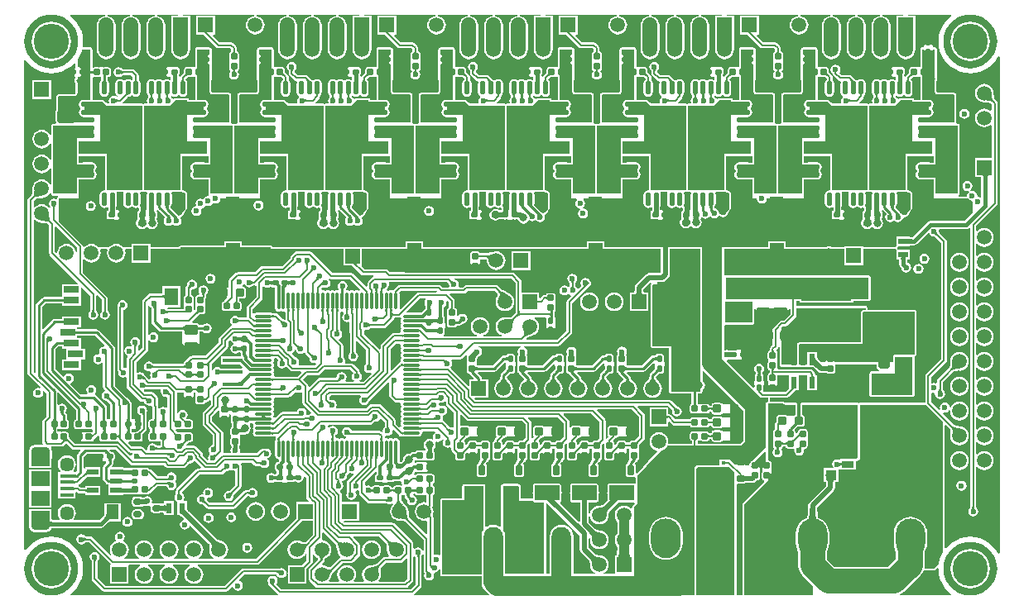
<source format=gtl>
G04 Layer_Physical_Order=1*
G04 Layer_Color=255*
%FSLAX44Y44*%
%MOMM*%
G71*
G01*
G75*
G04:AMPARAMS|DCode=10|XSize=0.6mm|YSize=0.6mm|CornerRadius=0.06mm|HoleSize=0mm|Usage=FLASHONLY|Rotation=0.000|XOffset=0mm|YOffset=0mm|HoleType=Round|Shape=RoundedRectangle|*
%AMROUNDEDRECTD10*
21,1,0.6000,0.4800,0,0,0.0*
21,1,0.4800,0.6000,0,0,0.0*
1,1,0.1200,0.2400,-0.2400*
1,1,0.1200,-0.2400,-0.2400*
1,1,0.1200,-0.2400,0.2400*
1,1,0.1200,0.2400,0.2400*
%
%ADD10ROUNDEDRECTD10*%
%ADD11O,1.4000X0.5500*%
%ADD12O,0.5500X1.4000*%
G04:AMPARAMS|DCode=13|XSize=1.4mm|YSize=1mm|CornerRadius=0.125mm|HoleSize=0mm|Usage=FLASHONLY|Rotation=180.000|XOffset=0mm|YOffset=0mm|HoleType=Round|Shape=RoundedRectangle|*
%AMROUNDEDRECTD13*
21,1,1.4000,0.7500,0,0,180.0*
21,1,1.1500,1.0000,0,0,180.0*
1,1,0.2500,-0.5750,0.3750*
1,1,0.2500,0.5750,0.3750*
1,1,0.2500,0.5750,-0.3750*
1,1,0.2500,-0.5750,-0.3750*
%
%ADD13ROUNDEDRECTD13*%
G04:AMPARAMS|DCode=14|XSize=0.6mm|YSize=0.6mm|CornerRadius=0.06mm|HoleSize=0mm|Usage=FLASHONLY|Rotation=90.000|XOffset=0mm|YOffset=0mm|HoleType=Round|Shape=RoundedRectangle|*
%AMROUNDEDRECTD14*
21,1,0.6000,0.4800,0,0,90.0*
21,1,0.4800,0.6000,0,0,90.0*
1,1,0.1200,0.2400,0.2400*
1,1,0.1200,0.2400,-0.2400*
1,1,0.1200,-0.2400,-0.2400*
1,1,0.1200,-0.2400,0.2400*
%
%ADD14ROUNDEDRECTD14*%
%ADD15R,1.1500X0.6000*%
G04:AMPARAMS|DCode=16|XSize=1.2mm|YSize=1.5mm|CornerRadius=0.3mm|HoleSize=0mm|Usage=FLASHONLY|Rotation=270.000|XOffset=0mm|YOffset=0mm|HoleType=Round|Shape=RoundedRectangle|*
%AMROUNDEDRECTD16*
21,1,1.2000,0.9000,0,0,270.0*
21,1,0.6000,1.5000,0,0,270.0*
1,1,0.6000,-0.4500,-0.3000*
1,1,0.6000,-0.4500,0.3000*
1,1,0.6000,0.4500,0.3000*
1,1,0.6000,0.4500,-0.3000*
%
%ADD16ROUNDEDRECTD16*%
G04:AMPARAMS|DCode=17|XSize=1.2mm|YSize=1.5mm|CornerRadius=0.3mm|HoleSize=0mm|Usage=FLASHONLY|Rotation=0.000|XOffset=0mm|YOffset=0mm|HoleType=Round|Shape=RoundedRectangle|*
%AMROUNDEDRECTD17*
21,1,1.2000,0.9000,0,0,0.0*
21,1,0.6000,1.5000,0,0,0.0*
1,1,0.6000,0.3000,-0.4500*
1,1,0.6000,-0.3000,-0.4500*
1,1,0.6000,-0.3000,0.4500*
1,1,0.6000,0.3000,0.4500*
%
%ADD17ROUNDEDRECTD17*%
G04:AMPARAMS|DCode=18|XSize=0.8mm|YSize=0.8mm|CornerRadius=0.1mm|HoleSize=0mm|Usage=FLASHONLY|Rotation=0.000|XOffset=0mm|YOffset=0mm|HoleType=Round|Shape=RoundedRectangle|*
%AMROUNDEDRECTD18*
21,1,0.8000,0.6000,0,0,0.0*
21,1,0.6000,0.8000,0,0,0.0*
1,1,0.2000,0.3000,-0.3000*
1,1,0.2000,-0.3000,-0.3000*
1,1,0.2000,-0.3000,0.3000*
1,1,0.2000,0.3000,0.3000*
%
%ADD18ROUNDEDRECTD18*%
%ADD19R,0.6000X1.1500*%
%ADD20R,5.1000X2.3500*%
%ADD21R,1.3970X2.9972*%
%ADD22R,2.0000X5.0000*%
%ADD23R,3.2000X4.2000*%
%ADD24R,1.1500X0.7000*%
%ADD25R,1.1000X1.0000*%
G04:AMPARAMS|DCode=26|XSize=0.5mm|YSize=0.6mm|CornerRadius=0.05mm|HoleSize=0mm|Usage=FLASHONLY|Rotation=0.000|XOffset=0mm|YOffset=0mm|HoleType=Round|Shape=RoundedRectangle|*
%AMROUNDEDRECTD26*
21,1,0.5000,0.5000,0,0,0.0*
21,1,0.4000,0.6000,0,0,0.0*
1,1,0.1000,0.2000,-0.2500*
1,1,0.1000,-0.2000,-0.2500*
1,1,0.1000,-0.2000,0.2500*
1,1,0.1000,0.2000,0.2500*
%
%ADD26ROUNDEDRECTD26*%
G04:AMPARAMS|DCode=27|XSize=0.5mm|YSize=0.6mm|CornerRadius=0.05mm|HoleSize=0mm|Usage=FLASHONLY|Rotation=90.000|XOffset=0mm|YOffset=0mm|HoleType=Round|Shape=RoundedRectangle|*
%AMROUNDEDRECTD27*
21,1,0.5000,0.5000,0,0,90.0*
21,1,0.4000,0.6000,0,0,90.0*
1,1,0.1000,0.2500,0.2000*
1,1,0.1000,0.2500,-0.2000*
1,1,0.1000,-0.2500,-0.2000*
1,1,0.1000,-0.2500,0.2000*
%
%ADD27ROUNDEDRECTD27*%
G04:AMPARAMS|DCode=28|XSize=2.7mm|YSize=1.15mm|CornerRadius=0.1437mm|HoleSize=0mm|Usage=FLASHONLY|Rotation=180.000|XOffset=0mm|YOffset=0mm|HoleType=Round|Shape=RoundedRectangle|*
%AMROUNDEDRECTD28*
21,1,2.7000,0.8625,0,0,180.0*
21,1,2.4125,1.1500,0,0,180.0*
1,1,0.2875,-1.2063,0.4313*
1,1,0.2875,1.2063,0.4313*
1,1,0.2875,1.2063,-0.4313*
1,1,0.2875,-1.2063,-0.4313*
%
%ADD28ROUNDEDRECTD28*%
%ADD29R,2.1500X3.2500*%
%ADD30R,2.1500X0.9000*%
G04:AMPARAMS|DCode=31|XSize=1.8mm|YSize=1.3mm|CornerRadius=0.1625mm|HoleSize=0mm|Usage=FLASHONLY|Rotation=0.000|XOffset=0mm|YOffset=0mm|HoleType=Round|Shape=RoundedRectangle|*
%AMROUNDEDRECTD31*
21,1,1.8000,0.9750,0,0,0.0*
21,1,1.4750,1.3000,0,0,0.0*
1,1,0.3250,0.7375,-0.4875*
1,1,0.3250,-0.7375,-0.4875*
1,1,0.3250,-0.7375,0.4875*
1,1,0.3250,0.7375,0.4875*
%
%ADD31ROUNDEDRECTD31*%
%ADD32R,1.0000X1.1000*%
%ADD33R,2.5000X1.3000*%
%ADD34R,1.3000X1.5000*%
%ADD35R,1.9000X1.5000*%
%ADD36R,1.3500X0.4000*%
%ADD37R,1.5000X1.5000*%
%ADD38R,2.0000X0.4000*%
%ADD39R,1.5240X0.7112*%
%ADD40R,1.4224X1.8034*%
%ADD41R,1.9050X1.4224*%
G04:AMPARAMS|DCode=42|XSize=0.6mm|YSize=1mm|CornerRadius=0.075mm|HoleSize=0mm|Usage=FLASHONLY|Rotation=180.000|XOffset=0mm|YOffset=0mm|HoleType=Round|Shape=RoundedRectangle|*
%AMROUNDEDRECTD42*
21,1,0.6000,0.8500,0,0,180.0*
21,1,0.4500,1.0000,0,0,180.0*
1,1,0.1500,-0.2250,0.4250*
1,1,0.1500,0.2250,0.4250*
1,1,0.1500,0.2250,-0.4250*
1,1,0.1500,-0.2250,-0.4250*
%
%ADD42ROUNDEDRECTD42*%
%ADD43O,1.8000X0.3000*%
%ADD44O,0.3000X1.8000*%
%ADD45R,1.0000X0.6000*%
%ADD46R,0.6000X1.0000*%
G04:AMPARAMS|DCode=47|XSize=0.6mm|YSize=0.8mm|CornerRadius=0.15mm|HoleSize=0mm|Usage=FLASHONLY|Rotation=270.000|XOffset=0mm|YOffset=0mm|HoleType=Round|Shape=RoundedRectangle|*
%AMROUNDEDRECTD47*
21,1,0.6000,0.5000,0,0,270.0*
21,1,0.3000,0.8000,0,0,270.0*
1,1,0.3000,-0.2500,-0.1500*
1,1,0.3000,-0.2500,0.1500*
1,1,0.3000,0.2500,0.1500*
1,1,0.3000,0.2500,-0.1500*
%
%ADD47ROUNDEDRECTD47*%
%ADD48R,1.5000X0.9500*%
%ADD49R,0.8700X0.2350*%
%ADD50R,0.3500X0.3000*%
G04:AMPARAMS|DCode=51|XSize=0.6mm|YSize=0.8mm|CornerRadius=0.06mm|HoleSize=0mm|Usage=FLASHONLY|Rotation=270.000|XOffset=0mm|YOffset=0mm|HoleType=Round|Shape=RoundedRectangle|*
%AMROUNDEDRECTD51*
21,1,0.6000,0.6800,0,0,270.0*
21,1,0.4800,0.8000,0,0,270.0*
1,1,0.1200,-0.3400,-0.2400*
1,1,0.1200,-0.3400,0.2400*
1,1,0.1200,0.3400,0.2400*
1,1,0.1200,0.3400,-0.2400*
%
%ADD51ROUNDEDRECTD51*%
%ADD52C,0.2000*%
%ADD53C,0.2500*%
%ADD54C,0.3000*%
%ADD55C,0.4000*%
%ADD56C,0.5000*%
%ADD57C,2.0000*%
%ADD58C,1.0000*%
%ADD59C,2.5000*%
%ADD60C,0.8000*%
%ADD61C,1.5000*%
%ADD62R,2.5000X1.5000*%
%ADD63R,1.6495X3.8500*%
%ADD64R,1.8000X3.8500*%
%ADD65R,9.1720X1.8000*%
%ADD66R,1.6915X3.8500*%
%ADD67R,1.6845X3.8500*%
%ADD68R,1.7075X3.8500*%
%ADD69R,1.7265X3.8500*%
%ADD70R,9.2720X2.0370*%
%ADD71R,11.9600X2.4130*%
%ADD72R,8.4560X2.4130*%
%ADD73C,1.5000*%
%ADD74R,1.5000X1.5000*%
%ADD75O,3.0000X4.0000*%
%ADD76O,2.0000X2.6000*%
%ADD77C,1.0000*%
G04:AMPARAMS|DCode=78|XSize=1.5mm|YSize=1.9mm|CornerRadius=0.375mm|HoleSize=0mm|Usage=FLASHONLY|Rotation=90.000|XOffset=0mm|YOffset=0mm|HoleType=Round|Shape=RoundedRectangle|*
%AMROUNDEDRECTD78*
21,1,1.5000,1.1500,0,0,90.0*
21,1,0.7500,1.9000,0,0,90.0*
1,1,0.7500,0.5750,0.3750*
1,1,0.7500,0.5750,-0.3750*
1,1,0.7500,-0.5750,-0.3750*
1,1,0.7500,-0.5750,0.3750*
%
%ADD78ROUNDEDRECTD78*%
%ADD79C,1.4500*%
%ADD80C,3.6000*%
%ADD81C,0.6000*%
%ADD82C,0.8000*%
G36*
X375011Y175350D02*
X375044Y175078D01*
X375099Y174813D01*
X375176Y174555D01*
X375275Y174303D01*
X375396Y174058D01*
X375539Y173819D01*
X375704Y173587D01*
X375891Y173361D01*
X376100Y173142D01*
X371900D01*
X372109Y173361D01*
X372296Y173587D01*
X372461Y173819D01*
X372604Y174058D01*
X372725Y174303D01*
X372824Y174555D01*
X372901Y174813D01*
X372956Y175078D01*
X372989Y175350D01*
X373000Y175628D01*
X375000D01*
X375011Y175350D01*
D02*
G37*
G36*
X289357Y175900D02*
X289138Y176109D01*
X288913Y176296D01*
X288681Y176461D01*
X288442Y176604D01*
X288197Y176725D01*
X287945Y176824D01*
X287686Y176901D01*
X287421Y176956D01*
X287150Y176989D01*
X286871Y177000D01*
Y179000D01*
X287150Y179011D01*
X287421Y179044D01*
X287686Y179099D01*
X287945Y179176D01*
X288197Y179275D01*
X288442Y179396D01*
X288681Y179539D01*
X288913Y179704D01*
X289138Y179891D01*
X289357Y180100D01*
Y175900D01*
D02*
G37*
G36*
X111000Y175522D02*
X110762Y175499D01*
X110550Y175424D01*
X110362Y175298D01*
X110200Y175122D01*
X110062Y174894D01*
X109950Y174616D01*
X109862Y174286D01*
X109800Y173906D01*
X109762Y173474D01*
X109750Y172992D01*
X107250D01*
X107237Y173478D01*
X107200Y173913D01*
X107138Y174298D01*
X107052Y174631D01*
X106940Y174914D01*
X106804Y175145D01*
X106643Y175326D01*
X106457Y175455D01*
X106247Y175534D01*
X106011Y175561D01*
X111000Y175522D01*
D02*
G37*
G36*
X165500Y206500D02*
X166750Y205250D01*
X174250D01*
X175500Y206500D01*
Y210441D01*
X177500D01*
Y206500D01*
X177557Y206443D01*
X177449Y205900D01*
Y201100D01*
X177651Y200085D01*
X178225Y199225D01*
X179085Y198651D01*
X180100Y198449D01*
X184900D01*
X185914Y198651D01*
X186774Y199225D01*
X187349Y200085D01*
X187362Y200149D01*
X188500Y200441D01*
X189670Y200674D01*
X190663Y201337D01*
X191941Y202616D01*
X193211Y202089D01*
Y198411D01*
X185537Y190737D01*
X184874Y189744D01*
X184641Y188574D01*
X184641Y188574D01*
Y178526D01*
X184641Y178526D01*
X184874Y177356D01*
X185537Y176363D01*
X194941Y166959D01*
Y156887D01*
X194049Y156710D01*
X192395Y155604D01*
X191290Y153951D01*
X190902Y152000D01*
X191290Y150049D01*
X192131Y148790D01*
X192055Y147211D01*
X191895Y147105D01*
X190790Y145451D01*
X190402Y143500D01*
X190720Y141902D01*
X189585Y141241D01*
X184858Y145967D01*
Y147059D01*
X184858Y147059D01*
X184626Y148230D01*
X183963Y149222D01*
X183962Y149222D01*
X178222Y154963D01*
X177229Y155626D01*
X176059Y155858D01*
X176059Y155858D01*
X168980D01*
X168454Y157128D01*
X170590Y159264D01*
X170695Y159355D01*
X170896Y159510D01*
X171070Y159626D01*
X171211Y159706D01*
X171305Y159749D01*
X172020D01*
X173034Y159951D01*
X173894Y160525D01*
X174469Y161385D01*
X174671Y162400D01*
Y167200D01*
X174469Y168214D01*
X173894Y169074D01*
X173034Y169649D01*
X172020Y169851D01*
X167220D01*
X166677Y169743D01*
X166620Y169800D01*
X162620D01*
X162563Y169743D01*
X162020Y169851D01*
X159455D01*
X159432Y169855D01*
X159408Y169851D01*
X158969D01*
X158483Y170262D01*
X157266Y171479D01*
X157793Y172749D01*
X162020D01*
X162563Y172857D01*
X162620Y172800D01*
X166620D01*
X166677Y172857D01*
X167220Y172749D01*
X172020D01*
X173034Y172951D01*
X173894Y173525D01*
X174469Y174385D01*
X174671Y175400D01*
Y180200D01*
X174469Y181214D01*
X173894Y182074D01*
X173034Y182649D01*
X172020Y182851D01*
X169455D01*
X169432Y182855D01*
X169408Y182851D01*
X168969D01*
X168873Y182932D01*
X168105Y183895D01*
X169210Y185549D01*
X169598Y187500D01*
X169210Y189451D01*
X168104Y191105D01*
X166451Y192210D01*
X164500Y192598D01*
X162549Y192210D01*
X160895Y191105D01*
X159829Y189508D01*
X159734Y189491D01*
X158559Y189920D01*
Y210441D01*
X165500D01*
Y206500D01*
D02*
G37*
G36*
X219953Y175611D02*
X219993Y175148D01*
X220060Y174727D01*
X220154Y174346D01*
X220274Y174007D01*
X220421Y173710D01*
X220594Y173454D01*
X220795Y173240D01*
X221022Y173067D01*
X221276Y172936D01*
X215604D01*
X215858Y173067D01*
X216085Y173240D01*
X216285Y173454D01*
X216459Y173710D01*
X216606Y174007D01*
X216726Y174346D01*
X216819Y174727D01*
X216886Y175148D01*
X216926Y175611D01*
X216940Y176116D01*
X219940D01*
X219953Y175611D01*
D02*
G37*
G36*
X685229Y177800D02*
X685209Y177990D01*
X685148Y178160D01*
X685046Y178310D01*
X684904Y178440D01*
X684721Y178550D01*
X684498Y178640D01*
X684234Y178710D01*
X683929Y178760D01*
X683584Y178790D01*
X683198Y178800D01*
Y180800D01*
X683584Y180810D01*
X683929Y180840D01*
X684234Y180890D01*
X684498Y180960D01*
X684721Y181050D01*
X684904Y181160D01*
X685046Y181290D01*
X685148Y181440D01*
X685209Y181610D01*
X685229Y181800D01*
Y177800D01*
D02*
G37*
G36*
X701221Y181610D02*
X701282Y181440D01*
X701384Y181290D01*
X701526Y181160D01*
X701709Y181050D01*
X701932Y180960D01*
X702196Y180890D01*
X702500Y180840D01*
X702846Y180810D01*
X703231Y180800D01*
Y178800D01*
X702846Y178790D01*
X702500Y178760D01*
X702196Y178710D01*
X701932Y178640D01*
X701709Y178550D01*
X701526Y178440D01*
X701384Y178310D01*
X701282Y178160D01*
X701221Y177990D01*
X701201Y177800D01*
Y181800D01*
X701221Y181610D01*
D02*
G37*
G36*
X406282Y179911D02*
X406438Y179846D01*
X406622Y179788D01*
X406833Y179738D01*
X407072Y179696D01*
X407632Y179634D01*
X408302Y179604D01*
X408679Y179600D01*
Y177600D01*
X408302Y177596D01*
X407072Y177504D01*
X406833Y177461D01*
X406622Y177411D01*
X406438Y177354D01*
X406282Y177288D01*
X406153Y177215D01*
Y179984D01*
X406282Y179911D01*
D02*
G37*
G36*
X220636Y180005D02*
X220490Y179860D01*
X220361Y179667D01*
X220249Y179426D01*
X220155Y179135D01*
X220077Y178796D01*
X220017Y178408D01*
X219974Y177971D01*
X219940Y176952D01*
X216940D01*
X216931Y177486D01*
X216862Y178408D01*
X216802Y178796D01*
X216725Y179135D01*
X216630Y179426D01*
X216519Y179667D01*
X216390Y179860D01*
X216244Y180005D01*
X216080Y180100D01*
X220799D01*
X220636Y180005D01*
D02*
G37*
G36*
X255281Y179911D02*
X255435Y179846D01*
X255615Y179788D01*
X255821Y179738D01*
X256052Y179696D01*
X256593Y179634D01*
X257238Y179604D01*
X257600Y179600D01*
Y177600D01*
X257238Y177596D01*
X256052Y177504D01*
X255821Y177461D01*
X255615Y177411D01*
X255435Y177354D01*
X255281Y177288D01*
X255153Y177215D01*
Y179984D01*
X255281Y179911D01*
D02*
G37*
G36*
X55106Y192868D02*
Y182772D01*
X55097Y182667D01*
X55005Y182649D01*
X54145Y182074D01*
X53571Y181214D01*
X53369Y180200D01*
Y175400D01*
X53571Y174385D01*
X54145Y173525D01*
X55005Y172951D01*
X56020Y172749D01*
X60820D01*
X61363Y172857D01*
X61420Y172800D01*
X65420D01*
X65477Y172857D01*
X66020Y172749D01*
X70820D01*
X71171Y172819D01*
X72271Y172062D01*
X72266Y170783D01*
X71171Y169997D01*
X70900Y170051D01*
X66100D01*
X65557Y169943D01*
X65500Y170000D01*
X61500D01*
X60250Y168750D01*
Y161250D01*
X61500Y160000D01*
X65500D01*
X65557Y160057D01*
X66100Y159949D01*
X70900D01*
X71914Y160151D01*
X72774Y160725D01*
X73349Y161585D01*
X73511Y162402D01*
X74163Y162837D01*
X77579Y166253D01*
X77934Y166220D01*
X78849Y165826D01*
Y162700D01*
X79051Y161685D01*
X79625Y160825D01*
X80485Y160251D01*
X81500Y160049D01*
X86300D01*
X86843Y160157D01*
X86900Y160100D01*
X90900D01*
X90957Y160157D01*
X91500Y160049D01*
X96300D01*
X97314Y160251D01*
X98251Y160737D01*
X99013Y159974D01*
X109244Y149744D01*
X109244Y149744D01*
X110236Y149081D01*
X111407Y148848D01*
X111875Y148941D01*
X112092D01*
X112771Y147671D01*
X112290Y146951D01*
X112104Y146017D01*
X110726Y145599D01*
X99163Y157163D01*
X98170Y157826D01*
X97000Y158059D01*
X97000Y158059D01*
X54467D01*
X48639Y163887D01*
X48340Y164208D01*
X48151Y164445D01*
Y164888D01*
X48155Y164912D01*
X48151Y164935D01*
Y167500D01*
X47949Y168514D01*
X47374Y169374D01*
X46514Y169949D01*
X45500Y170151D01*
X40700D01*
X40157Y170043D01*
X40100Y170100D01*
X36413D01*
Y172800D01*
X40180D01*
X40237Y172857D01*
X40780Y172749D01*
X45580D01*
X46594Y172951D01*
X47454Y173525D01*
X48029Y174385D01*
X48231Y175400D01*
Y180200D01*
X48029Y181214D01*
X47454Y182074D01*
X46594Y182649D01*
X46502Y182667D01*
X46493Y182772D01*
Y187000D01*
X46241Y188268D01*
X45523Y189343D01*
X44592Y190273D01*
X44605Y190395D01*
X45710Y192049D01*
X46098Y194000D01*
X45710Y195951D01*
X44605Y197605D01*
X42951Y198710D01*
X41000Y199098D01*
X39049Y198710D01*
X37683Y197797D01*
X36413Y198248D01*
Y209902D01*
X37587Y210388D01*
X55106Y192868D01*
D02*
G37*
G36*
X787206Y172596D02*
X787252Y171999D01*
X787293Y171757D01*
X787345Y171552D01*
X787410Y171384D01*
X787485Y171254D01*
X787573Y171161D01*
X787672Y171105D01*
X787783Y171086D01*
X784117D01*
X784227Y171105D01*
X784326Y171161D01*
X784414Y171254D01*
X784490Y171384D01*
X784554Y171552D01*
X784606Y171757D01*
X784647Y171999D01*
X784676Y172279D01*
X784700Y172950D01*
X787200D01*
X787206Y172596D01*
D02*
G37*
G36*
X255282Y174911D02*
X255438Y174846D01*
X255622Y174788D01*
X255833Y174738D01*
X256072Y174696D01*
X256632Y174634D01*
X257302Y174604D01*
X257679Y174600D01*
Y172600D01*
X257302Y172596D01*
X256072Y172504D01*
X255833Y172461D01*
X255622Y172411D01*
X255438Y172354D01*
X255282Y172288D01*
X255153Y172215D01*
Y174984D01*
X255282Y174911D01*
D02*
G37*
G36*
X774260Y172730D02*
X774290Y172385D01*
X774340Y172081D01*
X774410Y171817D01*
X774500Y171593D01*
X774610Y171411D01*
X774740Y171268D01*
X774890Y171167D01*
X775060Y171106D01*
X775250Y171086D01*
X771250D01*
X771440Y171106D01*
X771610Y171167D01*
X771760Y171268D01*
X771890Y171411D01*
X772000Y171593D01*
X772090Y171817D01*
X772160Y172081D01*
X772210Y172385D01*
X772240Y172730D01*
X772250Y173116D01*
X774250D01*
X774260Y172730D01*
D02*
G37*
G36*
X436321Y173610D02*
X436538Y173443D01*
X436765Y173300D01*
X437001Y173181D01*
X437247Y173086D01*
X437502Y173015D01*
X437767Y172969D01*
X438041Y172947D01*
X438324Y172949D01*
X438616Y172975D01*
X436016Y169676D01*
X435975Y169983D01*
X435917Y170278D01*
X435843Y170560D01*
X435753Y170831D01*
X435647Y171090D01*
X435525Y171338D01*
X435387Y171573D01*
X435233Y171797D01*
X435062Y172009D01*
X434876Y172209D01*
X436112Y173801D01*
X436321Y173610D01*
D02*
G37*
G36*
X307970Y171500D02*
X307667Y171493D01*
X307375Y171466D01*
X307095Y171418D01*
X306825Y171350D01*
X306566Y171263D01*
X306318Y171154D01*
X306080Y171026D01*
X305854Y170878D01*
X305639Y170709D01*
X305434Y170520D01*
X304020Y171934D01*
X304209Y172139D01*
X304378Y172354D01*
X304526Y172580D01*
X304655Y172818D01*
X304763Y173066D01*
X304851Y173325D01*
X304918Y173595D01*
X304966Y173875D01*
X304993Y174167D01*
X305000Y174470D01*
X307970Y171500D01*
D02*
G37*
G36*
X137028Y174820D02*
X136793Y174797D01*
X136582Y174724D01*
X136397Y174598D01*
X136236Y174422D01*
X136099Y174194D01*
X135988Y173915D01*
X135901Y173584D01*
X135839Y173202D01*
X135802Y172768D01*
X135790Y172283D01*
X133290D01*
X133277Y172775D01*
X133240Y173215D01*
X133178Y173604D01*
X133092Y173941D01*
X132980Y174227D01*
X132844Y174462D01*
X132683Y174645D01*
X132497Y174777D01*
X132287Y174857D01*
X132051Y174886D01*
X137028Y174820D01*
D02*
G37*
G36*
X227548Y170025D02*
X224456Y169672D01*
Y169500D01*
X223872Y169485D01*
X223351Y169440D01*
X222892Y169365D01*
X222495Y169260D01*
X222160Y169125D01*
X221889Y168960D01*
X221679Y168765D01*
X221532Y168540D01*
X221448Y168285D01*
X221426Y168000D01*
X221276Y172936D01*
X221340Y172853D01*
X221461Y172779D01*
X221638Y172713D01*
X221871Y172657D01*
X222161Y172609D01*
X222726Y172556D01*
X223009Y172609D01*
X223290Y172693D01*
X223525Y172802D01*
X223714Y172935D01*
X223857Y173092D01*
X223954Y173274D01*
X224005Y173479D01*
X224010Y173709D01*
X227548Y170025D01*
D02*
G37*
G36*
X86153Y174857D02*
X85942Y174777D01*
X85757Y174645D01*
X85596Y174462D01*
X85459Y174227D01*
X85348Y173941D01*
X85261Y173604D01*
X85199Y173215D01*
X85162Y172775D01*
X85150Y172283D01*
X82650D01*
X82637Y172768D01*
X82600Y173202D01*
X82538Y173584D01*
X82452Y173915D01*
X82340Y174194D01*
X82204Y174422D01*
X82043Y174598D01*
X81857Y174724D01*
X81647Y174797D01*
X81411Y174820D01*
X86388Y174886D01*
X86153Y174857D01*
D02*
G37*
G36*
X406282Y174911D02*
X406438Y174846D01*
X406622Y174788D01*
X406833Y174738D01*
X407072Y174696D01*
X407632Y174634D01*
X408302Y174604D01*
X408679Y174600D01*
Y172600D01*
X408302Y172596D01*
X407072Y172504D01*
X406833Y172461D01*
X406622Y172411D01*
X406438Y172354D01*
X406282Y172288D01*
X406153Y172215D01*
Y174984D01*
X406282Y174911D01*
D02*
G37*
G36*
X35588Y174820D02*
X35353Y174797D01*
X35142Y174724D01*
X34957Y174598D01*
X34796Y174422D01*
X34659Y174194D01*
X34548Y173915D01*
X34461Y173584D01*
X34399Y173202D01*
X34362Y172768D01*
X34350Y172283D01*
X31850D01*
X31837Y172775D01*
X31800Y173215D01*
X31738Y173604D01*
X31652Y173941D01*
X31540Y174227D01*
X31404Y174462D01*
X31243Y174645D01*
X31057Y174777D01*
X30847Y174857D01*
X30611Y174886D01*
X35588Y174820D01*
D02*
G37*
G36*
X145882Y182828D02*
X145919Y182391D01*
X145981Y182006D01*
X146068Y181672D01*
X146179Y181389D01*
X146315Y181158D01*
X146476Y180978D01*
X146662Y180849D01*
X146873Y180772D01*
X147108Y180747D01*
X142131D01*
X142367Y180772D01*
X142577Y180849D01*
X142763Y180978D01*
X142924Y181158D01*
X143060Y181389D01*
X143172Y181672D01*
X143258Y182006D01*
X143320Y182391D01*
X143357Y182828D01*
X143370Y183316D01*
X145870D01*
X145882Y182828D01*
D02*
G37*
G36*
X69430Y182430D02*
X69460Y182085D01*
X69510Y181781D01*
X69580Y181517D01*
X69670Y181293D01*
X69780Y181111D01*
X69910Y180968D01*
X70060Y180867D01*
X70230Y180806D01*
X70420Y180786D01*
X66420D01*
X66610Y180806D01*
X66780Y180867D01*
X66930Y180968D01*
X67060Y181111D01*
X67170Y181293D01*
X67260Y181517D01*
X67330Y181781D01*
X67380Y182085D01*
X67410Y182430D01*
X67420Y182816D01*
X69420D01*
X69430Y182430D01*
D02*
G37*
G36*
X95082Y182828D02*
X95119Y182391D01*
X95181Y182006D01*
X95268Y181672D01*
X95379Y181389D01*
X95515Y181158D01*
X95676Y180978D01*
X95862Y180849D01*
X96073Y180772D01*
X96308Y180747D01*
X91331D01*
X91567Y180772D01*
X91777Y180849D01*
X91963Y180978D01*
X92124Y181158D01*
X92260Y181389D01*
X92372Y181672D01*
X92458Y182006D01*
X92520Y182391D01*
X92557Y182828D01*
X92570Y183316D01*
X95070D01*
X95082Y182828D01*
D02*
G37*
G36*
X59682D02*
X59719Y182391D01*
X59781Y182006D01*
X59868Y181672D01*
X59979Y181389D01*
X60116Y181158D01*
X60276Y180978D01*
X60462Y180849D01*
X60673Y180772D01*
X60908Y180747D01*
X55931D01*
X56167Y180772D01*
X56377Y180849D01*
X56563Y180978D01*
X56724Y181158D01*
X56860Y181389D01*
X56972Y181672D01*
X57058Y182006D01*
X57120Y182391D01*
X57157Y182828D01*
X57170Y183316D01*
X59670D01*
X59682Y182828D01*
D02*
G37*
G36*
X85082D02*
X85119Y182391D01*
X85181Y182006D01*
X85268Y181672D01*
X85379Y181389D01*
X85516Y181158D01*
X85676Y180978D01*
X85862Y180849D01*
X86073Y180772D01*
X86308Y180747D01*
X81331D01*
X81567Y180772D01*
X81777Y180849D01*
X81963Y180978D01*
X82124Y181158D01*
X82260Y181389D01*
X82372Y181672D01*
X82458Y182006D01*
X82520Y182391D01*
X82557Y182828D01*
X82570Y183316D01*
X85070D01*
X85082Y182828D01*
D02*
G37*
G36*
X406282Y184911D02*
X406438Y184846D01*
X406622Y184788D01*
X406833Y184738D01*
X407072Y184696D01*
X407632Y184634D01*
X408302Y184604D01*
X408679Y184600D01*
Y182600D01*
X408302Y182596D01*
X407072Y182504D01*
X406833Y182461D01*
X406622Y182411D01*
X406438Y182354D01*
X406282Y182288D01*
X406153Y182215D01*
Y184984D01*
X406282Y184911D01*
D02*
G37*
G36*
X658969Y187230D02*
X659030Y187060D01*
X659131Y186910D01*
X659274Y186780D01*
X659456Y186670D01*
X659680Y186580D01*
X659944Y186510D01*
X660248Y186460D01*
X660593Y186430D01*
X660979Y186420D01*
Y184420D01*
X660593Y184410D01*
X660248Y184380D01*
X659944Y184330D01*
X659680Y184260D01*
X659456Y184170D01*
X659274Y184060D01*
X659131Y183930D01*
X659030Y183780D01*
X658969Y183610D01*
X658949Y183420D01*
Y187420D01*
X658969Y187230D01*
D02*
G37*
G36*
X424698Y182172D02*
X424455Y182253D01*
X423957Y182390D01*
X423703Y182446D01*
X422918Y182561D01*
X422649Y182583D01*
X422100Y182600D01*
X420927Y184600D01*
X421220Y184612D01*
X421491Y184650D01*
X421738Y184713D01*
X421962Y184801D01*
X422164Y184914D01*
X422342Y185053D01*
X422497Y185216D01*
X422630Y185405D01*
X422739Y185618D01*
X422826Y185857D01*
X424698Y182172D01*
D02*
G37*
G36*
X361470Y182500D02*
X361167Y182493D01*
X360875Y182466D01*
X360595Y182418D01*
X360325Y182351D01*
X360066Y182263D01*
X359818Y182155D01*
X359580Y182026D01*
X359354Y181878D01*
X359139Y181709D01*
X358934Y181520D01*
X357520Y182934D01*
X357709Y183139D01*
X357878Y183354D01*
X358026Y183580D01*
X358154Y183818D01*
X358263Y184066D01*
X358350Y184325D01*
X358418Y184595D01*
X358466Y184875D01*
X358493Y185167D01*
X358500Y185470D01*
X361470Y182500D01*
D02*
G37*
G36*
X294857Y181900D02*
X294638Y182109D01*
X294413Y182296D01*
X294181Y182461D01*
X293942Y182604D01*
X293697Y182725D01*
X293445Y182824D01*
X293186Y182901D01*
X292921Y182956D01*
X292650Y182989D01*
X292371Y183000D01*
Y185000D01*
X292650Y185011D01*
X292921Y185044D01*
X293186Y185099D01*
X293445Y185176D01*
X293697Y185275D01*
X293942Y185396D01*
X294181Y185539D01*
X294413Y185704D01*
X294638Y185891D01*
X294857Y186100D01*
Y181900D01*
D02*
G37*
G36*
X44442Y182828D02*
X44479Y182391D01*
X44541Y182006D01*
X44628Y181672D01*
X44739Y181389D01*
X44876Y181158D01*
X45037Y180978D01*
X45222Y180849D01*
X45433Y180772D01*
X45668Y180747D01*
X40691D01*
X40927Y180772D01*
X41137Y180849D01*
X41323Y180978D01*
X41484Y181158D01*
X41620Y181389D01*
X41732Y181672D01*
X41818Y182006D01*
X41880Y182391D01*
X41917Y182828D01*
X41930Y183316D01*
X44430D01*
X44442Y182828D01*
D02*
G37*
G36*
X370941Y180218D02*
Y175405D01*
X370922Y175312D01*
X370894Y175220D01*
X370858Y175128D01*
X370812Y175034D01*
X370752Y174935D01*
X370678Y174830D01*
X370610Y174748D01*
X370395Y174604D01*
X369290Y172951D01*
X368902Y171000D01*
X368971Y170650D01*
X367801Y170024D01*
X367663Y170163D01*
X366670Y170826D01*
X365500Y171059D01*
X365500Y171059D01*
X337387D01*
X337210Y171951D01*
X336105Y173605D01*
X334451Y174710D01*
X332500Y175098D01*
X330549Y174710D01*
X328895Y173605D01*
X327790Y171951D01*
X327402Y170000D01*
X327790Y168049D01*
X328895Y166395D01*
X330549Y165290D01*
X331129Y165175D01*
X331204Y164051D01*
X331175Y163870D01*
X330080Y163139D01*
X328945Y163897D01*
X327580Y164168D01*
X326214Y163897D01*
X325080Y163139D01*
X323945Y163897D01*
X322580Y164168D01*
X321909Y164035D01*
X320639Y164923D01*
Y166457D01*
X320653Y166518D01*
X320672Y166574D01*
X320695Y166626D01*
X320724Y166677D01*
X320764Y166731D01*
X320818Y166793D01*
X320893Y166864D01*
X321053Y166992D01*
X321119Y167071D01*
X321604Y167395D01*
X322709Y169049D01*
X323097Y170999D01*
X322709Y172950D01*
X321604Y174604D01*
X319950Y175709D01*
X317999Y176097D01*
X316048Y175709D01*
X314394Y174604D01*
X314301Y174465D01*
X314179Y174468D01*
X313029Y174846D01*
X312715Y176421D01*
X312674Y176651D01*
X313402Y177691D01*
X356750D01*
X356750Y177691D01*
X357921Y177924D01*
X358913Y178587D01*
X360547Y180222D01*
X360627Y180274D01*
X360712Y180320D01*
X360802Y180359D01*
X360901Y180393D01*
X361013Y180421D01*
X361141Y180442D01*
X361246Y180452D01*
X361500Y180402D01*
X363451Y180790D01*
X365104Y181895D01*
X366051Y183312D01*
X367440Y183719D01*
X370941Y180218D01*
D02*
G37*
G36*
X109862Y182528D02*
X109899Y182098D01*
X109961Y181718D01*
X110048Y181390D01*
X110159Y181112D01*
X110296Y180884D01*
X110456Y180707D01*
X110642Y180581D01*
X110853Y180505D01*
X111088Y180480D01*
X106100Y180478D01*
X106337Y180503D01*
X106550Y180579D01*
X106737Y180706D01*
X106900Y180883D01*
X107037Y181110D01*
X107150Y181389D01*
X107237Y181718D01*
X107300Y182097D01*
X107337Y182527D01*
X107350Y183008D01*
X109850D01*
X109862Y182528D01*
D02*
G37*
G36*
X156987Y181858D02*
X157671Y181267D01*
X157970Y181048D01*
X158241Y180881D01*
X158484Y180765D01*
X158698Y180701D01*
X158884Y180688D01*
X159042Y180727D01*
X159171Y180816D01*
X156603Y178248D01*
X156693Y178378D01*
X156731Y178535D01*
X156718Y178722D01*
X156654Y178936D01*
X156538Y179179D01*
X156371Y179450D01*
X156153Y179749D01*
X155883Y180076D01*
X155189Y180816D01*
X156603Y182230D01*
X156987Y181858D01*
D02*
G37*
G36*
X707257Y177800D02*
X707237Y177990D01*
X707176Y178160D01*
X707074Y178310D01*
X706932Y178440D01*
X706749Y178550D01*
X706526Y178640D01*
X706262Y178710D01*
X705957Y178760D01*
X705612Y178790D01*
X705226Y178800D01*
Y180800D01*
X705612Y180810D01*
X705957Y180840D01*
X706262Y180890D01*
X706526Y180960D01*
X706749Y181050D01*
X706932Y181160D01*
X707074Y181290D01*
X707176Y181440D01*
X707237Y181610D01*
X707257Y181800D01*
Y177800D01*
D02*
G37*
G36*
X167013Y181834D02*
X167749Y181212D01*
X168074Y180986D01*
X168371Y180816D01*
X168640Y180703D01*
X168880Y180646D01*
X169092D01*
X169276Y180703D01*
X169432Y180816D01*
X166603Y177988D01*
X166716Y178143D01*
X166773Y178327D01*
Y178539D01*
X166716Y178780D01*
X166603Y179048D01*
X166434Y179345D01*
X166207Y179671D01*
X165924Y180024D01*
X165189Y180816D01*
X166603Y182230D01*
X167013Y181834D01*
D02*
G37*
G36*
X137500Y182529D02*
X137456Y180636D01*
X134500Y180786D01*
X134690Y180797D01*
X134860Y180851D01*
X135010Y180947D01*
X135140Y181086D01*
X135250Y181268D01*
X135340Y181492D01*
X135410Y181759D01*
X135460Y182069D01*
X135490Y182421D01*
X135500Y182816D01*
X137500Y182529D01*
D02*
G37*
G36*
X34362Y182831D02*
X34399Y182398D01*
X34461Y182016D01*
X34548Y181685D01*
X34659Y181406D01*
X34796Y181178D01*
X34957Y181001D01*
X35142Y180876D01*
X35353Y180802D01*
X35588Y180780D01*
X30611Y180714D01*
X30847Y180742D01*
X31057Y180823D01*
X31243Y180955D01*
X31404Y181138D01*
X31540Y181372D01*
X31652Y181658D01*
X31738Y181996D01*
X31800Y182384D01*
X31837Y182825D01*
X31850Y183316D01*
X34350D01*
X34362Y182831D01*
D02*
G37*
G36*
X232314Y185682D02*
X232450Y185560D01*
X232638Y185452D01*
X232876Y185359D01*
X233165Y185280D01*
X233506Y185215D01*
X233897Y185165D01*
X234833Y185107D01*
X235378Y185100D01*
Y182100D01*
X234796Y182085D01*
X234276Y182040D01*
X233818Y181965D01*
X233422Y181860D01*
X233088Y181725D01*
X232816Y181560D01*
X232606Y181365D01*
X232458Y181140D01*
X232372Y180885D01*
X232348Y180600D01*
X232229Y185819D01*
X232314Y185682D01*
D02*
G37*
G36*
X220884D02*
X221020Y185560D01*
X221208Y185452D01*
X221446Y185359D01*
X221735Y185280D01*
X222076Y185215D01*
X222467Y185165D01*
X223403Y185107D01*
X223948Y185100D01*
Y182100D01*
X223366Y182085D01*
X222846Y182040D01*
X222388Y181965D01*
X221992Y181860D01*
X221658Y181725D01*
X221386Y181560D01*
X221176Y181365D01*
X221028Y181140D01*
X220942Y180885D01*
X220917Y180600D01*
X220799Y185819D01*
X220884Y185682D01*
D02*
G37*
G36*
X227392Y180600D02*
X227368Y180885D01*
X227282Y181140D01*
X227134Y181365D01*
X226924Y181560D01*
X226651Y181725D01*
X226317Y181860D01*
X225921Y181965D01*
X225463Y182040D01*
X224944Y182085D01*
X224362Y182100D01*
Y185100D01*
X224906Y185107D01*
X226234Y185215D01*
X226574Y185280D01*
X226864Y185359D01*
X227102Y185452D01*
X227289Y185560D01*
X227425Y185682D01*
X227510Y185819D01*
X227392Y180600D01*
D02*
G37*
G36*
X278584Y163323D02*
X278676Y162092D01*
X278718Y161853D01*
X278768Y161642D01*
X278826Y161458D01*
X278891Y161302D01*
X278964Y161173D01*
X276196D01*
X276269Y161302D01*
X276334Y161458D01*
X276391Y161642D01*
X276441Y161853D01*
X276484Y162092D01*
X276545Y162652D01*
X276576Y163323D01*
X276580Y163699D01*
X278580D01*
X278584Y163323D01*
D02*
G37*
G36*
X303584D02*
X303676Y162092D01*
X303718Y161853D01*
X303768Y161642D01*
X303826Y161458D01*
X303891Y161302D01*
X303964Y161173D01*
X301196D01*
X301269Y161302D01*
X301334Y161458D01*
X301391Y161642D01*
X301441Y161853D01*
X301484Y162092D01*
X301545Y162652D01*
X301576Y163323D01*
X301580Y163699D01*
X303580D01*
X303584Y163323D01*
D02*
G37*
G36*
X790380Y161117D02*
X789981Y160704D01*
X789353Y159965D01*
X789124Y159639D01*
X788951Y159341D01*
X788835Y159073D01*
X788775Y158833D01*
X788772Y158623D01*
X788826Y158441D01*
X788936Y158288D01*
X786138Y161086D01*
X786291Y160976D01*
X786472Y160923D01*
X786683Y160926D01*
X786922Y160985D01*
X787191Y161101D01*
X787488Y161274D01*
X787814Y161504D01*
X788169Y161789D01*
X788966Y162531D01*
X790380Y161117D01*
D02*
G37*
G36*
X46003Y164756D02*
X45946Y164572D01*
Y164360D01*
X46003Y164120D01*
X46116Y163851D01*
X46286Y163554D01*
X46512Y163229D01*
X46795Y162875D01*
X47530Y162083D01*
X46116Y160669D01*
X45706Y161065D01*
X44971Y161687D01*
X44645Y161914D01*
X44406Y162050D01*
X44337Y161978D01*
X44274Y161872D01*
X44221Y161735D01*
X44177Y161569D01*
X44143Y161372D01*
X44119Y161145D01*
X44100Y160600D01*
X42100D01*
X42095Y160887D01*
X42056Y161372D01*
X42022Y161569D01*
X41979Y161735D01*
X41926Y161872D01*
X41863Y161978D01*
X41790Y162053D01*
X41708Y162099D01*
X41616Y162114D01*
X43318D01*
X46116Y164912D01*
X46003Y164756D01*
D02*
G37*
G36*
X690025Y162794D02*
X689855Y162733D01*
X689705Y162631D01*
X689575Y162489D01*
X689465Y162306D01*
X689375Y162083D01*
X689305Y161819D01*
X689255Y161514D01*
X689225Y161169D01*
X689215Y160783D01*
X687215D01*
X687205Y161169D01*
X687175Y161514D01*
X687125Y161819D01*
X687055Y162083D01*
X686965Y162306D01*
X686855Y162489D01*
X686725Y162631D01*
X686575Y162733D01*
X686405Y162794D01*
X686215Y162814D01*
X690215D01*
X690025Y162794D01*
D02*
G37*
G36*
X553941Y179233D02*
Y164487D01*
X551123Y161669D01*
X550802Y161370D01*
X550565Y161181D01*
X550122D01*
X550098Y161185D01*
X550074Y161181D01*
X547510D01*
X546496Y160979D01*
X545635Y160404D01*
X545061Y159544D01*
X544990Y159188D01*
X542130D01*
X542059Y159544D01*
X541484Y160404D01*
X540625Y160979D01*
X539610Y161181D01*
X534810D01*
X533796Y160979D01*
X532935Y160404D01*
X532361Y159544D01*
X532310Y159286D01*
X532284Y159245D01*
X532238Y158964D01*
X532161Y158690D01*
X532151Y158565D01*
X532145Y158539D01*
X532113Y158447D01*
X532042Y158296D01*
X531927Y158095D01*
X531765Y157851D01*
X531567Y157587D01*
X531078Y157023D01*
X530734Y156680D01*
X529561Y157166D01*
Y158530D01*
X529359Y159544D01*
X528784Y160404D01*
X528708Y161182D01*
X530872Y163347D01*
X531390Y164121D01*
X531710D01*
X532880Y164354D01*
X533872Y165017D01*
X533981Y165180D01*
X542210D01*
Y175180D01*
X533982D01*
X533872Y175343D01*
X532880Y176006D01*
X531710Y176239D01*
X525710D01*
X524539Y176006D01*
X523547Y175343D01*
X522884Y174350D01*
X522651Y173180D01*
Y167180D01*
X522884Y166010D01*
X523547Y165017D01*
X523578Y164703D01*
X522347Y163473D01*
X522328Y163445D01*
X521059Y163830D01*
Y179000D01*
X520826Y180170D01*
X520163Y181163D01*
X520163Y181163D01*
X517558Y183768D01*
X518044Y184941D01*
X548233D01*
X553941Y179233D01*
D02*
G37*
G36*
X590941Y180218D02*
Y163386D01*
X589224Y161669D01*
X588902Y161370D01*
X588665Y161181D01*
X588222D01*
X588198Y161185D01*
X588174Y161181D01*
X585610D01*
X584595Y160979D01*
X583736Y160404D01*
X583161Y159544D01*
X583090Y159188D01*
X580230D01*
X580159Y159544D01*
X579585Y160404D01*
X578725Y160979D01*
X577710Y161181D01*
X572910D01*
X571895Y160979D01*
X571035Y160404D01*
X570461Y159544D01*
X570410Y159286D01*
X570384Y159245D01*
X570338Y158964D01*
X570261Y158690D01*
X570251Y158565D01*
X570245Y158539D01*
X570213Y158447D01*
X570142Y158296D01*
X570027Y158095D01*
X569865Y157851D01*
X569667Y157587D01*
X569178Y157023D01*
X568834Y156680D01*
X567661Y157166D01*
Y158530D01*
X567459Y159544D01*
X566884Y160404D01*
X566808Y161182D01*
X568973Y163347D01*
X569490Y164121D01*
X569810D01*
X570980Y164354D01*
X571973Y165017D01*
X572081Y165180D01*
X580310D01*
Y175180D01*
X572081D01*
X571973Y175343D01*
X570980Y176006D01*
X569810Y176239D01*
X563810D01*
X562639Y176006D01*
X561647Y175343D01*
X561329Y174867D01*
X560059Y175252D01*
Y180500D01*
X560059Y180500D01*
X559826Y181670D01*
X559163Y182663D01*
X554058Y187768D01*
X554544Y188941D01*
X582218D01*
X590941Y180218D01*
D02*
G37*
G36*
X454889Y182037D02*
X455881Y181374D01*
X457052Y181141D01*
X457052Y181141D01*
X511533D01*
X514941Y177733D01*
Y163587D01*
X513023Y161669D01*
X512702Y161370D01*
X512465Y161181D01*
X512022D01*
X511998Y161185D01*
X511974Y161181D01*
X509410D01*
X508396Y160979D01*
X507536Y160404D01*
X506961Y159544D01*
X506890Y159188D01*
X504030D01*
X503959Y159544D01*
X503385Y160404D01*
X502524Y160979D01*
X501510Y161181D01*
X496710D01*
X495695Y160979D01*
X494836Y160404D01*
X494261Y159544D01*
X494210Y159286D01*
X494184Y159245D01*
X494138Y158964D01*
X494061Y158690D01*
X494051Y158565D01*
X494045Y158539D01*
X494013Y158447D01*
X493942Y158296D01*
X493827Y158095D01*
X493665Y157851D01*
X493467Y157587D01*
X492978Y157023D01*
X492634Y156680D01*
X491461Y157166D01*
Y158530D01*
X491259Y159544D01*
X490685Y160404D01*
X490608Y161182D01*
X492772Y163347D01*
X493290Y164121D01*
X493610D01*
X494780Y164354D01*
X495773Y165017D01*
X495881Y165180D01*
X504110D01*
Y175180D01*
X495882D01*
X495773Y175343D01*
X494780Y176006D01*
X493610Y176239D01*
X487610D01*
X486439Y176006D01*
X485447Y175343D01*
X484784Y174350D01*
X484551Y173180D01*
Y167180D01*
X484784Y166010D01*
X485447Y165017D01*
X485478Y164703D01*
X484247Y163473D01*
X483584Y162481D01*
X483351Y161310D01*
X482995Y160979D01*
X482136Y160404D01*
X481561Y159544D01*
X481359Y158530D01*
Y153730D01*
X481467Y153187D01*
X481410Y153130D01*
Y150205D01*
Y149130D01*
X481467Y149073D01*
X481359Y148530D01*
Y143730D01*
X481561Y142715D01*
X482136Y141855D01*
X482995Y141281D01*
X484010Y141079D01*
X488810D01*
X489824Y141281D01*
X490685Y141855D01*
X491259Y142715D01*
X491461Y143730D01*
Y146294D01*
X491466Y146318D01*
X491461Y146341D01*
Y146780D01*
X491872Y147266D01*
X493102Y148496D01*
X494789Y148451D01*
X495360Y147880D01*
X502860D01*
X504110Y149130D01*
Y151162D01*
Y153071D01*
X506810D01*
Y150270D01*
Y149130D01*
X506867Y149073D01*
X506759Y148530D01*
Y143730D01*
X506961Y142715D01*
X507429Y142015D01*
X506267Y140853D01*
X505548Y139778D01*
X505296Y138510D01*
Y137819D01*
X505288Y137720D01*
X505287Y137720D01*
X504377Y137112D01*
X503769Y136203D01*
X503556Y135130D01*
Y126630D01*
X503769Y125557D01*
X504377Y124647D01*
X505287Y124039D01*
X506360Y123826D01*
X510860D01*
X511933Y124039D01*
X512842Y124647D01*
X513450Y125557D01*
X513664Y126630D01*
Y135130D01*
X513450Y136203D01*
X512842Y137112D01*
X512766Y137893D01*
X512758Y137972D01*
D01*
X514153Y139367D01*
X514871Y140442D01*
X515031Y141242D01*
X515224Y141281D01*
X516085Y141855D01*
X516659Y142715D01*
X516861Y143730D01*
Y148530D01*
X516753Y149073D01*
X516810Y149130D01*
Y151195D01*
Y153130D01*
X516753Y153187D01*
X516861Y153730D01*
Y156294D01*
X516866Y156318D01*
X516861Y156341D01*
Y156780D01*
X517272Y157266D01*
X518189Y158183D01*
X519459Y157657D01*
Y153730D01*
X519567Y153187D01*
X519510Y153130D01*
Y150303D01*
Y149130D01*
X519567Y149073D01*
X519459Y148530D01*
Y143730D01*
X519661Y142715D01*
X520235Y141855D01*
X521096Y141281D01*
X522110Y141079D01*
X526910D01*
X527924Y141281D01*
X528784Y141855D01*
X529359Y142715D01*
X529561Y143730D01*
Y146294D01*
X529566Y146318D01*
X529561Y146341D01*
Y146780D01*
X529972Y147266D01*
X531202Y148496D01*
X532889Y148451D01*
X533460Y147880D01*
X540960D01*
X542210Y149130D01*
Y151261D01*
Y153071D01*
X544910D01*
Y150368D01*
Y149130D01*
X544967Y149073D01*
X544859Y148530D01*
Y143730D01*
X545061Y142715D01*
X545529Y142015D01*
X544366Y140853D01*
X543648Y139778D01*
X543396Y138510D01*
Y137819D01*
X543388Y137720D01*
X543387Y137720D01*
X542477Y137112D01*
X541869Y136203D01*
X541656Y135130D01*
Y126630D01*
X541869Y125557D01*
X542477Y124647D01*
X543387Y124039D01*
X544460Y123826D01*
X548960D01*
X550033Y124039D01*
X550942Y124647D01*
X551550Y125557D01*
X551764Y126630D01*
Y135130D01*
X551550Y136203D01*
X550942Y137112D01*
X550866Y137893D01*
X550858Y137972D01*
D01*
X552253Y139367D01*
X552971Y140442D01*
X553131Y141242D01*
X553325Y141281D01*
X554184Y141855D01*
X554759Y142715D01*
X554961Y143730D01*
Y148530D01*
X554853Y149073D01*
X554910Y149130D01*
Y151293D01*
Y153130D01*
X554853Y153187D01*
X554961Y153730D01*
Y156294D01*
X554966Y156318D01*
X554961Y156341D01*
Y156780D01*
X555372Y157266D01*
X556289Y158183D01*
X557559Y157657D01*
Y153730D01*
X557667Y153187D01*
X557610Y153130D01*
Y150401D01*
Y149130D01*
X557667Y149073D01*
X557559Y148530D01*
Y143730D01*
X557761Y142715D01*
X558335Y141855D01*
X559196Y141281D01*
X560210Y141079D01*
X565010D01*
X566025Y141281D01*
X566884Y141855D01*
X567459Y142715D01*
X567661Y143730D01*
Y146294D01*
X567666Y146318D01*
X567661Y146341D01*
Y146780D01*
X568072Y147266D01*
X569302Y148496D01*
X570989Y148451D01*
X571560Y147880D01*
X579060D01*
X580310Y149130D01*
Y151359D01*
Y153071D01*
X583010D01*
Y150467D01*
Y149130D01*
X583067Y149073D01*
X582959Y148530D01*
Y143730D01*
X583161Y142715D01*
X583629Y142015D01*
X582467Y140853D01*
X581748Y139778D01*
X581496Y138510D01*
Y137819D01*
X581488Y137720D01*
X581487Y137720D01*
X580577Y137112D01*
X579969Y136203D01*
X579756Y135130D01*
Y126630D01*
X579969Y125557D01*
X580577Y124647D01*
X581487Y124039D01*
X582560Y123826D01*
X587060D01*
X588133Y124039D01*
X589042Y124647D01*
X589650Y125557D01*
X589864Y126630D01*
Y135130D01*
X589650Y136203D01*
X589042Y137112D01*
X588965Y137893D01*
X588958Y137972D01*
D01*
X590353Y139367D01*
X591071Y140442D01*
X591231Y141242D01*
X591424Y141281D01*
X592285Y141855D01*
X592859Y142715D01*
X593061Y143730D01*
Y148530D01*
X592953Y149073D01*
X593010Y149130D01*
Y151391D01*
Y153130D01*
X592953Y153187D01*
X593061Y153730D01*
Y156294D01*
X593066Y156318D01*
X593061Y156341D01*
Y156780D01*
X593472Y157266D01*
X594389Y158183D01*
X595659Y157657D01*
Y153730D01*
X595767Y153187D01*
X595710Y153130D01*
Y150499D01*
Y149130D01*
X595767Y149073D01*
X595659Y148530D01*
Y143730D01*
X595861Y142715D01*
X596436Y141855D01*
X597295Y141281D01*
X598310Y141079D01*
X603110D01*
X604124Y141281D01*
X604985Y141855D01*
X605559Y142715D01*
X605761Y143730D01*
Y146294D01*
X605766Y146318D01*
X605761Y146341D01*
Y146780D01*
X606172Y147266D01*
X607402Y148496D01*
X609089Y148451D01*
X609660Y147880D01*
X617160D01*
X618410Y149130D01*
Y151457D01*
Y153071D01*
X621110D01*
Y150565D01*
Y149130D01*
X621167Y149073D01*
X621059Y148530D01*
Y143730D01*
X621261Y142715D01*
X621729Y142015D01*
X620566Y140853D01*
X619848Y139778D01*
X619596Y138510D01*
Y137819D01*
X619588Y137720D01*
X619587Y137720D01*
X618677Y137112D01*
X618069Y136203D01*
X617856Y135130D01*
Y126630D01*
X618069Y125557D01*
X618677Y124647D01*
X619587Y124039D01*
X620660Y123826D01*
X625160D01*
X626191Y124031D01*
X626237Y124037D01*
X627461Y123333D01*
Y117789D01*
X627173Y117510D01*
X626191Y116951D01*
X625750Y117039D01*
X600750D01*
X599969Y116884D01*
X599308Y116442D01*
X598866Y115780D01*
X598711Y115000D01*
Y108699D01*
X598472Y107500D01*
X598711Y106300D01*
Y100500D01*
Y100000D01*
X598765Y99724D01*
X595007Y95965D01*
X594772Y95781D01*
X594351Y95506D01*
X593911Y95269D01*
X593451Y95070D01*
X592965Y94907D01*
X592450Y94780D01*
X591904Y94690D01*
X591324Y94639D01*
X590857Y94632D01*
X590550Y94672D01*
X588070Y94346D01*
X585759Y93388D01*
X583774Y91865D01*
X582252Y89881D01*
X581295Y87570D01*
X581168Y86610D01*
X579898Y86693D01*
Y97961D01*
X587650D01*
X588430Y98116D01*
X589092Y98558D01*
X589534Y99220D01*
X589689Y100000D01*
Y100500D01*
Y105294D01*
X589860Y105549D01*
X590248Y107500D01*
X589860Y109451D01*
X589689Y109706D01*
Y115000D01*
X589534Y115780D01*
X589092Y116442D01*
X588430Y116884D01*
X587650Y117039D01*
X562650D01*
X561869Y116884D01*
X561208Y116442D01*
X560766Y115780D01*
X560611Y115000D01*
Y108699D01*
X560372Y107500D01*
X560611Y106300D01*
Y100500D01*
Y100000D01*
X560766Y99220D01*
X561208Y98558D01*
X561869Y98116D01*
X562650Y97961D01*
X570722D01*
Y78426D01*
X569548Y77940D01*
X550602Y96886D01*
X550556Y97093D01*
X550832Y98452D01*
X550992Y98558D01*
X551434Y99220D01*
X551589Y100000D01*
Y100500D01*
Y105294D01*
X551760Y105549D01*
X552148Y107500D01*
X551760Y109451D01*
X551589Y109706D01*
Y115000D01*
X551434Y115780D01*
X550992Y116442D01*
X550330Y116884D01*
X549550Y117039D01*
X524550D01*
X523769Y116884D01*
X523108Y116442D01*
X522666Y115780D01*
X522510Y115000D01*
Y108699D01*
X522272Y107500D01*
X522510Y106300D01*
Y101539D01*
X511354D01*
X510457Y102437D01*
X510457Y113836D01*
X510457Y113836D01*
X510301Y114616D01*
X509859Y115278D01*
X508961Y116176D01*
X508300Y116618D01*
X507519Y116773D01*
X492050Y116773D01*
X491269Y116618D01*
X490608Y116176D01*
X490166Y115514D01*
X490010Y114734D01*
Y100503D01*
X490010Y73453D01*
X488871Y72891D01*
X488102Y73482D01*
X485182Y74691D01*
X482050Y75103D01*
X478917Y74691D01*
X475998Y73482D01*
X475228Y72891D01*
X474089Y73453D01*
Y100500D01*
Y114500D01*
X473934Y115280D01*
X473492Y115942D01*
X472830Y116384D01*
X472050Y116539D01*
X452500D01*
X451719Y116384D01*
X451058Y115942D01*
X450616Y115280D01*
X450461Y114500D01*
X450461Y102039D01*
X435492D01*
X435295Y102000D01*
X435094D01*
X435000Y101981D01*
X434905Y102000D01*
X434704D01*
X434507Y102039D01*
X430000D01*
X429219Y101884D01*
X428558Y101442D01*
X428116Y100780D01*
X427961Y100000D01*
Y44394D01*
X426691Y43715D01*
X425951Y44210D01*
X424000Y44598D01*
X422128Y44226D01*
X421855Y44229D01*
X420858Y44761D01*
Y82390D01*
X420626Y83560D01*
X420011Y84481D01*
X420735Y86230D01*
X421062Y88710D01*
X420735Y91190D01*
X419869Y93280D01*
X420059Y94230D01*
X420059Y94230D01*
Y105080D01*
X420414Y105151D01*
X421274Y105725D01*
X421849Y106585D01*
X422051Y107600D01*
Y112400D01*
X421849Y113414D01*
X421274Y114274D01*
X420414Y114849D01*
X420059Y114920D01*
Y117080D01*
X420414Y117151D01*
X421274Y117725D01*
X421849Y118585D01*
X422051Y119600D01*
Y124400D01*
X421849Y125414D01*
X421274Y126274D01*
X420414Y126849D01*
X419400Y127051D01*
X414600D01*
X414057Y126943D01*
X414000Y127000D01*
X410000D01*
X409943Y126943D01*
X409400Y127051D01*
X404600D01*
X403585Y126849D01*
X402725Y126274D01*
X402451Y125864D01*
X401970Y125849D01*
X401277Y127098D01*
X401652Y127659D01*
X401870Y128754D01*
X401887Y128796D01*
X402135Y129005D01*
X402213Y129050D01*
X402811Y129315D01*
X403050Y129343D01*
X403279Y129320D01*
X403358Y129297D01*
X403383Y129280D01*
X403395Y129278D01*
X403585Y129151D01*
X404600Y128949D01*
X409400D01*
X409943Y129057D01*
X410000Y129000D01*
X414000D01*
X415250Y130250D01*
Y137750D01*
X414000Y139000D01*
X410000D01*
X409943Y138943D01*
X409400Y139051D01*
X404600D01*
X403585Y138849D01*
X403395Y138722D01*
X403383Y138720D01*
X403123Y138546D01*
X402849Y138394D01*
X402794Y138326D01*
X402722Y138278D01*
X402474Y138191D01*
X402189Y138177D01*
X401852Y138553D01*
X401565Y139469D01*
X401573Y139542D01*
X401652Y139659D01*
X401879Y140800D01*
X402143Y141020D01*
X402621Y141231D01*
X403282Y141347D01*
X403383Y141280D01*
X403395Y141278D01*
X403585Y141151D01*
X404600Y140949D01*
X409400D01*
X409943Y141057D01*
X410000Y141000D01*
X414000D01*
X414057Y141057D01*
X414600Y140949D01*
X419400D01*
X420414Y141151D01*
X421274Y141725D01*
X421849Y142585D01*
X422051Y143600D01*
Y148400D01*
X421849Y149414D01*
X421722Y149604D01*
X421720Y149616D01*
X421603Y149790D01*
X421521Y149983D01*
X421384Y150118D01*
X421278Y150278D01*
X421247Y150298D01*
X421208Y150459D01*
X421161Y150746D01*
X421078Y151919D01*
Y151925D01*
X421093Y152068D01*
X421130Y152293D01*
X421171Y152472D01*
X421209Y152596D01*
X421326Y152674D01*
X422652Y154659D01*
X423117Y157000D01*
X422652Y159341D01*
X422627Y159378D01*
X423543Y160294D01*
X423549Y160290D01*
X425500Y159902D01*
X427451Y160290D01*
X429105Y161395D01*
X429628Y162178D01*
X431139Y162267D01*
X431417Y161889D01*
X430790Y160951D01*
X430402Y159000D01*
X430790Y157049D01*
X431895Y155395D01*
X433549Y154290D01*
X435500Y153902D01*
X437451Y154290D01*
X437981Y154644D01*
X439251Y153966D01*
Y152130D01*
X439251Y152130D01*
X439477Y150996D01*
X439484Y150959D01*
X440147Y149967D01*
X442783Y147331D01*
X443078Y147014D01*
X443259Y146789D01*
Y143730D01*
X443461Y142715D01*
X444035Y141855D01*
X444896Y141281D01*
X445910Y141079D01*
X450710D01*
X451725Y141281D01*
X452584Y141855D01*
X453159Y142715D01*
X453361Y143730D01*
Y146294D01*
X453366Y146318D01*
X453361Y146341D01*
Y146780D01*
X453772Y147266D01*
X455002Y148496D01*
X456689Y148451D01*
X457260Y147880D01*
X464760D01*
X466010Y149130D01*
Y151064D01*
Y153071D01*
X468710D01*
Y150172D01*
Y149130D01*
X468767Y149073D01*
X468659Y148530D01*
Y143730D01*
X468861Y142715D01*
X469329Y142015D01*
X468167Y140853D01*
X467448Y139778D01*
X467196Y138510D01*
Y137819D01*
X467188Y137720D01*
X467187Y137720D01*
X466277Y137112D01*
X465669Y136203D01*
X465456Y135130D01*
Y126630D01*
X465669Y125557D01*
X466277Y124647D01*
X467187Y124039D01*
X468260Y123826D01*
X472760D01*
X473833Y124039D01*
X474742Y124647D01*
X475350Y125557D01*
X475564Y126630D01*
Y135130D01*
X475350Y136203D01*
X474742Y137112D01*
X474658Y137972D01*
X476053Y139367D01*
X476771Y140442D01*
X476931Y141242D01*
X477124Y141281D01*
X477985Y141855D01*
X478559Y142715D01*
X478761Y143730D01*
Y148530D01*
X478653Y149073D01*
X478710Y149130D01*
Y151097D01*
Y153130D01*
X478653Y153187D01*
X478761Y153730D01*
Y158530D01*
X478559Y159544D01*
X477985Y160404D01*
X477124Y160979D01*
X476110Y161181D01*
X471310D01*
X470295Y160979D01*
X469436Y160404D01*
X468861Y159544D01*
X468790Y159188D01*
X465930D01*
X465859Y159544D01*
X465285Y160404D01*
X464425Y160979D01*
X463410Y161181D01*
X458610D01*
X457595Y160979D01*
X456735Y160404D01*
X456161Y159544D01*
X456110Y159286D01*
X456084Y159245D01*
X456038Y158964D01*
X455961Y158690D01*
X455951Y158565D01*
X455945Y158539D01*
X455913Y158447D01*
X455842Y158296D01*
X455727Y158095D01*
X455565Y157851D01*
X455367Y157587D01*
X454878Y157023D01*
X454534Y156680D01*
X453361Y157166D01*
Y158530D01*
X453159Y159544D01*
X452584Y160404D01*
X452508Y161182D01*
X454673Y163347D01*
X455190Y164121D01*
X455510D01*
X456680Y164354D01*
X457673Y165017D01*
X457781Y165180D01*
X466010D01*
Y175180D01*
X457781D01*
X457673Y175343D01*
X456680Y176006D01*
X455510Y176239D01*
X449510D01*
X449328Y176203D01*
X448059Y177230D01*
Y187208D01*
X449232Y187694D01*
X454889Y182037D01*
D02*
G37*
G36*
X318584Y163323D02*
X318676Y162092D01*
X318718Y161853D01*
X318768Y161642D01*
X318826Y161458D01*
X318891Y161302D01*
X318964Y161173D01*
X316196D01*
X316269Y161302D01*
X316334Y161458D01*
X316392Y161642D01*
X316441Y161853D01*
X316484Y162092D01*
X316545Y162652D01*
X316576Y163323D01*
X316580Y163699D01*
X318580D01*
X318584Y163323D01*
D02*
G37*
G36*
X368584D02*
X368676Y162092D01*
X368718Y161853D01*
X368768Y161642D01*
X368826Y161458D01*
X368891Y161302D01*
X368964Y161173D01*
X366195D01*
X366269Y161302D01*
X366334Y161458D01*
X366391Y161642D01*
X366441Y161853D01*
X366484Y162092D01*
X366545Y162652D01*
X366576Y163323D01*
X366580Y163699D01*
X368580D01*
X368584Y163323D01*
D02*
G37*
G36*
X146350Y162094D02*
X146180Y162033D01*
X146030Y161931D01*
X145900Y161789D01*
X145790Y161606D01*
X145700Y161383D01*
X145630Y161119D01*
X145580Y160814D01*
X145550Y160469D01*
X145540Y160083D01*
X143540D01*
X143530Y160469D01*
X143500Y160814D01*
X143450Y161119D01*
X143380Y161383D01*
X143290Y161606D01*
X143180Y161789D01*
X143050Y161931D01*
X142900Y162033D01*
X142730Y162094D01*
X142540Y162114D01*
X146540D01*
X146350Y162094D01*
D02*
G37*
G36*
X592441Y159146D02*
X592045Y158736D01*
X591422Y158001D01*
X591196Y157675D01*
X591026Y157378D01*
X590913Y157110D01*
X590857Y156869D01*
Y156657D01*
X590913Y156473D01*
X591026Y156318D01*
X588198Y159146D01*
X588354Y159033D01*
X588537Y158976D01*
X588750D01*
X588990Y159033D01*
X589259Y159146D01*
X589556Y159316D01*
X589881Y159542D01*
X590234Y159825D01*
X591026Y160560D01*
X592441Y159146D01*
D02*
G37*
G36*
X630541D02*
X630145Y158736D01*
X629522Y158001D01*
X629296Y157675D01*
X629126Y157378D01*
X629013Y157110D01*
X628957Y156869D01*
Y156657D01*
X629013Y156473D01*
X629126Y156318D01*
X626298Y159146D01*
X626454Y159033D01*
X626637Y158976D01*
X626850D01*
X627090Y159033D01*
X627359Y159146D01*
X627656Y159316D01*
X627981Y159542D01*
X628335Y159825D01*
X629126Y160560D01*
X630541Y159146D01*
D02*
G37*
G36*
X554341D02*
X553945Y158736D01*
X553322Y158001D01*
X553096Y157675D01*
X552926Y157378D01*
X552813Y157110D01*
X552757Y156869D01*
Y156657D01*
X552813Y156473D01*
X552926Y156318D01*
X550098Y159146D01*
X550254Y159033D01*
X550437Y158976D01*
X550649D01*
X550890Y159033D01*
X551159Y159146D01*
X551456Y159316D01*
X551781Y159542D01*
X552135Y159825D01*
X552926Y160560D01*
X554341Y159146D01*
D02*
G37*
G36*
X165724Y157310D02*
X165541Y157115D01*
X165370Y156908D01*
X165210Y156690D01*
X165063Y156459D01*
X164927Y156216D01*
X164802Y155961D01*
X164690Y155694D01*
X164500Y155125D01*
X164422Y154822D01*
X162236Y158408D01*
X162513Y158351D01*
X162782Y158322D01*
X163045Y158320D01*
X163300Y158347D01*
X163547Y158401D01*
X163788Y158483D01*
X164021Y158593D01*
X164247Y158731D01*
X164465Y158897D01*
X164677Y159091D01*
X165724Y157310D01*
D02*
G37*
G36*
X516241Y159146D02*
X515845Y158736D01*
X515222Y158001D01*
X514996Y157675D01*
X514826Y157378D01*
X514713Y157110D01*
X514657Y156869D01*
Y156657D01*
X514713Y156473D01*
X514826Y156318D01*
X511998Y159146D01*
X512154Y159033D01*
X512337Y158976D01*
X512550D01*
X512790Y159033D01*
X513059Y159146D01*
X513356Y159316D01*
X513681Y159542D01*
X514035Y159825D01*
X514826Y160560D01*
X516241Y159146D01*
D02*
G37*
G36*
X563620Y160760D02*
X563650Y160415D01*
X563700Y160111D01*
X563770Y159847D01*
X563860Y159623D01*
X563970Y159440D01*
X564100Y159298D01*
X564250Y159197D01*
X564420Y159136D01*
X564610Y159116D01*
X560610D01*
X560800Y159136D01*
X560970Y159197D01*
X561120Y159298D01*
X561250Y159440D01*
X561360Y159623D01*
X561450Y159847D01*
X561520Y160111D01*
X561570Y160415D01*
X561600Y160760D01*
X561610Y161146D01*
X563610D01*
X563620Y160760D01*
D02*
G37*
G36*
X601720D02*
X601750Y160415D01*
X601800Y160111D01*
X601870Y159847D01*
X601960Y159623D01*
X602070Y159440D01*
X602200Y159298D01*
X602350Y159197D01*
X602520Y159136D01*
X602710Y159116D01*
X598710D01*
X598900Y159136D01*
X599070Y159197D01*
X599220Y159298D01*
X599350Y159440D01*
X599460Y159623D01*
X599550Y159847D01*
X599620Y160111D01*
X599670Y160415D01*
X599700Y160760D01*
X599710Y161146D01*
X601710D01*
X601720Y160760D01*
D02*
G37*
G36*
X525520D02*
X525550Y160415D01*
X525600Y160111D01*
X525670Y159847D01*
X525760Y159623D01*
X525870Y159440D01*
X526000Y159298D01*
X526150Y159197D01*
X526320Y159136D01*
X526510Y159116D01*
X522510D01*
X522700Y159136D01*
X522870Y159197D01*
X523020Y159298D01*
X523150Y159440D01*
X523260Y159623D01*
X523350Y159847D01*
X523420Y160111D01*
X523470Y160415D01*
X523500Y160760D01*
X523510Y161146D01*
X525510D01*
X525520Y160760D01*
D02*
G37*
G36*
X449320D02*
X449350Y160415D01*
X449400Y160111D01*
X449470Y159847D01*
X449560Y159623D01*
X449670Y159440D01*
X449800Y159298D01*
X449950Y159197D01*
X450120Y159136D01*
X450310Y159116D01*
X446310D01*
X446500Y159136D01*
X446670Y159197D01*
X446820Y159298D01*
X446950Y159440D01*
X447060Y159623D01*
X447150Y159847D01*
X447220Y160111D01*
X447270Y160415D01*
X447300Y160760D01*
X447310Y161146D01*
X449310D01*
X449320Y160760D01*
D02*
G37*
G36*
X487420D02*
X487450Y160415D01*
X487500Y160111D01*
X487570Y159847D01*
X487660Y159623D01*
X487770Y159440D01*
X487900Y159298D01*
X488050Y159197D01*
X488220Y159136D01*
X488410Y159116D01*
X484410D01*
X484600Y159136D01*
X484770Y159197D01*
X484920Y159298D01*
X485050Y159440D01*
X485160Y159623D01*
X485250Y159847D01*
X485320Y160111D01*
X485370Y160415D01*
X485400Y160760D01*
X485410Y161146D01*
X487410D01*
X487420Y160760D01*
D02*
G37*
G36*
X255282Y169911D02*
X255438Y169846D01*
X255622Y169788D01*
X255833Y169738D01*
X256072Y169696D01*
X256632Y169634D01*
X257302Y169604D01*
X257679Y169600D01*
Y167600D01*
X257302Y167596D01*
X256072Y167504D01*
X255833Y167461D01*
X255622Y167411D01*
X255438Y167354D01*
X255282Y167288D01*
X255153Y167215D01*
Y169984D01*
X255282Y169911D01*
D02*
G37*
G36*
X389720Y167443D02*
X389702Y167473D01*
X389647Y167500D01*
X389556Y167523D01*
X389429Y167543D01*
X389265Y167561D01*
X388555Y167593D01*
X387900Y167600D01*
Y169600D01*
X388246Y169601D01*
X389556Y169676D01*
X389647Y169700D01*
X389702Y169726D01*
X389720Y169756D01*
Y167443D01*
D02*
G37*
G36*
X952465Y175519D02*
X952906Y175244D01*
X953445Y174983D01*
X954080Y174736D01*
X954811Y174502D01*
X956566Y174077D01*
X958709Y173707D01*
X959926Y173542D01*
X951577Y167175D01*
X951711Y168247D01*
X951819Y170171D01*
X951793Y171022D01*
X951713Y171800D01*
X951580Y172504D01*
X951394Y173135D01*
X951154Y173692D01*
X950861Y174176D01*
X950515Y174585D01*
X952121Y175808D01*
X952465Y175519D01*
D02*
G37*
G36*
X101413Y165500D02*
X99413Y162900D01*
X99393Y163204D01*
X99333Y163476D01*
X99233Y163716D01*
X99093Y163924D01*
X98913Y164100D01*
X98693Y164244D01*
X98433Y164356D01*
X98133Y164436D01*
X98083Y164443D01*
X97881Y164410D01*
X97617Y164340D01*
X97393Y164250D01*
X97211Y164140D01*
X97068Y164010D01*
X96967Y163860D01*
X96906Y163690D01*
X96886Y163500D01*
Y167500D01*
X96906Y167310D01*
X96967Y167140D01*
X97068Y166990D01*
X97211Y166860D01*
X97393Y166750D01*
X97617Y166660D01*
X97881Y166590D01*
X98041Y166563D01*
X98133Y166580D01*
X98433Y166680D01*
X98693Y166820D01*
X98913Y167000D01*
X99093Y167220D01*
X99233Y167480D01*
X99333Y167780D01*
X99393Y168120D01*
X99413Y168500D01*
X101413Y165500D01*
D02*
G37*
G36*
X335522Y169921D02*
X335578Y169727D01*
X335665Y169557D01*
X335783Y169409D01*
X335930Y169284D01*
X336109Y169182D01*
X336318Y169102D01*
X336557Y169045D01*
X336828Y169011D01*
X337128Y169000D01*
X336536Y167000D01*
X333059Y167052D01*
X335497Y170137D01*
X335522Y169921D01*
D02*
G37*
G36*
X85162Y170128D02*
X85199Y169691D01*
X85261Y169306D01*
X85348Y168972D01*
X85459Y168689D01*
X85596Y168458D01*
X85757Y168278D01*
X85942Y168149D01*
X86153Y168072D01*
X86388Y168047D01*
X81411D01*
X81647Y168072D01*
X81857Y168149D01*
X82043Y168278D01*
X82204Y168458D01*
X82340Y168689D01*
X82452Y168972D01*
X82538Y169306D01*
X82600Y169691D01*
X82637Y170128D01*
X82650Y170616D01*
X85150D01*
X85162Y170128D01*
D02*
G37*
G36*
X135802D02*
X135839Y169691D01*
X135901Y169306D01*
X135988Y168972D01*
X136099Y168689D01*
X136236Y168458D01*
X136397Y168278D01*
X136582Y168149D01*
X136793Y168072D01*
X137028Y168047D01*
X132051D01*
X132287Y168072D01*
X132497Y168149D01*
X132683Y168278D01*
X132844Y168458D01*
X132980Y168689D01*
X133092Y168972D01*
X133178Y169306D01*
X133240Y169691D01*
X133277Y170128D01*
X133290Y170616D01*
X135790D01*
X135802Y170128D01*
D02*
G37*
G36*
X34362D02*
X34399Y169691D01*
X34461Y169306D01*
X34548Y168972D01*
X34659Y168689D01*
X34796Y168458D01*
X34957Y168278D01*
X35142Y168149D01*
X35353Y168072D01*
X35588Y168047D01*
X30611D01*
X30847Y168072D01*
X31057Y168149D01*
X31243Y168278D01*
X31404Y168458D01*
X31540Y168689D01*
X31652Y168972D01*
X31738Y169306D01*
X31800Y169691D01*
X31837Y170128D01*
X31850Y170616D01*
X34350D01*
X34362Y170128D01*
D02*
G37*
G36*
X109762Y170028D02*
X109799Y169591D01*
X109861Y169206D01*
X109948Y168872D01*
X110059Y168589D01*
X110196Y168358D01*
X110357Y168178D01*
X110542Y168049D01*
X110753Y167972D01*
X110988Y167947D01*
X106011D01*
X106247Y167972D01*
X106457Y168049D01*
X106643Y168178D01*
X106804Y168358D01*
X106940Y168589D01*
X107052Y168872D01*
X107138Y169206D01*
X107200Y169591D01*
X107237Y170028D01*
X107250Y170516D01*
X109750D01*
X109762Y170028D01*
D02*
G37*
G36*
X122442Y169378D02*
X122210Y169136D01*
X121840Y168682D01*
X121701Y168469D01*
X121593Y168266D01*
X121516Y168074D01*
X121470Y167890D01*
X121454Y167717D01*
X121470Y167554D01*
X121516Y167400D01*
X116837Y167986D01*
X117087Y167972D01*
X117344Y167994D01*
X117608Y168051D01*
X117880Y168143D01*
X118159Y168270D01*
X118446Y168432D01*
X118740Y168629D01*
X119041Y168861D01*
X119350Y169128D01*
X119666Y169430D01*
X122442Y169378D01*
D02*
G37*
G36*
X319779Y168584D02*
X319551Y168402D01*
X319347Y168209D01*
X319167Y168004D01*
X319011Y167788D01*
X318880Y167560D01*
X318772Y167322D01*
X318688Y167072D01*
X318628Y166812D01*
X318592Y166539D01*
X318580Y166256D01*
X316580Y166556D01*
X316570Y166828D01*
X316541Y167098D01*
X316493Y167366D01*
X316426Y167631D01*
X316340Y167893D01*
X316234Y168154D01*
X316110Y168412D01*
X315966Y168667D01*
X315803Y168921D01*
X315620Y169172D01*
X319779Y168584D01*
D02*
G37*
G36*
X171612Y161814D02*
X171360Y161826D01*
X171102Y161802D01*
X170837Y161745D01*
X170565Y161652D01*
X170285Y161525D01*
X169999Y161363D01*
X169706Y161167D01*
X169405Y160936D01*
X169098Y160670D01*
X168783Y160369D01*
X165955D01*
X166151Y160579D01*
X166318Y160787D01*
X166456Y160994D01*
X166564Y161200D01*
X166644Y161403D01*
X166694Y161606D01*
X166715Y161807D01*
X166707Y162006D01*
X166670Y162204D01*
X166603Y162400D01*
X171612Y161814D01*
D02*
G37*
G36*
X701221Y167610D02*
X701282Y167440D01*
X701384Y167290D01*
X701526Y167160D01*
X701709Y167050D01*
X701932Y166960D01*
X702196Y166890D01*
X702500Y166840D01*
X702846Y166810D01*
X703231Y166800D01*
Y164800D01*
X702846Y164790D01*
X702500Y164760D01*
X702196Y164710D01*
X701932Y164640D01*
X701709Y164550D01*
X701526Y164440D01*
X701384Y164310D01*
X701282Y164160D01*
X701221Y163990D01*
X701201Y163800D01*
Y167800D01*
X701221Y167610D01*
D02*
G37*
G36*
X436507Y163191D02*
X436529Y162918D01*
X436566Y162664D01*
X436617Y162431D01*
X436683Y162217D01*
X436763Y162023D01*
X436859Y161850D01*
X436969Y161696D01*
X437093Y161562D01*
X437233Y161449D01*
X433767D01*
X433906Y161562D01*
X434031Y161696D01*
X434141Y161850D01*
X434236Y162023D01*
X434316Y162217D01*
X434383Y162431D01*
X434434Y162664D01*
X434470Y162918D01*
X434492Y163191D01*
X434500Y163485D01*
X436500D01*
X436507Y163191D01*
D02*
G37*
G36*
X630941Y185733D02*
Y165287D01*
X627323Y161669D01*
X627002Y161370D01*
X626765Y161181D01*
X626322D01*
X626298Y161185D01*
X626274Y161181D01*
X623710D01*
X622696Y160979D01*
X621836Y160404D01*
X621261Y159544D01*
X621190Y159188D01*
X618330D01*
X618259Y159544D01*
X617685Y160404D01*
X616824Y160979D01*
X615810Y161181D01*
X611010D01*
X609995Y160979D01*
X609136Y160404D01*
X608561Y159544D01*
X608510Y159286D01*
X608484Y159245D01*
X608438Y158964D01*
X608361Y158690D01*
X608351Y158565D01*
X608345Y158539D01*
X608313Y158447D01*
X608242Y158296D01*
X608127Y158095D01*
X607965Y157851D01*
X607767Y157587D01*
X607278Y157023D01*
X606934Y156680D01*
X605761Y157166D01*
Y158530D01*
X605559Y159544D01*
X604985Y160404D01*
X604908Y161182D01*
X607072Y163347D01*
X607590Y164121D01*
X607910D01*
X609080Y164354D01*
X610073Y165017D01*
X610181Y165180D01*
X618410D01*
Y175180D01*
X610182D01*
X610073Y175343D01*
X609080Y176006D01*
X607910Y176239D01*
X601910D01*
X600739Y176006D01*
X599747Y175343D01*
X599084Y174350D01*
X598851Y173180D01*
Y167180D01*
X599084Y166010D01*
X599747Y165017D01*
X599778Y164703D01*
X598547Y163473D01*
X598329Y163146D01*
X597058Y163531D01*
Y181485D01*
X596826Y182656D01*
X596163Y183648D01*
X596163Y183648D01*
X588043Y191768D01*
X588529Y192941D01*
X623733D01*
X630941Y185733D01*
D02*
G37*
G36*
X263582Y162980D02*
X263667Y161655D01*
X263699Y161513D01*
X263735Y161411D01*
X263777Y161350D01*
X263823Y161329D01*
X261336D01*
X261383Y161350D01*
X261424Y161411D01*
X261461Y161513D01*
X261492Y161655D01*
X261519Y161839D01*
X261558Y162328D01*
X261580Y163367D01*
X263580D01*
X263582Y162980D01*
D02*
G37*
G36*
X795814Y165264D02*
X795730Y165424D01*
X795629Y165543D01*
X795512Y165618D01*
X795378Y165651D01*
X795227Y165641D01*
X795059Y165589D01*
X794874Y165495D01*
X794673Y165357D01*
X794454Y165178D01*
X794219Y164955D01*
X793512Y167077D01*
X793915Y167493D01*
X794594Y168276D01*
X794870Y168643D01*
X795103Y168993D01*
X795294Y169327D01*
X795442Y169645D01*
X795548Y169946D01*
X795612Y170231D01*
X795633Y170500D01*
X795814Y165264D01*
D02*
G37*
G36*
X385737Y166437D02*
X386729Y165774D01*
X387900Y165541D01*
X388796D01*
X388862Y165538D01*
X389214Y165303D01*
X390580Y165031D01*
X405580D01*
X406945Y165303D01*
X408103Y166076D01*
X408877Y167234D01*
X409148Y168600D01*
X409015Y169271D01*
X409903Y170541D01*
X422507D01*
X422892Y169271D01*
X421895Y168605D01*
X420790Y166951D01*
X420402Y165000D01*
X420753Y163236D01*
X420322Y162762D01*
X419723Y162397D01*
X419341Y162652D01*
X417000Y163118D01*
X414659Y162652D01*
X412674Y161326D01*
X411348Y159341D01*
X410882Y157000D01*
X411348Y154659D01*
X412674Y152674D01*
X412417Y151475D01*
X412044Y151000D01*
X410000D01*
X409943Y150943D01*
X409400Y151051D01*
X404600D01*
X403585Y150849D01*
X403395Y150722D01*
X403383Y150720D01*
X403124Y150546D01*
X402850Y150395D01*
X402795Y150326D01*
X402722Y150278D01*
X402548Y150017D01*
X402353Y149773D01*
X402332Y149733D01*
X402297Y149715D01*
X402167Y149669D01*
X401969Y149621D01*
X401704Y149579D01*
X401585Y149568D01*
X400000D01*
X398634Y149297D01*
X397476Y148523D01*
X396933Y147980D01*
X396889Y147941D01*
X396889Y147940D01*
X396000Y148117D01*
X393659Y147652D01*
X391674Y146326D01*
X390348Y144341D01*
X389882Y142000D01*
X389946Y141677D01*
X389933Y141557D01*
X389899Y141382D01*
X389851Y141214D01*
X389788Y141049D01*
X389709Y140884D01*
X389610Y140715D01*
X389491Y140543D01*
X389468Y140515D01*
X388907Y139954D01*
X388360Y139443D01*
X388022Y139169D01*
X386497D01*
X386148Y139518D01*
Y153100D01*
Y160600D01*
X385877Y161965D01*
X385103Y163123D01*
X383945Y163897D01*
X382580Y164168D01*
X381214Y163897D01*
X380080Y163139D01*
X378945Y163897D01*
X377580Y164168D01*
X376214Y163897D01*
X375080Y163139D01*
X373945Y163897D01*
X372580Y164168D01*
X372133Y164079D01*
X371070Y164886D01*
X371049Y165494D01*
X371336Y165723D01*
X372220Y166256D01*
X374000Y165902D01*
X375951Y166290D01*
X377604Y167395D01*
X378710Y169049D01*
X379098Y171000D01*
X379028Y171350D01*
X380199Y171975D01*
X385737Y166437D01*
D02*
G37*
G36*
X279779Y167584D02*
X279551Y167402D01*
X279347Y167208D01*
X279167Y167004D01*
X279011Y166788D01*
X278880Y166561D01*
X278772Y166322D01*
X278688Y166073D01*
X278628Y165812D01*
X278592Y165540D01*
X278580Y165256D01*
X276580Y165557D01*
X276570Y165829D01*
X276541Y166099D01*
X276493Y166366D01*
X276426Y166631D01*
X276340Y166894D01*
X276234Y167155D01*
X276110Y167412D01*
X275966Y167668D01*
X275803Y167922D01*
X275620Y168172D01*
X279779Y167584D01*
D02*
G37*
G36*
X707257Y163800D02*
X707237Y163990D01*
X707176Y164160D01*
X707074Y164310D01*
X706932Y164440D01*
X706749Y164550D01*
X706526Y164640D01*
X706262Y164710D01*
X705957Y164760D01*
X705612Y164790D01*
X705226Y164800D01*
Y166800D01*
X705612Y166810D01*
X705957Y166840D01*
X706262Y166890D01*
X706526Y166960D01*
X706749Y167050D01*
X706932Y167160D01*
X707074Y167290D01*
X707176Y167440D01*
X707237Y167610D01*
X707257Y167800D01*
Y163800D01*
D02*
G37*
G36*
X157013Y168834D02*
X157749Y168212D01*
X158074Y167986D01*
X158371Y167816D01*
X158640Y167703D01*
X158880Y167647D01*
X159092D01*
X159276Y167703D01*
X159432Y167816D01*
X156603Y164988D01*
X156716Y165143D01*
X156773Y165327D01*
Y165539D01*
X156716Y165780D01*
X156603Y166048D01*
X156434Y166345D01*
X156207Y166671D01*
X155925Y167024D01*
X155189Y167816D01*
X156603Y169230D01*
X157013Y168834D01*
D02*
G37*
G36*
X255282Y224911D02*
X255438Y224846D01*
X255622Y224788D01*
X255833Y224738D01*
X256072Y224696D01*
X256632Y224634D01*
X257302Y224604D01*
X257679Y224600D01*
Y222600D01*
X257302Y222596D01*
X256072Y222504D01*
X255833Y222461D01*
X255622Y222411D01*
X255438Y222354D01*
X255282Y222288D01*
X255153Y222215D01*
Y224984D01*
X255282Y224911D01*
D02*
G37*
G36*
X406282D02*
X406438Y224846D01*
X406622Y224788D01*
X406833Y224738D01*
X407072Y224696D01*
X407632Y224634D01*
X408302Y224604D01*
X408679Y224600D01*
Y222600D01*
X408302Y222596D01*
X407072Y222504D01*
X406833Y222461D01*
X406622Y222411D01*
X406438Y222354D01*
X406282Y222288D01*
X406153Y222215D01*
Y224984D01*
X406282Y224911D01*
D02*
G37*
G36*
X468623Y224119D02*
X468660Y223689D01*
X468722Y223309D01*
X468810Y222980D01*
X468923Y222702D01*
X469060Y222474D01*
X469222Y222297D01*
X469410Y222170D01*
X469622Y222094D01*
X469860Y222069D01*
X464860D01*
X465098Y222094D01*
X465310Y222170D01*
X465498Y222297D01*
X465660Y222474D01*
X465798Y222702D01*
X465910Y222980D01*
X465998Y223309D01*
X466060Y223689D01*
X466097Y224119D01*
X466110Y224599D01*
X468610D01*
X468623Y224119D01*
D02*
G37*
G36*
X327580Y293031D02*
X327925Y293100D01*
X329010Y292298D01*
X329049Y291881D01*
X328942Y291136D01*
X328895Y291105D01*
X327790Y289451D01*
X327402Y287500D01*
X327790Y285549D01*
X328895Y283895D01*
X330549Y282790D01*
X332500Y282402D01*
X333921Y282684D01*
X335191Y281873D01*
Y271951D01*
X335191Y271951D01*
X335424Y270780D01*
X335441Y270755D01*
Y251634D01*
X335419Y251507D01*
X335386Y251374D01*
X335343Y251237D01*
X335288Y251094D01*
X335219Y250946D01*
X335136Y250791D01*
X335037Y250629D01*
X334892Y250417D01*
X334812Y250232D01*
X334290Y249451D01*
X333902Y247500D01*
X334290Y245549D01*
X335395Y243895D01*
X337049Y242790D01*
X339000Y242402D01*
X340951Y242790D01*
X342604Y243895D01*
X343710Y245549D01*
X344098Y247500D01*
X343710Y249451D01*
X342604Y251105D01*
X342037Y251483D01*
X341946Y251587D01*
X341786Y251708D01*
X341717Y251770D01*
X341668Y251824D01*
X341633Y251870D01*
X341608Y251913D01*
X341589Y251956D01*
X341571Y252006D01*
X341558Y252061D01*
Y262956D01*
X342732Y263442D01*
X351941Y254233D01*
Y239905D01*
X351922Y239812D01*
X351894Y239720D01*
X351858Y239628D01*
X351812Y239534D01*
X351752Y239435D01*
X351678Y239330D01*
X351610Y239248D01*
X351395Y239105D01*
X350290Y237451D01*
X349902Y235500D01*
X350290Y233549D01*
X351395Y231895D01*
X353049Y230790D01*
X355000Y230402D01*
X356635Y230727D01*
X357348Y229644D01*
X349262Y221558D01*
X345642D01*
X345257Y222829D01*
X346105Y223395D01*
X347210Y225049D01*
X347598Y227000D01*
X347210Y228951D01*
X346105Y230604D01*
X345606Y230938D01*
X345596Y230950D01*
X345592Y230964D01*
X345574Y231044D01*
X345559Y231149D01*
Y231500D01*
X345559Y231500D01*
X345326Y232670D01*
X344663Y233663D01*
X344663Y233663D01*
X339163Y239163D01*
X338170Y239826D01*
X337000Y240058D01*
X337000Y240058D01*
X330959D01*
X330265Y241329D01*
X330598Y243000D01*
X330210Y244951D01*
X329104Y246604D01*
X328890Y246748D01*
X328822Y246830D01*
X328747Y246935D01*
X328688Y247034D01*
X328641Y247128D01*
X328605Y247220D01*
X328578Y247312D01*
X328559Y247405D01*
Y258514D01*
X328326Y259685D01*
X327663Y260677D01*
X327663Y260677D01*
X324280Y264060D01*
X324688Y265448D01*
X326105Y266395D01*
X327210Y268049D01*
X327598Y270000D01*
X327210Y271951D01*
X326105Y273605D01*
X325943Y273713D01*
X325913Y273750D01*
X325835Y273864D01*
X325774Y273971D01*
X325725Y274073D01*
X325687Y274172D01*
X325659Y274271D01*
X325639Y274370D01*
Y292276D01*
X326908Y293165D01*
X327580Y293031D01*
D02*
G37*
G36*
X326970Y223000D02*
X326667Y222993D01*
X326375Y222966D01*
X326095Y222918D01*
X325825Y222850D01*
X325566Y222763D01*
X325318Y222654D01*
X325080Y222526D01*
X324854Y222378D01*
X324639Y222209D01*
X324434Y222020D01*
X323020Y223434D01*
X323209Y223639D01*
X323378Y223854D01*
X323526Y224080D01*
X323655Y224318D01*
X323763Y224566D01*
X323851Y224825D01*
X323918Y225095D01*
X323966Y225375D01*
X323993Y225667D01*
X324000Y225970D01*
X326970Y223000D01*
D02*
G37*
G36*
X173506Y230310D02*
X173567Y230140D01*
X173668Y229990D01*
X173811Y229860D01*
X173993Y229750D01*
X174217Y229660D01*
X174481Y229590D01*
X174785Y229540D01*
X175130Y229510D01*
X175516Y229500D01*
Y227500D01*
X175130Y227490D01*
X174785Y227460D01*
X174481Y227410D01*
X174217Y227340D01*
X173993Y227250D01*
X173811Y227140D01*
X173668Y227010D01*
X173567Y226860D01*
X173506Y226690D01*
X173486Y226500D01*
Y230500D01*
X173506Y230310D01*
D02*
G37*
G36*
X179514Y226500D02*
X179494Y226690D01*
X179433Y226860D01*
X179331Y227010D01*
X179189Y227140D01*
X179006Y227250D01*
X178783Y227340D01*
X178519Y227410D01*
X178214Y227460D01*
X177869Y227490D01*
X177483Y227500D01*
Y229500D01*
X177869Y229510D01*
X178214Y229540D01*
X178519Y229590D01*
X178783Y229660D01*
X179006Y229750D01*
X179189Y229860D01*
X179331Y229990D01*
X179433Y230140D01*
X179494Y230310D01*
X179514Y230500D01*
Y226500D01*
D02*
G37*
G36*
X809260Y227999D02*
X809290Y227659D01*
X809340Y227360D01*
X809410Y227099D01*
X809500Y226880D01*
X809610Y226700D01*
X809740Y226560D01*
X809890Y226460D01*
X810060Y226399D01*
X810250Y226380D01*
X806250D01*
X806440Y226399D01*
X806610Y226460D01*
X806760Y226560D01*
X806890Y226700D01*
X807000Y226880D01*
X807090Y227099D01*
X807160Y227360D01*
X807210Y227659D01*
X807240Y227999D01*
X807250Y228379D01*
X809250D01*
X809260Y227999D01*
D02*
G37*
G36*
X125973Y225240D02*
X124970Y223415D01*
X124750Y223619D01*
X124535Y223786D01*
X124325Y223915D01*
X124120Y224006D01*
X123921Y224060D01*
X123726Y224077D01*
X123537Y224055D01*
X123354Y223996D01*
X123175Y223900D01*
X123002Y223766D01*
X123489Y227674D01*
X125973Y225240D01*
D02*
G37*
G36*
X152361Y228891D02*
X152587Y228704D01*
X152819Y228539D01*
X153057Y228396D01*
X153303Y228275D01*
X153555Y228176D01*
X153813Y228099D01*
X154078Y228044D01*
X154350Y228011D01*
X154628Y228000D01*
Y226000D01*
X154350Y225989D01*
X154078Y225956D01*
X153813Y225901D01*
X153555Y225824D01*
X153303Y225725D01*
X153057Y225604D01*
X152819Y225461D01*
X152587Y225296D01*
X152361Y225109D01*
X152142Y224900D01*
Y229100D01*
X152361Y228891D01*
D02*
G37*
G36*
X338911Y230763D02*
X338895Y230604D01*
X337790Y228951D01*
X337402Y227000D01*
X337790Y225049D01*
X338895Y223395D01*
X339743Y222829D01*
X339357Y221558D01*
X331465D01*
X330894Y222829D01*
X331710Y224049D01*
X332098Y226000D01*
X331710Y227951D01*
X330605Y229604D01*
X328951Y230710D01*
X327000Y231098D01*
X325049Y230710D01*
X323395Y229604D01*
X322290Y227951D01*
X321902Y226000D01*
X320800Y225359D01*
X304814D01*
X303644Y225126D01*
X302652Y224463D01*
X294232Y216043D01*
X293058Y216529D01*
Y217000D01*
X292826Y218170D01*
X292163Y219163D01*
X292163Y219163D01*
X287526Y223800D01*
X291867Y228141D01*
X302574D01*
X302574Y228141D01*
X303744Y228374D01*
X304737Y229037D01*
X309641Y233941D01*
X335733D01*
X338911Y230763D01*
D02*
G37*
G36*
X239006Y217215D02*
X238878Y217288D01*
X238721Y217354D01*
X238538Y217411D01*
X238326Y217461D01*
X238087Y217504D01*
X237527Y217565D01*
X236857Y217596D01*
X236481Y217600D01*
Y219600D01*
X236857Y219604D01*
X238087Y219696D01*
X238326Y219738D01*
X238538Y219788D01*
X238721Y219846D01*
X238878Y219911D01*
X239006Y219984D01*
Y217215D01*
D02*
G37*
G36*
X406282Y219911D02*
X406438Y219846D01*
X406622Y219788D01*
X406833Y219738D01*
X407072Y219696D01*
X407632Y219634D01*
X408302Y219604D01*
X408679Y219600D01*
Y217600D01*
X408302Y217596D01*
X407072Y217504D01*
X406833Y217461D01*
X406622Y217411D01*
X406438Y217354D01*
X406282Y217288D01*
X406153Y217215D01*
Y219984D01*
X406282Y219911D01*
D02*
G37*
G36*
X196770Y216399D02*
X196467Y216392D01*
X196175Y216365D01*
X195895Y216318D01*
X195625Y216250D01*
X195366Y216162D01*
X195117Y216054D01*
X194880Y215926D01*
X194654Y215777D01*
X194439Y215608D01*
X194234Y215419D01*
X192820Y216833D01*
X193009Y217038D01*
X193178Y217253D01*
X193326Y217480D01*
X193454Y217717D01*
X193563Y217965D01*
X193650Y218224D01*
X193718Y218494D01*
X193766Y218775D01*
X193793Y219067D01*
X193800Y219369D01*
X196770Y216399D01*
D02*
G37*
G36*
X406282Y214911D02*
X406438Y214846D01*
X406622Y214788D01*
X406833Y214738D01*
X407072Y214696D01*
X407632Y214634D01*
X408302Y214604D01*
X408679Y214600D01*
Y212600D01*
X408302Y212596D01*
X407072Y212504D01*
X406833Y212461D01*
X406622Y212411D01*
X406438Y212354D01*
X406282Y212288D01*
X406153Y212215D01*
Y214984D01*
X406282Y214911D01*
D02*
G37*
G36*
X125847Y219025D02*
X125991Y218810D01*
X126154Y218620D01*
X126335Y218455D01*
X126534Y218316D01*
X126751Y218202D01*
X126986Y218114D01*
X127239Y218050D01*
X127511Y218012D01*
X127800Y218000D01*
X127036Y216000D01*
X126775Y215993D01*
X126245Y215937D01*
X125977Y215889D01*
X125434Y215750D01*
X125159Y215660D01*
X124602Y215438D01*
X124320Y215306D01*
X125720Y219265D01*
X125847Y219025D01*
D02*
G37*
G36*
X227991Y220869D02*
X227588Y220450D01*
X226909Y219645D01*
X226633Y219259D01*
X226400Y218884D01*
X226209Y218519D01*
X226060Y218166D01*
X225954Y217823D01*
X225891Y217491D01*
X225869Y217170D01*
X221867Y221109D01*
X222101Y220941D01*
X222378Y220857D01*
X222698Y220858D01*
X223059Y220944D01*
X223462Y221113D01*
X223907Y221368D01*
X224394Y221707D01*
X224924Y222130D01*
X226109Y223231D01*
X227991Y220869D01*
D02*
G37*
G36*
X519428Y224308D02*
X519484Y223860D01*
X519577Y223444D01*
X519706Y223062D01*
X519873Y222712D01*
X520077Y222395D01*
X520318Y222111D01*
X520596Y221861D01*
X520911Y221643D01*
X521263Y221458D01*
X515057D01*
X515409Y221643D01*
X515724Y221861D01*
X516002Y222111D01*
X516243Y222395D01*
X516447Y222712D01*
X516614Y223062D01*
X516743Y223444D01*
X516836Y223860D01*
X516892Y224308D01*
X516910Y224790D01*
X519410D01*
X519428Y224308D01*
D02*
G37*
G36*
X544850Y225988D02*
X544970Y225426D01*
X545170Y224837D01*
X545450Y224222D01*
X545810Y223581D01*
X546250Y222914D01*
X546770Y222221D01*
X548050Y220757D01*
X548810Y219986D01*
X538310D01*
X539070Y220757D01*
X540350Y222221D01*
X540870Y222914D01*
X541310Y223581D01*
X541670Y224222D01*
X541950Y224837D01*
X542150Y225426D01*
X542270Y225988D01*
X542310Y226525D01*
X544810D01*
X544850Y225988D01*
D02*
G37*
G36*
X381219Y220248D02*
X380987Y220190D01*
X380780Y220106D01*
X380597Y219996D01*
X380439Y219859D01*
X380304Y219695D01*
X380195Y219505D01*
X380109Y219288D01*
X380048Y219045D01*
X380012Y218775D01*
X380000Y218479D01*
X378000Y218918D01*
X377998Y219446D01*
X377834Y222229D01*
X377794Y222396D01*
X381219Y220248D01*
D02*
G37*
G36*
X494050Y225988D02*
X494170Y225426D01*
X494370Y224837D01*
X494650Y224222D01*
X495010Y223581D01*
X495450Y222914D01*
X495970Y222221D01*
X497250Y220757D01*
X498010Y219986D01*
X487510D01*
X488270Y220757D01*
X489550Y222221D01*
X490070Y222914D01*
X490510Y223581D01*
X490870Y224222D01*
X491150Y224837D01*
X491350Y225426D01*
X491470Y225988D01*
X491510Y226525D01*
X494010D01*
X494050Y225988D01*
D02*
G37*
G36*
X463348Y237283D02*
X463425Y237072D01*
X463553Y236887D01*
X463733Y236726D01*
X463964Y236589D01*
X464247Y236478D01*
X464581Y236391D01*
X464966Y236329D01*
X465403Y236292D01*
X465891Y236280D01*
Y233780D01*
X465403Y233767D01*
X464966Y233730D01*
X464581Y233668D01*
X464247Y233582D01*
X463964Y233470D01*
X463733Y233334D01*
X463553Y233173D01*
X463424Y232987D01*
X463347Y232777D01*
X463322Y232541D01*
X463322Y237518D01*
X463348Y237283D01*
D02*
G37*
G36*
X514783D02*
X514860Y237072D01*
X514988Y236887D01*
X515168Y236726D01*
X515399Y236589D01*
X515682Y236478D01*
X516016Y236391D01*
X516401Y236329D01*
X516838Y236292D01*
X517326Y236280D01*
Y233780D01*
X516838Y233767D01*
X516401Y233730D01*
X516016Y233668D01*
X515682Y233582D01*
X515399Y233470D01*
X515168Y233334D01*
X514988Y233173D01*
X514860Y232987D01*
X514782Y232777D01*
X514757Y232541D01*
X514757Y237518D01*
X514783Y237283D01*
D02*
G37*
G36*
X406282Y234911D02*
X406438Y234846D01*
X406622Y234788D01*
X406833Y234738D01*
X407072Y234696D01*
X407632Y234634D01*
X408302Y234604D01*
X408679Y234600D01*
Y232600D01*
X408302Y232596D01*
X407072Y232504D01*
X406833Y232461D01*
X406622Y232411D01*
X406438Y232354D01*
X406282Y232288D01*
X406153Y232215D01*
Y234984D01*
X406282Y234911D01*
D02*
G37*
G36*
X551072Y232052D02*
X550875Y232184D01*
X550642Y232247D01*
X550375Y232241D01*
X550074Y232165D01*
X549737Y232020D01*
X549366Y231806D01*
X548961Y231522D01*
X548521Y231168D01*
X547537Y230254D01*
X545634Y231887D01*
X546138Y232408D01*
X546930Y233339D01*
X547218Y233748D01*
X547434Y234121D01*
X547578Y234456D01*
X547649Y234753D01*
X547649Y235013D01*
X547577Y235236D01*
X547432Y235422D01*
X551072Y232052D01*
D02*
G37*
G36*
X823854Y232194D02*
X823784Y232243D01*
X823616Y232286D01*
X823350Y232325D01*
X822524Y232386D01*
X819699Y232447D01*
X818748Y232450D01*
X818681Y237450D01*
X819633Y237454D01*
X823592Y237716D01*
X823771Y237787D01*
X823854Y237866D01*
Y232194D01*
D02*
G37*
G36*
X387145Y259271D02*
X387011Y258600D01*
X387283Y257234D01*
X388041Y256100D01*
X387283Y254965D01*
X387011Y253600D01*
X387283Y252234D01*
X388041Y251100D01*
X387283Y249965D01*
X387011Y248600D01*
X387283Y247234D01*
X388041Y246100D01*
X387283Y244965D01*
X387011Y243600D01*
X387157Y242865D01*
X386451Y241469D01*
X386337Y241364D01*
X385437Y240763D01*
X378232Y233558D01*
X377058Y234044D01*
Y255076D01*
X382523Y260541D01*
X386256D01*
X387145Y259271D01*
D02*
G37*
G36*
X132420Y238815D02*
X132638Y238624D01*
X132864Y238455D01*
X133098Y238308D01*
X133339Y238184D01*
X133588Y238083D01*
X133845Y238004D01*
X134109Y237948D01*
X134381Y237914D01*
X134661Y237903D01*
X134592Y235903D01*
X134315Y235892D01*
X134044Y235860D01*
X133778Y235806D01*
X133518Y235731D01*
X133263Y235635D01*
X133014Y235517D01*
X132770Y235378D01*
X132532Y235217D01*
X132300Y235035D01*
X132073Y234832D01*
X132209Y239029D01*
X132420Y238815D01*
D02*
G37*
G36*
X84625Y258768D02*
X84000Y257598D01*
X82049Y257210D01*
X80395Y256105D01*
X79290Y254451D01*
X78902Y252500D01*
X79290Y250549D01*
X78459Y249506D01*
X78000Y249598D01*
X76049Y249210D01*
X74395Y248104D01*
X73290Y246451D01*
X72902Y244500D01*
X73290Y242549D01*
X74395Y240895D01*
X76049Y239790D01*
X78000Y239402D01*
X79951Y239790D01*
X81604Y240895D01*
X81671Y240994D01*
X82941Y240609D01*
Y216272D01*
X82941Y216272D01*
X83174Y215102D01*
X83837Y214109D01*
X84921Y213025D01*
X84641Y211823D01*
X84484Y211666D01*
X82895Y210604D01*
X81790Y208951D01*
X81402Y207000D01*
X81790Y205049D01*
X82895Y203395D01*
X84549Y202290D01*
X86500Y201902D01*
X86691Y201940D01*
X86693Y201939D01*
X86753Y201920D01*
X86823Y201890D01*
X86907Y201846D01*
X87005Y201784D01*
X87094Y201719D01*
X90506Y198307D01*
Y182800D01*
X87133D01*
Y195180D01*
X86881Y196448D01*
X86163Y197523D01*
X75843Y207843D01*
X75205Y208269D01*
X74813Y209005D01*
X74896Y209831D01*
X75710Y211049D01*
X76098Y213000D01*
X75710Y214951D01*
X74605Y216604D01*
X72951Y217710D01*
X71000Y218098D01*
X69049Y217710D01*
X67395Y216604D01*
X66290Y214951D01*
X65902Y213000D01*
X66290Y211049D01*
X66935Y210083D01*
X66256Y208813D01*
X60033D01*
X49786Y219061D01*
X50192Y220451D01*
X51604Y221395D01*
X52710Y223049D01*
X53098Y225000D01*
X52710Y226951D01*
X51604Y228605D01*
X49951Y229710D01*
X48000Y230098D01*
X46049Y229710D01*
X44395Y228605D01*
X43451Y227192D01*
X42061Y226786D01*
X34313Y234534D01*
Y254627D01*
X37230Y257544D01*
X41180D01*
Y255302D01*
X43936D01*
X45180Y255238D01*
X45180Y254032D01*
Y244316D01*
X41180D01*
Y233204D01*
X60420D01*
Y244126D01*
X64420D01*
Y255238D01*
X61663D01*
X60420Y255302D01*
X60420Y256508D01*
Y266414D01*
X56420D01*
Y268466D01*
X74927D01*
X84625Y258768D01*
D02*
G37*
G36*
X958925Y234800D02*
X957777Y234794D01*
X955736Y234677D01*
X954843Y234565D01*
X954035Y234419D01*
X953312Y234236D01*
X952674Y234019D01*
X952121Y233766D01*
X951652Y233478D01*
X951269Y233155D01*
X949855Y234569D01*
X950178Y234952D01*
X950466Y235421D01*
X950719Y235974D01*
X950936Y236612D01*
X951118Y237335D01*
X951265Y238143D01*
X951377Y239036D01*
X951494Y241077D01*
X951500Y242225D01*
X958925Y234800D01*
D02*
G37*
G36*
X769745Y235198D02*
X769575Y235138D01*
X769425Y235036D01*
X769295Y234894D01*
X769185Y234711D01*
X769095Y234488D01*
X769025Y234224D01*
X768975Y233919D01*
X768945Y233574D01*
X768935Y233188D01*
X766935D01*
X766925Y233574D01*
X766895Y233919D01*
X766845Y234224D01*
X766775Y234488D01*
X766685Y234711D01*
X766575Y234894D01*
X766445Y235036D01*
X766295Y235138D01*
X766125Y235198D01*
X765935Y235219D01*
X769935D01*
X769745Y235198D01*
D02*
G37*
G36*
X500272Y232052D02*
X500103Y232213D01*
X499893Y232298D01*
X499641Y232307D01*
X499349Y232241D01*
X499016Y232099D01*
X498642Y231881D01*
X498227Y231588D01*
X497771Y231219D01*
X496737Y230254D01*
X495469Y232522D01*
X495945Y233015D01*
X496699Y233908D01*
X496977Y234308D01*
X497190Y234677D01*
X497337Y235015D01*
X497418Y235322D01*
X497434Y235598D01*
X497383Y235843D01*
X497267Y236057D01*
X500272Y232052D01*
D02*
G37*
G36*
X755938Y232684D02*
X755794Y232495D01*
X755666Y232293D01*
X755556Y232076D01*
X755462Y231845D01*
X755386Y231599D01*
X755326Y231339D01*
X755284Y231064D01*
X755258Y230776D01*
X755250Y230490D01*
X755261Y230087D01*
X755294Y229701D01*
X755350Y229350D01*
X755427Y229033D01*
X755527Y228751D01*
X755649Y228503D01*
X755793Y228291D01*
X755960Y228112D01*
X756148Y227968D01*
X756359Y227859D01*
X751640D01*
X751851Y227968D01*
X752040Y228112D01*
X752206Y228291D01*
X752350Y228503D01*
X752473Y228751D01*
X752572Y229033D01*
X752650Y229350D01*
X752705Y229701D01*
X752739Y230087D01*
X752749Y230490D01*
X752741Y230776D01*
X752716Y231064D01*
X752673Y231339D01*
X752614Y231599D01*
X752537Y231845D01*
X752444Y232076D01*
X752333Y232293D01*
X752206Y232495D01*
X752061Y232684D01*
X751900Y232857D01*
X756100Y232857D01*
X755938Y232684D01*
D02*
G37*
G36*
X768941Y229630D02*
X768986Y229117D01*
X769026Y228908D01*
X769078Y228732D01*
X769141Y228587D01*
X769216Y228475D01*
X769302Y228395D01*
X769399Y228347D01*
X769508Y228331D01*
X766361D01*
X766470Y228347D01*
X766568Y228395D01*
X766654Y228475D01*
X766728Y228587D01*
X766791Y228732D01*
X766843Y228908D01*
X766883Y229117D01*
X766912Y229357D01*
X766929Y229630D01*
X766935Y229935D01*
X768935D01*
X768941Y229630D01*
D02*
G37*
G36*
X406282Y229911D02*
X406438Y229846D01*
X406622Y229788D01*
X406833Y229738D01*
X407072Y229696D01*
X407632Y229634D01*
X408302Y229604D01*
X408679Y229600D01*
Y227600D01*
X408302Y227596D01*
X407072Y227504D01*
X406833Y227461D01*
X406622Y227411D01*
X406438Y227354D01*
X406282Y227288D01*
X406153Y227215D01*
Y229984D01*
X406282Y229911D01*
D02*
G37*
G36*
X167514Y226516D02*
X167494Y226703D01*
X167433Y226870D01*
X167332Y227018D01*
X167192Y227146D01*
X167010Y227254D01*
X166789Y227342D01*
X166527Y227411D01*
X166225Y227460D01*
X165882Y227490D01*
X165500Y227500D01*
Y229500D01*
X165882Y229510D01*
X166225Y229539D01*
X166527Y229588D01*
X166789Y229657D01*
X167010Y229746D01*
X167192Y229854D01*
X167332Y229982D01*
X167433Y230129D01*
X167494Y230297D01*
X167514Y230483D01*
Y226516D01*
D02*
G37*
G36*
X262371Y243569D02*
X261290Y241951D01*
X260902Y240000D01*
X261290Y238049D01*
X262395Y236395D01*
X264049Y235290D01*
X266000Y234902D01*
X267951Y235290D01*
X269348Y236223D01*
X269608Y236395D01*
X271053Y236277D01*
X274494Y232837D01*
X275486Y232174D01*
X276656Y231941D01*
X285356D01*
X285842Y230768D01*
X281733Y226658D01*
X258903D01*
X258015Y227929D01*
X258148Y228600D01*
X257877Y229965D01*
X257119Y231100D01*
X257877Y232234D01*
X258148Y233600D01*
X257877Y234965D01*
X257119Y236100D01*
X257877Y237234D01*
X258148Y238600D01*
X257877Y239965D01*
X257119Y241100D01*
X257877Y242234D01*
X258148Y243600D01*
X258015Y244271D01*
X258903Y245541D01*
X260399D01*
X262371Y243569D01*
D02*
G37*
G36*
X13544Y386924D02*
X15529Y385401D01*
X17840Y384444D01*
X20320Y384118D01*
X20638Y384160D01*
X21479Y384156D01*
X23398Y384045D01*
X24167Y383949D01*
X24852Y383824D01*
X25428Y383679D01*
X25891Y383522D01*
X26237Y383363D01*
X26469Y383221D01*
X26493Y383201D01*
X27761Y381933D01*
Y353111D01*
X27761Y353111D01*
X27994Y351940D01*
X28657Y350948D01*
X57153Y322451D01*
X56667Y321278D01*
X41180D01*
Y308113D01*
X22800D01*
X21532Y307861D01*
X20457Y307143D01*
X15107Y301793D01*
X14388Y300718D01*
X14136Y299450D01*
Y261129D01*
X14186Y260878D01*
Y230798D01*
X13013Y230312D01*
X12059Y231267D01*
Y386885D01*
X13261Y387293D01*
X13544Y386924D01*
D02*
G37*
G36*
X101437Y234482D02*
X101766Y234195D01*
X101914Y234083D01*
X102052Y233992D01*
X102178Y233922D01*
X102295Y233874D01*
X102400Y233846D01*
X102494Y233840D01*
X102578Y233855D01*
X100645Y231921D01*
X100660Y232005D01*
X100653Y232100D01*
X100626Y232205D01*
X100577Y232321D01*
X100508Y232448D01*
X100417Y232585D01*
X100305Y232734D01*
X100018Y233062D01*
X99843Y233243D01*
X101257Y234657D01*
X101437Y234482D01*
D02*
G37*
G36*
X139081Y231666D02*
X138882Y231450D01*
X138718Y231232D01*
X138588Y231013D01*
X138491Y230793D01*
X138429Y230571D01*
X138401Y230348D01*
X138408Y230123D01*
X138448Y229897D01*
X138523Y229669D01*
X138631Y229440D01*
X134700Y230704D01*
X134926Y230817D01*
X135368Y231071D01*
X135585Y231211D01*
X136218Y231685D01*
X136423Y231861D01*
X136825Y232239D01*
X139081Y231666D01*
D02*
G37*
G36*
X202271Y233486D02*
X202421Y233384D01*
X202592Y233294D01*
X202785Y233216D01*
X203000Y233150D01*
X203237Y233096D01*
X203494Y233054D01*
X203727Y233029D01*
X205930Y233109D01*
Y229170D01*
X205900Y229328D01*
X205810Y229469D01*
X205660Y229593D01*
X205450Y229701D01*
X205180Y229792D01*
X204850Y229867D01*
X204460Y229925D01*
X204010Y229967D01*
X203818Y229972D01*
X203494Y229946D01*
X203237Y229904D01*
X203000Y229850D01*
X202785Y229784D01*
X202592Y229706D01*
X202421Y229616D01*
X202271Y229514D01*
X202142Y229400D01*
Y233600D01*
X202271Y233486D01*
D02*
G37*
G36*
X343507Y231205D02*
X343530Y230929D01*
X343567Y230674D01*
X343620Y230438D01*
X343687Y230222D01*
X343770Y230025D01*
X343867Y229848D01*
X343980Y229691D01*
X344107Y229554D01*
X344250Y229436D01*
X340750D01*
X340892Y229554D01*
X341020Y229691D01*
X341132Y229848D01*
X341230Y230025D01*
X341312Y230222D01*
X341380Y230438D01*
X341432Y230674D01*
X341470Y230929D01*
X341492Y231205D01*
X341500Y231500D01*
X343500D01*
X343507Y231205D01*
D02*
G37*
G36*
X216080Y190100D02*
X215947Y190359D01*
X215774Y190590D01*
X215560Y190794D01*
X215306Y190970D01*
X215012Y191120D01*
X214677Y191242D01*
X214301Y191337D01*
X213885Y191405D01*
X213428Y191446D01*
X212978Y191458D01*
X212521Y191446D01*
X212058Y191406D01*
X211637Y191339D01*
X211256Y191246D01*
X210917Y191126D01*
X210620Y190979D01*
X210364Y190805D01*
X210150Y190605D01*
X209977Y190378D01*
X209846Y190124D01*
Y195796D01*
X209977Y195542D01*
X210150Y195315D01*
X210364Y195114D01*
X210620Y194941D01*
X210917Y194794D01*
X211256Y194674D01*
X211637Y194580D01*
X212058Y194513D01*
X212521Y194473D01*
X212978Y194461D01*
X213428Y194473D01*
X213885Y194514D01*
X214301Y194582D01*
X214677Y194677D01*
X215012Y194800D01*
X215306Y194949D01*
X215560Y195126D01*
X215774Y195330D01*
X215947Y195561D01*
X216080Y195819D01*
Y190100D01*
D02*
G37*
G36*
X142234Y212671D02*
X141902Y211000D01*
X142290Y209049D01*
X143395Y207395D01*
X145049Y206290D01*
X147000Y205902D01*
X147659Y206033D01*
X148641Y205227D01*
Y195354D01*
X147371Y194675D01*
X146571Y195210D01*
X144620Y195598D01*
X142669Y195210D01*
X141015Y194104D01*
X140829Y193826D01*
X139558Y194211D01*
Y196000D01*
X139326Y197170D01*
X139059Y197570D01*
Y204485D01*
X139059Y204485D01*
X138826Y205655D01*
X138163Y206648D01*
X138162Y206648D01*
X134648Y210163D01*
X133656Y210826D01*
X132485Y211059D01*
X132485Y211059D01*
X125781D01*
X124780Y212060D01*
X125188Y213448D01*
X125249Y213489D01*
X125412Y213565D01*
X125855Y213742D01*
X126005Y213791D01*
X126412Y213895D01*
X126534Y213917D01*
X126761Y213941D01*
X141540D01*
X142234Y212671D01*
D02*
G37*
G36*
X64963Y196201D02*
X64864Y196037D01*
X64804Y195866D01*
X64781Y195688D01*
X64797Y195503D01*
X64851Y195310D01*
X64943Y195110D01*
X65073Y194903D01*
X65241Y194688D01*
X65447Y194466D01*
X63565Y193520D01*
X61225Y196081D01*
X65100Y196357D01*
X64963Y196201D01*
D02*
G37*
G36*
X707257Y191800D02*
X707237Y191990D01*
X707176Y192160D01*
X707074Y192310D01*
X706932Y192440D01*
X706749Y192550D01*
X706526Y192640D01*
X706262Y192710D01*
X705957Y192760D01*
X705612Y192790D01*
X705226Y192800D01*
Y194800D01*
X705612Y194810D01*
X705957Y194840D01*
X706262Y194890D01*
X706526Y194960D01*
X706749Y195050D01*
X706932Y195160D01*
X707074Y195290D01*
X707176Y195440D01*
X707237Y195610D01*
X707257Y195800D01*
Y191800D01*
D02*
G37*
G36*
X406282Y194911D02*
X406438Y194846D01*
X406622Y194788D01*
X406833Y194738D01*
X407072Y194696D01*
X407632Y194634D01*
X408302Y194604D01*
X408679Y194600D01*
Y192600D01*
X408302Y192596D01*
X407072Y192504D01*
X406833Y192461D01*
X406622Y192411D01*
X406438Y192354D01*
X406282Y192288D01*
X406153Y192215D01*
Y194984D01*
X406282Y194911D01*
D02*
G37*
G36*
Y199911D02*
X406438Y199846D01*
X406622Y199788D01*
X406833Y199738D01*
X407072Y199696D01*
X407632Y199634D01*
X408302Y199604D01*
X408679Y199600D01*
Y197600D01*
X408302Y197596D01*
X407072Y197504D01*
X406833Y197461D01*
X406622Y197411D01*
X406438Y197354D01*
X406282Y197288D01*
X406153Y197215D01*
Y199984D01*
X406282Y199911D01*
D02*
G37*
G36*
X375878Y220756D02*
X375941Y219683D01*
Y207000D01*
X375941Y207000D01*
X376174Y205829D01*
X376837Y204837D01*
X380237Y201437D01*
X380237Y201437D01*
X381229Y200774D01*
X382400Y200541D01*
X382400Y200541D01*
X386256D01*
X387145Y199271D01*
X387011Y198600D01*
X387283Y197234D01*
X388041Y196100D01*
X387283Y194965D01*
X387011Y193600D01*
X387283Y192234D01*
X388041Y191100D01*
X387283Y189965D01*
X387011Y188600D01*
X387283Y187234D01*
X388041Y186100D01*
X387283Y184965D01*
X387011Y183600D01*
X387283Y182234D01*
X388041Y181100D01*
X387283Y179965D01*
X387011Y178600D01*
X387283Y177234D01*
X387893Y176321D01*
X387335Y175160D01*
X386049Y174776D01*
X382559Y178267D01*
Y181359D01*
X382326Y182530D01*
X381663Y183522D01*
X381662Y183522D01*
X367722Y197463D01*
X366730Y198126D01*
X365559Y198358D01*
X365559Y198358D01*
X357441D01*
X357440Y198358D01*
X356270Y198126D01*
X355278Y197463D01*
X355277Y197463D01*
X351874Y194058D01*
X321907D01*
X321228Y195329D01*
X321710Y196049D01*
X322098Y198000D01*
X321710Y199951D01*
X320605Y201604D01*
X318951Y202710D01*
X317000Y203098D01*
X316205Y202940D01*
X316035Y202945D01*
X315844Y202912D01*
X315762Y202906D01*
X315701Y202907D01*
X315656Y202913D01*
X315620Y202922D01*
X315585Y202934D01*
X315545Y202953D01*
X315503Y202979D01*
X314559Y203924D01*
Y206076D01*
X315924Y207441D01*
X346109D01*
X346494Y206171D01*
X346395Y206105D01*
X345290Y204451D01*
X344902Y202500D01*
X345290Y200549D01*
X346395Y198895D01*
X348049Y197790D01*
X350000Y197402D01*
X351951Y197790D01*
X353605Y198895D01*
X354710Y200549D01*
X354775Y200879D01*
X354810Y200969D01*
X355008Y201408D01*
X355084Y201553D01*
X355306Y201917D01*
X355381Y202023D01*
X355524Y202198D01*
X374576Y221250D01*
X375878Y220756D01*
D02*
G37*
G36*
X689477Y198828D02*
X689514Y198391D01*
X689576Y198006D01*
X689663Y197672D01*
X689774Y197389D01*
X689911Y197158D01*
X690072Y196978D01*
X690257Y196849D01*
X690468Y196772D01*
X690703Y196747D01*
X685727D01*
X685962Y196772D01*
X686172Y196849D01*
X686358Y196978D01*
X686519Y197158D01*
X686655Y197389D01*
X686767Y197672D01*
X686853Y198006D01*
X686915Y198391D01*
X686953Y198828D01*
X686965Y199316D01*
X689465D01*
X689477Y198828D01*
D02*
G37*
G36*
X419357Y195399D02*
X419200Y195536D01*
X419037Y195635D01*
X418866Y195695D01*
X418687Y195718D01*
X418502Y195702D01*
X418309Y195648D01*
X418109Y195556D01*
X417902Y195426D01*
X417687Y195258D01*
X417466Y195052D01*
X416519Y196933D01*
X419080Y199273D01*
X419357Y195399D01*
D02*
G37*
G36*
X210053Y199381D02*
X209832Y199105D01*
X209637Y198815D01*
X209468Y198511D01*
X209325Y198193D01*
X209208Y197861D01*
X209117Y197515D01*
X209093Y197385D01*
X209135Y197109D01*
X209211Y196766D01*
X209304Y196473D01*
X209414Y196229D01*
X209541Y196035D01*
X209685Y195891D01*
X209846Y195796D01*
X204511Y195902D01*
X204794Y195928D01*
X205047Y196016D01*
X205271Y196167D01*
X205464Y196380D01*
X205628Y196656D01*
X205762Y196995D01*
X205866Y197396D01*
X205884Y197509D01*
X205883Y197515D01*
X205792Y197861D01*
X205675Y198193D01*
X205532Y198511D01*
X205363Y198815D01*
X205168Y199105D01*
X204947Y199381D01*
X204700Y199643D01*
X210300D01*
X210053Y199381D01*
D02*
G37*
G36*
X701221Y195610D02*
X701282Y195440D01*
X701384Y195290D01*
X701526Y195160D01*
X701709Y195050D01*
X701932Y194960D01*
X702196Y194890D01*
X702500Y194840D01*
X702846Y194810D01*
X703231Y194800D01*
Y192800D01*
X702846Y192790D01*
X702500Y192760D01*
X702196Y192710D01*
X701932Y192640D01*
X701709Y192550D01*
X701526Y192440D01*
X701384Y192310D01*
X701282Y192160D01*
X701221Y191990D01*
X701201Y191800D01*
Y195800D01*
X701221Y195610D01*
D02*
G37*
G36*
X125821Y190937D02*
X125774Y190706D01*
X125698Y190145D01*
X125643Y189450D01*
X125600Y187662D01*
X123600Y187260D01*
X123587Y187556D01*
X123550Y187826D01*
X123489Y188070D01*
X123402Y188289D01*
X123291Y188482D01*
X123156Y188650D01*
X122995Y188793D01*
X122810Y188910D01*
X122600Y189001D01*
X122366Y189067D01*
X125872Y191135D01*
X125821Y190937D01*
D02*
G37*
G36*
X42938Y191684D02*
X42794Y191495D01*
X42666Y191293D01*
X42556Y191076D01*
X42462Y190845D01*
X42386Y190599D01*
X42326Y190339D01*
X42284Y190065D01*
X42258Y189776D01*
X42250Y189473D01*
X39750D01*
X39741Y189776D01*
X39716Y190065D01*
X39673Y190339D01*
X39614Y190599D01*
X39537Y190845D01*
X39444Y191076D01*
X39333Y191293D01*
X39206Y191495D01*
X39061Y191684D01*
X38900Y191857D01*
X43100D01*
X42938Y191684D01*
D02*
G37*
G36*
X406282Y189911D02*
X406438Y189846D01*
X406622Y189788D01*
X406833Y189738D01*
X407072Y189696D01*
X407632Y189634D01*
X408302Y189604D01*
X408679Y189600D01*
Y187600D01*
X408302Y187596D01*
X407072Y187504D01*
X406833Y187461D01*
X406622Y187411D01*
X406438Y187354D01*
X406282Y187288D01*
X406153Y187215D01*
Y189984D01*
X406282Y189911D01*
D02*
G37*
G36*
X248595Y187522D02*
X248629Y187132D01*
X250080D01*
X249795Y187102D01*
X249540Y187011D01*
X249315Y186859D01*
X249120Y186647D01*
X248955Y186374D01*
X248843Y186100D01*
X248955Y185825D01*
X249120Y185553D01*
X249315Y185340D01*
X249540Y185189D01*
X249795Y185098D01*
X250080Y185068D01*
X248629D01*
X248595Y184677D01*
X248580Y184102D01*
X245580D01*
X245565Y184677D01*
X245531Y185068D01*
X244080D01*
X244365Y185098D01*
X244620Y185189D01*
X244845Y185340D01*
X245040Y185553D01*
X245205Y185825D01*
X245316Y186100D01*
X245205Y186374D01*
X245040Y186647D01*
X244845Y186859D01*
X244620Y187011D01*
X244365Y187102D01*
X244080Y187132D01*
X245531D01*
X245565Y187522D01*
X245580Y188098D01*
X248580D01*
X248595Y187522D01*
D02*
G37*
G36*
X146558Y188183D02*
X146414Y187995D01*
X146286Y187793D01*
X146176Y187576D01*
X146082Y187345D01*
X146006Y187099D01*
X145946Y186839D01*
X145904Y186565D01*
X145878Y186276D01*
X145870Y185973D01*
X143370D01*
X143361Y186276D01*
X143336Y186565D01*
X143293Y186839D01*
X143234Y187099D01*
X143157Y187345D01*
X143064Y187576D01*
X142953Y187793D01*
X142826Y187995D01*
X142681Y188183D01*
X142520Y188357D01*
X146720D01*
X146558Y188183D01*
D02*
G37*
G36*
X227392Y190600D02*
X227368Y190885D01*
X227282Y191140D01*
X227134Y191365D01*
X226924Y191560D01*
X226651Y191725D01*
X226317Y191860D01*
X225921Y191965D01*
X225463Y192040D01*
X224944Y192085D01*
X224362Y192100D01*
Y195100D01*
X224906Y195107D01*
X226234Y195215D01*
X226574Y195280D01*
X226864Y195359D01*
X227102Y195452D01*
X227289Y195560D01*
X227425Y195682D01*
X227510Y195819D01*
X227392Y190600D01*
D02*
G37*
G36*
X668385Y195041D02*
X668591Y194870D01*
X668810Y194711D01*
X669041Y194563D01*
X669284Y194427D01*
X669539Y194303D01*
X669805Y194190D01*
X670375Y194000D01*
X670678Y193922D01*
X667092Y191736D01*
X667149Y192013D01*
X667178Y192283D01*
X667179Y192545D01*
X667153Y192800D01*
X667099Y193048D01*
X667016Y193288D01*
X666906Y193521D01*
X666768Y193747D01*
X666603Y193966D01*
X666409Y194177D01*
X668190Y195224D01*
X668385Y195041D01*
D02*
G37*
G36*
X220884Y195682D02*
X221020Y195560D01*
X221208Y195452D01*
X221446Y195359D01*
X221735Y195280D01*
X222076Y195215D01*
X222467Y195165D01*
X223403Y195107D01*
X223948Y195100D01*
Y192100D01*
X223366Y192085D01*
X222846Y192040D01*
X222388Y191965D01*
X221992Y191860D01*
X221658Y191725D01*
X221386Y191560D01*
X221176Y191365D01*
X221028Y191140D01*
X220942Y190885D01*
X220917Y190600D01*
X220799Y195819D01*
X220884Y195682D01*
D02*
G37*
G36*
X428238Y189572D02*
X427981Y189748D01*
X427723Y189906D01*
X427464Y190045D01*
X427202Y190166D01*
X426940Y190268D01*
X426675Y190351D01*
X426409Y190416D01*
X426142Y190462D01*
X425873Y190490D01*
X425602Y190499D01*
X425242Y192499D01*
X425526Y192512D01*
X425798Y192548D01*
X426058Y192609D01*
X426306Y192694D01*
X426541Y192803D01*
X426765Y192936D01*
X426976Y193094D01*
X427175Y193276D01*
X427362Y193482D01*
X427537Y193713D01*
X428238Y189572D01*
D02*
G37*
G36*
X77391Y192138D02*
X77204Y191913D01*
X77039Y191681D01*
X76896Y191442D01*
X76775Y191197D01*
X76676Y190945D01*
X76599Y190686D01*
X76544Y190421D01*
X76511Y190150D01*
X76500Y189871D01*
X74500D01*
X74489Y190150D01*
X74456Y190421D01*
X74401Y190686D01*
X74324Y190945D01*
X74225Y191197D01*
X74104Y191442D01*
X73961Y191681D01*
X73796Y191913D01*
X73609Y192138D01*
X73400Y192357D01*
X77600D01*
X77391Y192138D01*
D02*
G37*
G36*
X911000Y208000D02*
X869000D01*
Y230000D01*
X893000Y230000D01*
X893000Y247000D01*
X911000D01*
X911000Y208000D01*
D02*
G37*
G36*
X940011Y213350D02*
X940044Y213078D01*
X940099Y212813D01*
X940176Y212555D01*
X940275Y212303D01*
X940396Y212058D01*
X940539Y211819D01*
X940704Y211587D01*
X940891Y211361D01*
X941100Y211142D01*
X936900D01*
X937109Y211361D01*
X937296Y211587D01*
X937461Y211819D01*
X937604Y212058D01*
X937725Y212303D01*
X937824Y212555D01*
X937901Y212813D01*
X937956Y213078D01*
X937989Y213350D01*
X938000Y213628D01*
X940000D01*
X940011Y213350D01*
D02*
G37*
G36*
X149928Y211743D02*
X150175Y211197D01*
X150309Y210941D01*
X150600Y210463D01*
X150757Y210241D01*
X151092Y209831D01*
X151271Y209642D01*
X150436Y207649D01*
X150223Y207845D01*
X150004Y208010D01*
X149781Y208143D01*
X149553Y208246D01*
X149320Y208317D01*
X149083Y208357D01*
X148842Y208365D01*
X148595Y208343D01*
X148344Y208289D01*
X148088Y208204D01*
X149817Y212032D01*
X149928Y211743D01*
D02*
G37*
G36*
X255282Y209911D02*
X255438Y209846D01*
X255622Y209788D01*
X255833Y209738D01*
X256072Y209696D01*
X256632Y209634D01*
X257302Y209604D01*
X257679Y209600D01*
Y207600D01*
X257302Y207596D01*
X256072Y207504D01*
X255833Y207461D01*
X255622Y207411D01*
X255438Y207354D01*
X255282Y207288D01*
X255153Y207215D01*
Y209984D01*
X255282Y209911D01*
D02*
G37*
G36*
X406282D02*
X406438Y209846D01*
X406622Y209788D01*
X406833Y209738D01*
X407072Y209696D01*
X407632Y209634D01*
X408302Y209604D01*
X408679Y209600D01*
Y207600D01*
X408302Y207596D01*
X407072Y207504D01*
X406833Y207461D01*
X406622Y207411D01*
X406438Y207354D01*
X406282Y207288D01*
X406153Y207215D01*
Y209984D01*
X406282Y209911D01*
D02*
G37*
G36*
X265996Y212172D02*
X265753Y212253D01*
X265256Y212390D01*
X265002Y212446D01*
X264217Y212561D01*
X263948Y212583D01*
X263399Y212600D01*
X262226Y214600D01*
X262519Y214612D01*
X262789Y214650D01*
X263037Y214713D01*
X263261Y214801D01*
X263462Y214914D01*
X263641Y215053D01*
X263796Y215216D01*
X263929Y215405D01*
X264038Y215618D01*
X264125Y215857D01*
X265996Y212172D01*
D02*
G37*
G36*
X255282Y214911D02*
X255438Y214846D01*
X255622Y214788D01*
X255833Y214738D01*
X256072Y214696D01*
X256632Y214634D01*
X257302Y214604D01*
X257679Y214600D01*
Y212600D01*
X257302Y212596D01*
X256072Y212504D01*
X255833Y212461D01*
X255622Y212411D01*
X255438Y212354D01*
X255282Y212288D01*
X255153Y212215D01*
Y214984D01*
X255282Y214911D01*
D02*
G37*
G36*
X167514Y211500D02*
X167493Y211690D01*
X167433Y211860D01*
X167331Y212010D01*
X167189Y212140D01*
X167006Y212250D01*
X166783Y212340D01*
X166519Y212410D01*
X166214Y212460D01*
X165869Y212490D01*
X165483Y212500D01*
Y214500D01*
X165869Y214510D01*
X166214Y214540D01*
X166519Y214590D01*
X166783Y214660D01*
X167006Y214750D01*
X167189Y214860D01*
X167331Y214990D01*
X167433Y215140D01*
X167493Y215310D01*
X167514Y215500D01*
Y211500D01*
D02*
G37*
G36*
X173506Y215310D02*
X173567Y215140D01*
X173668Y214990D01*
X173811Y214860D01*
X173993Y214750D01*
X174217Y214660D01*
X174481Y214590D01*
X174785Y214540D01*
X175130Y214510D01*
X175516Y214500D01*
Y212500D01*
X175130Y212490D01*
X174785Y212460D01*
X174481Y212410D01*
X174217Y212340D01*
X173993Y212250D01*
X173811Y212140D01*
X173668Y212010D01*
X173567Y211860D01*
X173506Y211690D01*
X173486Y211500D01*
Y215500D01*
X173506Y215310D01*
D02*
G37*
G36*
X179514Y211500D02*
X179494Y211690D01*
X179433Y211860D01*
X179331Y212010D01*
X179189Y212140D01*
X179006Y212250D01*
X178783Y212340D01*
X178519Y212410D01*
X178214Y212460D01*
X177869Y212490D01*
X177483Y212500D01*
Y214500D01*
X177869Y214510D01*
X178214Y214540D01*
X178519Y214590D01*
X178783Y214660D01*
X179006Y214750D01*
X179189Y214860D01*
X179331Y214990D01*
X179433Y215140D01*
X179494Y215310D01*
X179514Y215500D01*
Y211500D01*
D02*
G37*
G36*
X281048Y210289D02*
X282999Y209901D01*
X284950Y210289D01*
X285671Y210771D01*
X286941Y210092D01*
Y200000D01*
X286941Y200000D01*
X287174Y198829D01*
X287837Y197837D01*
X295694Y189980D01*
X295325Y188765D01*
X295049Y188710D01*
X293395Y187605D01*
X293251Y187390D01*
X293169Y187322D01*
X293064Y187247D01*
X292966Y187188D01*
X292871Y187141D01*
X292780Y187105D01*
X292687Y187078D01*
X292594Y187059D01*
X291793D01*
X290865Y188328D01*
X291098Y189500D01*
X290710Y191451D01*
X289605Y193104D01*
X287951Y194210D01*
X286000Y194598D01*
X284049Y194210D01*
X282395Y193104D01*
X281290Y191451D01*
X281092Y190459D01*
X266400D01*
X265229Y190226D01*
X264237Y189563D01*
X264237Y189562D01*
X259249Y184575D01*
X257877Y184965D01*
X257119Y186100D01*
X257877Y187234D01*
X258148Y188600D01*
X257877Y189965D01*
X257119Y191100D01*
X257877Y192234D01*
X258148Y193600D01*
X257877Y194965D01*
X257119Y196100D01*
X257877Y197234D01*
X258148Y198600D01*
X257877Y199965D01*
X257119Y201100D01*
X257877Y202234D01*
X258148Y203600D01*
X258015Y204271D01*
X258903Y205541D01*
X272600D01*
X272600Y205541D01*
X273770Y205774D01*
X274763Y206437D01*
X279590Y211264D01*
X281048Y210289D01*
D02*
G37*
G36*
X432929Y201261D02*
X433801Y200900D01*
Y199018D01*
X433801Y199017D01*
X434034Y197847D01*
X434697Y196854D01*
X441941Y189611D01*
Y175458D01*
X440671Y174765D01*
X438999Y175097D01*
X438503Y174999D01*
X438435Y175006D01*
X438226Y174987D01*
X438116Y174987D01*
X438026Y174994D01*
X437951Y175007D01*
X437887Y175025D01*
X437828Y175047D01*
X437769Y175077D01*
X437712Y175113D01*
X432063Y180763D01*
X431070Y181426D01*
X430879Y181464D01*
X430294Y182875D01*
X430410Y183048D01*
X430798Y184999D01*
X430410Y186950D01*
X430425Y186986D01*
X431951Y187290D01*
X433605Y188395D01*
X434710Y190049D01*
X435098Y192000D01*
X434710Y193951D01*
X433605Y195604D01*
X431951Y196710D01*
X430000Y197098D01*
X428049Y196710D01*
X427687Y196467D01*
X426544Y197231D01*
X426597Y197499D01*
X426269Y199147D01*
X426470Y199578D01*
X427493Y200192D01*
X427581Y200184D01*
X429000Y199902D01*
X430951Y200290D01*
X432531Y201346D01*
X432929Y201261D01*
D02*
G37*
G36*
X185506Y205310D02*
X185567Y205140D01*
X185668Y204990D01*
X185811Y204860D01*
X185993Y204750D01*
X186217Y204660D01*
X186481Y204590D01*
X186785Y204540D01*
X187130Y204510D01*
X187516Y204500D01*
Y202500D01*
X187130Y202490D01*
X186785Y202460D01*
X186481Y202410D01*
X186217Y202340D01*
X185993Y202250D01*
X185811Y202140D01*
X185668Y202010D01*
X185567Y201860D01*
X185506Y201690D01*
X185486Y201500D01*
Y205500D01*
X185506Y205310D01*
D02*
G37*
G36*
X307500Y202398D02*
X307509Y202127D01*
X307537Y201858D01*
X307583Y201590D01*
X307648Y201324D01*
X307732Y201060D01*
X307834Y200797D01*
X307954Y200536D01*
X308093Y200277D01*
X308251Y200019D01*
X308428Y199762D01*
X304286Y200462D01*
X304517Y200637D01*
X304723Y200824D01*
X304905Y201024D01*
X305063Y201235D01*
X305196Y201458D01*
X305306Y201694D01*
X305390Y201942D01*
X305451Y202202D01*
X305488Y202474D01*
X305500Y202758D01*
X307500Y202398D01*
D02*
G37*
G36*
X314121Y201467D02*
X314339Y201301D01*
X314566Y201161D01*
X314800Y201049D01*
X315042Y200963D01*
X315293Y200903D01*
X315551Y200871D01*
X315817Y200865D01*
X316092Y200886D01*
X316374Y200934D01*
X314054Y197433D01*
X313987Y197738D01*
X313815Y198312D01*
X313710Y198580D01*
X313591Y198837D01*
X313460Y199082D01*
X313315Y199314D01*
X313157Y199535D01*
X312986Y199743D01*
X312802Y199940D01*
X313911Y201660D01*
X314121Y201467D01*
D02*
G37*
G36*
X232964Y202537D02*
X233024Y202394D01*
X233106Y202239D01*
X233209Y202073D01*
X233333Y201896D01*
X233644Y201507D01*
X234041Y201072D01*
X234270Y200837D01*
X232749Y198116D01*
X232516Y198338D01*
X232070Y198700D01*
X231858Y198839D01*
X231652Y198951D01*
X231453Y199034D01*
X231261Y199090D01*
X231076Y199117D01*
X230898Y199117D01*
X230727Y199089D01*
X232924Y202668D01*
X232964Y202537D01*
D02*
G37*
G36*
X89508Y206733D02*
X89539Y206497D01*
X89592Y206264D01*
X89668Y206033D01*
X89765Y205803D01*
X89885Y205575D01*
X90026Y205349D01*
X90190Y205125D01*
X90377Y204903D01*
X90585Y204682D01*
X88817Y202915D01*
X88597Y203123D01*
X88375Y203309D01*
X88150Y203473D01*
X87924Y203615D01*
X87697Y203734D01*
X87467Y203832D01*
X87235Y203907D01*
X87002Y203960D01*
X86767Y203991D01*
X86530Y204000D01*
X89500Y206970D01*
X89508Y206733D01*
D02*
G37*
G36*
X354271Y203857D02*
X354092Y203669D01*
X353757Y203258D01*
X353600Y203036D01*
X353309Y202558D01*
X353175Y202302D01*
X352928Y201757D01*
X352817Y201467D01*
X351088Y205295D01*
X351344Y205210D01*
X351595Y205157D01*
X351842Y205134D01*
X352083Y205143D01*
X352321Y205183D01*
X352553Y205254D01*
X352781Y205356D01*
X353004Y205490D01*
X353222Y205655D01*
X353436Y205851D01*
X354271Y203857D01*
D02*
G37*
G36*
X127619Y204795D02*
X128106Y204370D01*
X128133Y204359D01*
X128150Y204361D01*
X127053Y202562D01*
X126093Y203493D01*
X127507Y204907D01*
X127619Y204795D01*
D02*
G37*
G36*
X428065Y202149D02*
X427847Y202216D01*
X427389Y202328D01*
X427148Y202374D01*
X426379Y202468D01*
X426108Y202486D01*
X425541Y202500D01*
X424242Y204500D01*
X424536Y204512D01*
X424806Y204550D01*
X425052Y204612D01*
X425273Y204699D01*
X425471Y204812D01*
X425644Y204949D01*
X425793Y205111D01*
X425918Y205298D01*
X426018Y205510D01*
X426094Y205747D01*
X428065Y202149D01*
D02*
G37*
G36*
X390006Y202215D02*
X389878Y202288D01*
X389721Y202354D01*
X389538Y202411D01*
X389326Y202461D01*
X389087Y202504D01*
X388527Y202565D01*
X387857Y202596D01*
X387481Y202600D01*
Y204600D01*
X387857Y204604D01*
X389087Y204696D01*
X389326Y204738D01*
X389538Y204788D01*
X389721Y204846D01*
X389878Y204911D01*
X390006Y204984D01*
Y202215D01*
D02*
G37*
G36*
X404053Y107511D02*
X404027Y107747D01*
X403950Y107957D01*
X403822Y108143D01*
X403642Y108304D01*
X403410Y108440D01*
X403128Y108552D01*
X402794Y108638D01*
X402408Y108700D01*
X401972Y108737D01*
X401483Y108750D01*
Y111250D01*
X401972Y111262D01*
X402408Y111299D01*
X402794Y111361D01*
X403128Y111448D01*
X403410Y111559D01*
X403642Y111696D01*
X403822Y111856D01*
X403950Y112042D01*
X404027Y112253D01*
X404053Y112488D01*
Y107511D01*
D02*
G37*
G36*
X66811Y108000D02*
X66790Y108190D01*
X66729Y108360D01*
X66628Y108510D01*
X66486Y108640D01*
X66303Y108750D01*
X66080Y108840D01*
X65816Y108910D01*
X65511Y108960D01*
X65166Y108990D01*
X64780Y109000D01*
Y111000D01*
X65166Y111010D01*
X65511Y111040D01*
X65816Y111090D01*
X66080Y111160D01*
X66303Y111250D01*
X66486Y111360D01*
X66628Y111490D01*
X66729Y111640D01*
X66790Y111810D01*
X66811Y112000D01*
Y108000D01*
D02*
G37*
G36*
X397972Y112253D02*
X398049Y112042D01*
X398178Y111856D01*
X398358Y111696D01*
X398589Y111559D01*
X398872Y111448D01*
X399206Y111361D01*
X399591Y111299D01*
X400028Y111262D01*
X400516Y111250D01*
Y108750D01*
X400028Y108737D01*
X399591Y108700D01*
X399206Y108638D01*
X398872Y108552D01*
X398589Y108440D01*
X398358Y108304D01*
X398178Y108143D01*
X398049Y107957D01*
X397972Y107747D01*
X397947Y107511D01*
Y112488D01*
X397972Y112253D01*
D02*
G37*
G36*
X336512Y109964D02*
X336550Y109693D01*
X336612Y109448D01*
X336699Y109226D01*
X336812Y109029D01*
X336949Y108856D01*
X337111Y108707D01*
X337298Y108582D01*
X337510Y108481D01*
X337747Y108405D01*
X334149Y106434D01*
X334216Y106652D01*
X334328Y107111D01*
X334374Y107352D01*
X334468Y108120D01*
X334486Y108392D01*
X334500Y108958D01*
X336500Y110258D01*
X336512Y109964D01*
D02*
G37*
G36*
X101759Y112785D02*
X101879Y112620D01*
X102079Y112475D01*
X102359Y112349D01*
X102719Y112242D01*
X103159Y112155D01*
X103679Y112087D01*
X104959Y112009D01*
X105719Y112000D01*
Y108000D01*
X104959Y107990D01*
X103159Y107845D01*
X102719Y107757D01*
X102359Y107651D01*
X102079Y107525D01*
X101879Y107379D01*
X101759Y107214D01*
X101719Y107030D01*
Y112969D01*
X101759Y112785D01*
D02*
G37*
G36*
X382014Y108000D02*
X381993Y108190D01*
X381933Y108360D01*
X381831Y108510D01*
X381689Y108640D01*
X381506Y108750D01*
X381283Y108840D01*
X381019Y108910D01*
X380714Y108960D01*
X380369Y108990D01*
X379983Y109000D01*
Y111000D01*
X380369Y111010D01*
X380714Y111040D01*
X381019Y111090D01*
X381283Y111160D01*
X381506Y111250D01*
X381689Y111360D01*
X381831Y111490D01*
X381933Y111640D01*
X381993Y111810D01*
X382014Y112000D01*
Y108000D01*
D02*
G37*
G36*
X52739Y113785D02*
X52799Y113620D01*
X52899Y113475D01*
X53039Y113349D01*
X53219Y113242D01*
X53439Y113155D01*
X53699Y113087D01*
X53999Y113039D01*
X54339Y113010D01*
X54719Y113000D01*
Y111000D01*
X54339Y110990D01*
X53999Y110961D01*
X53699Y110913D01*
X53439Y110845D01*
X53219Y110757D01*
X53039Y110651D01*
X52899Y110525D01*
X52799Y110379D01*
X52739Y110214D01*
X52719Y110030D01*
Y113969D01*
X52739Y113785D01*
D02*
G37*
G36*
X376006Y111810D02*
X376067Y111640D01*
X376168Y111490D01*
X376311Y111360D01*
X376493Y111250D01*
X376717Y111160D01*
X376981Y111090D01*
X377285Y111040D01*
X377630Y111010D01*
X378016Y111000D01*
Y109000D01*
X377630Y108990D01*
X377285Y108960D01*
X376981Y108910D01*
X376717Y108840D01*
X376493Y108750D01*
X376311Y108640D01*
X376168Y108510D01*
X376067Y108360D01*
X376006Y108190D01*
X375986Y108000D01*
Y112000D01*
X376006Y111810D01*
D02*
G37*
G36*
X113164Y108164D02*
X113140Y108133D01*
X113041Y108105D01*
X112868Y108080D01*
X112620Y108059D01*
X110879Y108006D01*
X109560Y108000D01*
X108983Y112000D01*
X109641Y112018D01*
X110245Y112073D01*
X110796Y112165D01*
X111294Y112294D01*
X111739Y112459D01*
X112130Y112661D01*
X112468Y112899D01*
X112753Y113175D01*
X112985Y113487D01*
X113164Y113836D01*
Y108164D01*
D02*
G37*
G36*
X356361Y111891D02*
X356587Y111704D01*
X356819Y111539D01*
X357057Y111396D01*
X357303Y111275D01*
X357555Y111176D01*
X357813Y111099D01*
X358078Y111044D01*
X358350Y111011D01*
X358371Y111010D01*
X358714Y111040D01*
X359019Y111090D01*
X359283Y111160D01*
X359506Y111250D01*
X359689Y111360D01*
X359831Y111490D01*
X359933Y111640D01*
X359994Y111810D01*
X360014Y112000D01*
Y108000D01*
X359994Y108190D01*
X359933Y108360D01*
X359831Y108510D01*
X359689Y108640D01*
X359506Y108750D01*
X359283Y108840D01*
X359019Y108910D01*
X358714Y108960D01*
X358371Y108990D01*
X358350Y108989D01*
X358078Y108956D01*
X357813Y108901D01*
X357555Y108824D01*
X357303Y108725D01*
X357057Y108604D01*
X356819Y108461D01*
X356587Y108296D01*
X356361Y108109D01*
X356142Y107900D01*
Y112100D01*
X356361Y111891D01*
D02*
G37*
G36*
X418810Y106994D02*
X418640Y106933D01*
X418490Y106831D01*
X418360Y106689D01*
X418250Y106506D01*
X418160Y106283D01*
X418090Y106019D01*
X418040Y105714D01*
X418010Y105369D01*
X418000Y104983D01*
X416000D01*
X415990Y105369D01*
X415960Y105714D01*
X415910Y106019D01*
X415840Y106283D01*
X415750Y106506D01*
X415640Y106689D01*
X415510Y106831D01*
X415360Y106933D01*
X415190Y106994D01*
X415000Y107014D01*
X419000D01*
X418810Y106994D01*
D02*
G37*
G36*
X472050Y69680D02*
X471568Y69052D01*
X470359Y66132D01*
X469946Y63000D01*
Y60000D01*
Y57000D01*
Y24130D01*
X430000D01*
Y100000D01*
X434507D01*
X435000Y99902D01*
X435492Y100000D01*
X452500D01*
X452500Y114500D01*
X472050D01*
Y69680D01*
D02*
G37*
G36*
X396903Y103876D02*
X397125Y103690D01*
X397349Y103526D01*
X397575Y103385D01*
X397803Y103265D01*
X398032Y103167D01*
X398264Y103092D01*
X398497Y103039D01*
X398733Y103008D01*
X398970Y103000D01*
X396000Y100030D01*
X395991Y100267D01*
X395960Y100502D01*
X395907Y100736D01*
X395832Y100967D01*
X395734Y101197D01*
X395615Y101425D01*
X395473Y101650D01*
X395309Y101875D01*
X395123Y102097D01*
X394915Y102317D01*
X396682Y104085D01*
X396903Y103876D01*
D02*
G37*
G36*
X374680Y98306D02*
X374398Y98438D01*
X373840Y98660D01*
X373565Y98750D01*
X373022Y98889D01*
X372754Y98937D01*
X372225Y98993D01*
X371964Y99000D01*
X371200Y101000D01*
X371489Y101012D01*
X371760Y101050D01*
X372013Y101114D01*
X372248Y101202D01*
X372465Y101316D01*
X372664Y101455D01*
X372845Y101620D01*
X373008Y101810D01*
X373153Y102025D01*
X373280Y102266D01*
X374680Y98306D01*
D02*
G37*
G36*
X539866Y107508D02*
X539715Y107064D01*
X539708Y106544D01*
X539847Y105950D01*
X540131Y105280D01*
X540560Y104536D01*
X541135Y103716D01*
X541854Y102821D01*
X543729Y100806D01*
X539871Y97593D01*
X534679Y102952D01*
X540163Y107877D01*
X539866Y107508D01*
D02*
G37*
G36*
X578156Y103180D02*
X578084Y102928D01*
X578019Y102594D01*
X577964Y102177D01*
X577878Y101097D01*
X577810Y97946D01*
X572810Y97946D01*
X572806Y98857D01*
X572536Y102928D01*
X572463Y103180D01*
X572382Y103349D01*
X578237D01*
X578156Y103180D01*
D02*
G37*
G36*
X161512Y107473D02*
X161548Y107201D01*
X161609Y106941D01*
X161694Y106694D01*
X161803Y106458D01*
X161937Y106235D01*
X162094Y106023D01*
X162276Y105824D01*
X162483Y105637D01*
X162713Y105462D01*
X158572Y104762D01*
X158748Y105019D01*
X158906Y105277D01*
X159045Y105536D01*
X159166Y105797D01*
X159268Y106060D01*
X159351Y106324D01*
X159416Y106590D01*
X159463Y106858D01*
X159490Y107127D01*
X159500Y107398D01*
X161500Y107758D01*
X161512Y107473D01*
D02*
G37*
G36*
X386810Y106994D02*
X386640Y106933D01*
X386490Y106831D01*
X386360Y106689D01*
X386250Y106506D01*
X386160Y106283D01*
X386090Y106019D01*
X386040Y105714D01*
X386010Y105369D01*
X386000Y104983D01*
X384000D01*
X383990Y105369D01*
X383960Y105714D01*
X383910Y106019D01*
X383840Y106283D01*
X383750Y106506D01*
X383640Y106689D01*
X383510Y106831D01*
X383360Y106933D01*
X383190Y106994D01*
X383000Y107014D01*
X387000D01*
X386810Y106994D01*
D02*
G37*
G36*
X215480Y107065D02*
X215291Y106861D01*
X215122Y106645D01*
X214973Y106419D01*
X214845Y106182D01*
X214737Y105934D01*
X214649Y105675D01*
X214581Y105405D01*
X214534Y105124D01*
X214507Y104832D01*
X214500Y104530D01*
X211530Y107500D01*
X211832Y107507D01*
X212124Y107534D01*
X212405Y107581D01*
X212675Y107649D01*
X212934Y107737D01*
X213182Y107845D01*
X213419Y107973D01*
X213645Y108122D01*
X213861Y108291D01*
X214065Y108480D01*
X215480Y107065D01*
D02*
G37*
G36*
X615497Y102927D02*
X615201Y103296D01*
X614813Y103504D01*
X614334Y103551D01*
X613764Y103436D01*
X613102Y103160D01*
X612349Y102723D01*
X611506Y102124D01*
X610570Y101364D01*
X608426Y99361D01*
X606891Y104896D01*
X607794Y105835D01*
X609236Y107557D01*
X609775Y108341D01*
X610192Y109074D01*
X610488Y109756D01*
X610663Y110386D01*
X610715Y110964D01*
X610647Y111491D01*
X610457Y111967D01*
X615497Y102927D01*
D02*
G37*
G36*
X397253Y107027D02*
X397042Y106950D01*
X396856Y106822D01*
X396696Y106642D01*
X396559Y106411D01*
X396448Y106128D01*
X396361Y105794D01*
X396299Y105408D01*
X396262Y104972D01*
X396250Y104483D01*
X393750D01*
X393737Y104972D01*
X393700Y105408D01*
X393638Y105794D01*
X393552Y106128D01*
X393440Y106411D01*
X393304Y106642D01*
X393143Y106822D01*
X392957Y106950D01*
X392747Y107027D01*
X392511Y107053D01*
X397488D01*
X397253Y107027D01*
D02*
G37*
G36*
X397980Y119565D02*
X395419Y117225D01*
X395142Y121100D01*
X395299Y120963D01*
X395462Y120864D01*
X395633Y120804D01*
X395811Y120781D01*
X395997Y120797D01*
X396190Y120851D01*
X396390Y120943D01*
X396597Y121073D01*
X396811Y121241D01*
X397033Y121447D01*
X397980Y119565D01*
D02*
G37*
G36*
X52744Y126833D02*
X52819Y126710D01*
X52944Y126602D01*
X53119Y126509D01*
X53344Y126430D01*
X53619Y126365D01*
X53944Y126314D01*
X54319Y126278D01*
X55219Y126250D01*
Y123750D01*
X54744Y123743D01*
X53944Y123685D01*
X53619Y123635D01*
X53344Y123570D01*
X53119Y123491D01*
X52944Y123397D01*
X52819Y123289D01*
X52744Y123167D01*
X52719Y123030D01*
Y126969D01*
X52744Y126833D01*
D02*
G37*
G36*
X378955Y125196D02*
X379099Y125050D01*
X379292Y124921D01*
X379534Y124809D01*
X379824Y124715D01*
X380163Y124637D01*
X380551Y124577D01*
X380988Y124534D01*
X382008Y124500D01*
Y121500D01*
X381474Y121491D01*
X380551Y121422D01*
X380163Y121362D01*
X379824Y121285D01*
X379534Y121190D01*
X379292Y121079D01*
X379099Y120950D01*
X378955Y120804D01*
X378859Y120640D01*
Y125359D01*
X378955Y125196D01*
D02*
G37*
G36*
X404014Y120000D02*
X403993Y120190D01*
X403933Y120360D01*
X403831Y120510D01*
X403689Y120640D01*
X403506Y120750D01*
X403283Y120840D01*
X403019Y120910D01*
X402714Y120960D01*
X402369Y120990D01*
X401983Y121000D01*
Y123000D01*
X402369Y123010D01*
X402714Y123040D01*
X403019Y123090D01*
X403283Y123160D01*
X403506Y123250D01*
X403689Y123360D01*
X403831Y123490D01*
X403933Y123640D01*
X403993Y123810D01*
X404014Y124000D01*
Y120000D01*
D02*
G37*
G36*
X152441Y120552D02*
X148964Y120500D01*
X148371Y122500D01*
X148672Y122511D01*
X148942Y122545D01*
X149182Y122602D01*
X149391Y122682D01*
X149569Y122784D01*
X149717Y122909D01*
X149834Y123057D01*
X149921Y123227D01*
X149977Y123421D01*
X150003Y123637D01*
X152441Y120552D01*
D02*
G37*
G36*
X113164Y130836D02*
Y125164D01*
X112985Y125513D01*
X112753Y125825D01*
X112468Y126100D01*
X112130Y126339D01*
X111739Y126541D01*
X111294Y126706D01*
X110796Y126835D01*
X110245Y126926D01*
X109641Y126982D01*
X108983Y127000D01*
X109561Y131000D01*
X113164Y130836D01*
D02*
G37*
G36*
X265751Y127993D02*
X265840Y127097D01*
X265919Y126715D01*
X266020Y126378D01*
X266143Y126086D01*
X266288Y125837D01*
X266456Y125633D01*
X266646Y125474D01*
X266859Y125359D01*
X261251Y125372D01*
X261534Y125403D01*
X261787Y125496D01*
X262010Y125653D01*
X262204Y125872D01*
X262368Y126154D01*
X262502Y126499D01*
X262606Y126907D01*
X262680Y127378D01*
X262725Y127912D01*
X262740Y128508D01*
X265740D01*
X265751Y127993D01*
D02*
G37*
G36*
X331480Y127565D02*
X331291Y127361D01*
X331122Y127146D01*
X330973Y126919D01*
X330845Y126682D01*
X330737Y126434D01*
X330649Y126175D01*
X330581Y125905D01*
X330534Y125624D01*
X330507Y125332D01*
X330500Y125030D01*
X327530Y128000D01*
X327832Y128007D01*
X328124Y128034D01*
X328405Y128081D01*
X328675Y128149D01*
X328934Y128237D01*
X329182Y128345D01*
X329419Y128473D01*
X329646Y128622D01*
X329861Y128791D01*
X330065Y128980D01*
X331480Y127565D01*
D02*
G37*
G36*
X261140Y120640D02*
X261045Y120804D01*
X260900Y120950D01*
X260707Y121079D01*
X260466Y121190D01*
X260175Y121285D01*
X259836Y121362D01*
X259448Y121422D01*
X259011Y121465D01*
X258813Y121472D01*
X258494Y121446D01*
X258237Y121404D01*
X258000Y121350D01*
X257785Y121284D01*
X257592Y121206D01*
X257421Y121116D01*
X257271Y121014D01*
X257142Y120900D01*
Y125100D01*
X257271Y124986D01*
X257421Y124884D01*
X257592Y124794D01*
X257785Y124716D01*
X258000Y124650D01*
X258237Y124596D01*
X258494Y124554D01*
X258757Y124526D01*
X259448Y124577D01*
X259836Y124637D01*
X260175Y124715D01*
X260466Y124809D01*
X260707Y124921D01*
X260900Y125050D01*
X261045Y125196D01*
X261140Y125359D01*
Y120640D01*
D02*
G37*
G36*
X280857Y121400D02*
X280729Y121514D01*
X280579Y121616D01*
X280407Y121706D01*
X280214Y121784D01*
X279999Y121850D01*
X279763Y121904D01*
X279505Y121946D01*
X279302Y121967D01*
X279055Y121945D01*
X278638Y121877D01*
X278263Y121782D01*
X277928Y121660D01*
X277633Y121510D01*
X277379Y121334D01*
X277165Y121130D01*
X276992Y120899D01*
X276859Y120640D01*
Y125359D01*
X276917Y125291D01*
X277033Y125230D01*
X277205Y125176D01*
X277434Y125129D01*
X277721Y125090D01*
X278465Y125032D01*
X279086Y125019D01*
X279505Y125054D01*
X279763Y125096D01*
X279999Y125150D01*
X280214Y125216D01*
X280407Y125294D01*
X280579Y125384D01*
X280729Y125486D01*
X280857Y125600D01*
Y121400D01*
D02*
G37*
G36*
X738912Y125272D02*
X739086Y125215D01*
X739357Y125165D01*
X739725Y125121D01*
X740753Y125054D01*
X743975Y125000D01*
Y120000D01*
X743024Y119997D01*
X738912Y119728D01*
X738836Y119664D01*
Y125336D01*
X738912Y125272D01*
D02*
G37*
G36*
X831525Y120981D02*
X831100Y120830D01*
X830725Y120581D01*
X830400Y120231D01*
X830125Y119781D01*
X829900Y119230D01*
X829725Y118581D01*
X829600Y117830D01*
X829525Y116980D01*
X829500Y116031D01*
X824500D01*
X824475Y116980D01*
X824401Y117830D01*
X824278Y118581D01*
X824105Y119230D01*
X823883Y119781D01*
X823611Y120231D01*
X823290Y120581D01*
X822919Y120830D01*
X822500Y120981D01*
X822030Y121031D01*
X832000D01*
X831525Y120981D01*
D02*
G37*
G36*
X52739Y120285D02*
X52799Y120120D01*
X52899Y119975D01*
X53039Y119849D01*
X53219Y119742D01*
X53439Y119655D01*
X53699Y119587D01*
X53999Y119538D01*
X54339Y119509D01*
X54719Y119500D01*
Y117500D01*
X54339Y117490D01*
X53999Y117461D01*
X53699Y117413D01*
X53439Y117345D01*
X53219Y117257D01*
X53039Y117151D01*
X52899Y117025D01*
X52799Y116879D01*
X52739Y116714D01*
X52719Y116530D01*
Y120469D01*
X52739Y120285D01*
D02*
G37*
G36*
X152441Y118447D02*
X150003Y115363D01*
X149977Y115579D01*
X149921Y115772D01*
X149834Y115943D01*
X149717Y116090D01*
X149569Y116215D01*
X149391Y116318D01*
X149182Y116397D01*
X148942Y116454D01*
X148672Y116488D01*
X148371Y116500D01*
X148964Y118500D01*
X152441Y118447D01*
D02*
G37*
G36*
X418010Y114630D02*
X418040Y114285D01*
X418090Y113981D01*
X418160Y113717D01*
X418250Y113493D01*
X418360Y113311D01*
X418490Y113168D01*
X418640Y113067D01*
X418810Y113006D01*
X419000Y112986D01*
X415000D01*
X415190Y113006D01*
X415360Y113067D01*
X415510Y113168D01*
X415640Y113311D01*
X415750Y113493D01*
X415840Y113717D01*
X415910Y113981D01*
X415960Y114285D01*
X415990Y114630D01*
X416000Y115016D01*
X418000D01*
X418010Y114630D01*
D02*
G37*
G36*
X362931Y128713D02*
Y127848D01*
X362915Y127660D01*
X362876Y127425D01*
X362524Y127355D01*
X361697Y126802D01*
X361145Y125975D01*
X360951Y125000D01*
Y121000D01*
X361145Y120024D01*
X361697Y119197D01*
X362524Y118645D01*
X363500Y118451D01*
X368500D01*
X368541Y118459D01*
X369000Y118000D01*
X373000D01*
X373459Y118459D01*
X373500Y118451D01*
X378500D01*
X379475Y118645D01*
X379866Y118906D01*
X380091Y119015D01*
X380180Y119116D01*
X380302Y119197D01*
X380385Y119321D01*
X380547Y119358D01*
X380784Y119395D01*
X381271Y119431D01*
X386000D01*
X386721Y119575D01*
X387054Y119413D01*
X387921Y118725D01*
X387976Y118628D01*
X388290Y117049D01*
X388810Y116270D01*
X388132Y115000D01*
X388000D01*
X387943Y114943D01*
X387400Y115051D01*
X382600D01*
X381585Y114849D01*
X380725Y114274D01*
X380151Y113414D01*
X380080Y113059D01*
X377920D01*
X377849Y113414D01*
X377274Y114274D01*
X376414Y114849D01*
X375400Y115051D01*
X370600D01*
X370057Y114943D01*
X370000Y115000D01*
X366000D01*
X365943Y114943D01*
X365400Y115051D01*
X360600D01*
X359585Y114849D01*
X358725Y114274D01*
X358705Y114244D01*
X357682Y113650D01*
X357094Y113945D01*
X355951Y114710D01*
X354000Y115098D01*
X352329Y114765D01*
X351059Y115459D01*
Y118500D01*
X361758Y129199D01*
X362931Y128713D01*
D02*
G37*
G36*
X113357Y117400D02*
X113184Y117561D01*
X112996Y117706D01*
X112793Y117833D01*
X112576Y117944D01*
X112345Y118037D01*
X112099Y118114D01*
X111839Y118173D01*
X111565Y118216D01*
X111276Y118241D01*
X110973Y118250D01*
Y120750D01*
X111276Y120758D01*
X111565Y120784D01*
X111839Y120826D01*
X112099Y120886D01*
X112345Y120962D01*
X112576Y121056D01*
X112793Y121166D01*
X112996Y121294D01*
X113184Y121438D01*
X113357Y121600D01*
Y117400D01*
D02*
G37*
G36*
X90561Y117469D02*
X90540Y117618D01*
X90478Y117750D01*
X90375Y117867D01*
X90231Y117969D01*
X90045Y118055D01*
X89819Y118125D01*
X89551Y118180D01*
X89242Y118219D01*
X88891Y118242D01*
X88500Y118250D01*
Y120750D01*
X88891Y120758D01*
X89551Y120820D01*
X89819Y120875D01*
X90045Y120945D01*
X90231Y121031D01*
X90375Y121132D01*
X90478Y121249D01*
X90540Y121382D01*
X90561Y121530D01*
Y117469D01*
D02*
G37*
G36*
X324591Y119350D02*
X324624Y119078D01*
X324679Y118813D01*
X324756Y118555D01*
X324855Y118303D01*
X324976Y118057D01*
X325119Y117819D01*
X325284Y117587D01*
X325471Y117361D01*
X325680Y117142D01*
X321480D01*
X321689Y117361D01*
X321876Y117587D01*
X322041Y117819D01*
X322184Y118057D01*
X322305Y118303D01*
X322404Y118555D01*
X322481Y118813D01*
X322536Y119078D01*
X322569Y119350D01*
X322580Y119628D01*
X324580D01*
X324591Y119350D01*
D02*
G37*
G36*
X418810Y118994D02*
X418640Y118933D01*
X418490Y118831D01*
X418360Y118689D01*
X418250Y118506D01*
X418160Y118283D01*
X418090Y118019D01*
X418040Y117714D01*
X418010Y117369D01*
X418000Y116983D01*
X416000D01*
X415990Y117369D01*
X415960Y117714D01*
X415910Y118019D01*
X415840Y118283D01*
X415750Y118506D01*
X415640Y118689D01*
X415510Y118831D01*
X415360Y118933D01*
X415190Y118994D01*
X415000Y119014D01*
X419000D01*
X418810Y118994D01*
D02*
G37*
G36*
X101994Y121762D02*
X102069Y121550D01*
X102194Y121362D01*
X102369Y121200D01*
X102594Y121062D01*
X102869Y120950D01*
X103194Y120862D01*
X103569Y120800D01*
X103994Y120762D01*
X104469Y120750D01*
Y118250D01*
X103994Y118237D01*
X103569Y118200D01*
X103194Y118137D01*
X102869Y118050D01*
X102594Y117937D01*
X102369Y117800D01*
X102194Y117637D01*
X102069Y117450D01*
X101994Y117237D01*
X101969Y117000D01*
Y122000D01*
X101994Y121762D01*
D02*
G37*
G36*
X320992Y54711D02*
X321130Y54490D01*
X321311Y54121D01*
X321510Y53618D01*
X321699Y53042D01*
X322520Y49290D01*
X322698Y48127D01*
X322698Y48127D01*
Y48127D01*
X322759Y47961D01*
X322883Y47020D01*
X323840Y44709D01*
X325303Y42802D01*
X325347Y42605D01*
X325182Y41310D01*
X324587Y40913D01*
X324587Y40913D01*
X315241Y31566D01*
X315174Y31510D01*
X314990Y31400D01*
X314800Y31328D01*
X314573Y31284D01*
X314283Y31277D01*
X313913Y31321D01*
X313460Y31433D01*
X312925Y31626D01*
X312316Y31908D01*
X311776Y32209D01*
X311529Y32398D01*
X309218Y33356D01*
X307493Y33583D01*
X307038Y34924D01*
X308901Y36786D01*
X309564Y37779D01*
X309797Y38949D01*
Y39251D01*
X309835Y39490D01*
X309898Y39713D01*
X309983Y39917D01*
X310093Y40111D01*
X310234Y40303D01*
X310415Y40499D01*
X310644Y40698D01*
X310926Y40901D01*
X311214Y41071D01*
X311529Y41202D01*
X313514Y42725D01*
X315036Y44709D01*
X315993Y47020D01*
X316320Y49500D01*
X315993Y51980D01*
X315036Y54291D01*
X313514Y56276D01*
X311529Y57798D01*
X309218Y58755D01*
X307439Y58990D01*
X306849Y60326D01*
X307126Y60740D01*
X307359Y61911D01*
X307358Y61911D01*
Y66685D01*
X308532Y67171D01*
X320992Y54711D01*
D02*
G37*
G36*
X290222Y31569D02*
X289823Y31157D01*
X289194Y30418D01*
X288965Y30091D01*
X288792Y29794D01*
X288676Y29526D01*
X288617Y29286D01*
X288613Y29076D01*
X288667Y28894D01*
X288777Y28741D01*
X285979Y31539D01*
X286132Y31429D01*
X286314Y31376D01*
X286524Y31379D01*
X286764Y31438D01*
X287032Y31554D01*
X287329Y31727D01*
X287656Y31956D01*
X288011Y32242D01*
X288808Y32984D01*
X290222Y31569D01*
D02*
G37*
G36*
X418690Y33741D02*
X418878Y33607D01*
X419071Y33502D01*
X419269Y33429D01*
X419472Y33386D01*
X419680Y33374D01*
X419892Y33392D01*
X420110Y33441D01*
X420332Y33521D01*
X420559Y33631D01*
X419296Y29700D01*
X419182Y29925D01*
X418929Y30368D01*
X418788Y30585D01*
X418315Y31218D01*
X418139Y31423D01*
X417761Y31825D01*
X418507Y33907D01*
X418690Y33741D01*
D02*
G37*
G36*
X366011Y32597D02*
X365664Y32187D01*
X365372Y31704D01*
X365132Y31146D01*
X364946Y30516D01*
X364814Y29812D01*
X364736Y29035D01*
X364711Y28184D01*
X364740Y27260D01*
X364958Y25191D01*
X356595Y31541D01*
X357813Y31708D01*
X361713Y32511D01*
X362445Y32745D01*
X363080Y32993D01*
X363618Y33254D01*
X364058Y33528D01*
X364402Y33816D01*
X366011Y32597D01*
D02*
G37*
G36*
X937419Y29739D02*
X937800Y24900D01*
X938995Y19926D01*
X940952Y15199D01*
X943625Y10838D01*
X946947Y6948D01*
X950611Y3819D01*
X950353Y2549D01*
X898322D01*
X898069Y3819D01*
X899312Y4334D01*
X902341Y6658D01*
X919071Y23388D01*
X921395Y26417D01*
X921809Y27415D01*
X921887Y27503D01*
X922494Y27894D01*
X923046Y28116D01*
X923372Y28051D01*
X923693Y27965D01*
X923761Y27974D01*
X923827Y27961D01*
X933000Y27961D01*
X933780Y28116D01*
X934442Y28558D01*
X934442Y28558D01*
X936301Y30417D01*
X937419Y29739D01*
D02*
G37*
G36*
X309811Y42611D02*
X309376Y42299D01*
X308992Y41963D01*
X308659Y41604D01*
X308378Y41221D01*
X308148Y40814D01*
X307968Y40384D01*
X307840Y39929D01*
X307764Y39451D01*
X307738Y38949D01*
X305738D01*
X305712Y39451D01*
X305636Y39929D01*
X305508Y40384D01*
X305329Y40814D01*
X305098Y41221D01*
X304817Y41604D01*
X304484Y41963D01*
X304100Y42299D01*
X303665Y42611D01*
X303179Y42898D01*
X310297D01*
X309811Y42611D01*
D02*
G37*
G36*
X407424Y44693D02*
X407164Y44151D01*
X407058Y43881D01*
X406969Y43611D01*
X406896Y43343D01*
X406839Y43075D01*
X406799Y42808D01*
X406775Y42541D01*
X406767Y42275D01*
X404767Y41709D01*
X404754Y41996D01*
X404717Y42267D01*
X404654Y42524D01*
X404567Y42765D01*
X404454Y42991D01*
X404317Y43201D01*
X404154Y43397D01*
X403967Y43577D01*
X403755Y43742D01*
X403517Y43892D01*
X407578Y44965D01*
X407424Y44693D01*
D02*
G37*
G36*
X76391Y39638D02*
X76204Y39413D01*
X76039Y39181D01*
X75896Y38942D01*
X75775Y38697D01*
X75676Y38445D01*
X75599Y38186D01*
X75544Y37921D01*
X75511Y37650D01*
X75500Y37371D01*
X73500D01*
X73489Y37650D01*
X73456Y37921D01*
X73401Y38186D01*
X73324Y38445D01*
X73225Y38697D01*
X73104Y38942D01*
X72961Y39181D01*
X72796Y39413D01*
X72609Y39638D01*
X72400Y39857D01*
X76600D01*
X76391Y39638D01*
D02*
G37*
G36*
X584647Y43767D02*
X585186Y43345D01*
X585751Y42974D01*
X586345Y42653D01*
X586965Y42383D01*
X587612Y42163D01*
X588287Y41994D01*
X588989Y41875D01*
X589719Y41807D01*
X590475Y41790D01*
X583050Y34365D01*
X583033Y35122D01*
X582965Y35851D01*
X582846Y36553D01*
X582677Y37228D01*
X582457Y37875D01*
X582187Y38495D01*
X581866Y39088D01*
X581495Y39654D01*
X581073Y40193D01*
X580600Y40704D01*
X584136Y44240D01*
X584647Y43767D01*
D02*
G37*
G36*
X394379Y40107D02*
Y19705D01*
X391333Y16659D01*
X365403D01*
X364777Y17929D01*
X365836Y19309D01*
X366794Y21620D01*
X367120Y24100D01*
X366970Y25235D01*
X366986Y25405D01*
X366776Y27399D01*
X366751Y28186D01*
X366772Y28902D01*
X366834Y29521D01*
X366931Y30038D01*
X367054Y30453D01*
X367189Y30768D01*
X367326Y30993D01*
X367362Y31037D01*
X372267Y35941D01*
X387287D01*
X387287Y35941D01*
X388458Y36174D01*
X389450Y36837D01*
X393206Y40593D01*
X394379Y40107D01*
D02*
G37*
G36*
X262594Y24752D02*
X262518Y24989D01*
X262418Y25201D01*
X262293Y25389D01*
X262144Y25551D01*
X261971Y25688D01*
X261773Y25800D01*
X261552Y25887D01*
X261306Y25950D01*
X261036Y25987D01*
X260742Y26000D01*
X262041Y28000D01*
X262328Y28003D01*
X263399Y28087D01*
X263648Y28126D01*
X264347Y28284D01*
X264565Y28350D01*
X262594Y24752D01*
D02*
G37*
G36*
X760961Y149418D02*
Y140551D01*
X761116Y139770D01*
X761558Y139109D01*
X762220Y138667D01*
X763000Y138512D01*
X764199D01*
X764619Y138428D01*
X764804Y138304D01*
X764928Y138119D01*
X765012Y137699D01*
Y133750D01*
X758250D01*
X757000Y132500D01*
Y128500D01*
X757057Y128443D01*
X756949Y127900D01*
Y123100D01*
X757151Y122086D01*
X757726Y121226D01*
X758586Y120651D01*
X758907Y120587D01*
X759325Y119209D01*
X737558Y97442D01*
X737116Y96780D01*
X736961Y96000D01*
X736961Y91000D01*
Y2549D01*
X731039D01*
X731039Y116411D01*
X732309Y117449D01*
X738400D01*
X739415Y117651D01*
X739525Y117724D01*
X742392Y117912D01*
X747000D01*
X748756Y118261D01*
X750244Y119256D01*
X751438Y120449D01*
X752400D01*
X753415Y120651D01*
X754275Y121226D01*
X754849Y122086D01*
X755051Y123100D01*
Y127900D01*
X754943Y128443D01*
X755000Y128500D01*
Y132500D01*
X753750Y133750D01*
X746345D01*
X745559Y134734D01*
X745884Y135220D01*
X746039Y136000D01*
Y136155D01*
X746403Y136519D01*
X746515Y136686D01*
X746657Y136828D01*
X746734Y137014D01*
X746845Y137181D01*
X746884Y137378D01*
X746961Y137563D01*
X747072Y138119D01*
X747196Y138304D01*
X747381Y138428D01*
X747936Y138539D01*
X748122Y138616D01*
X748319Y138655D01*
X748486Y138766D01*
X748672Y138843D01*
X748814Y138985D01*
X748981Y139097D01*
X759788Y149904D01*
X760961Y149418D01*
D02*
G37*
G36*
X974295Y57119D02*
X978484Y56114D01*
X982465Y54465D01*
X986139Y52213D01*
X989415Y49415D01*
X992213Y46139D01*
X994464Y42465D01*
X996113Y38485D01*
X997119Y34295D01*
X997457Y30000D01*
X997119Y25704D01*
X996113Y21515D01*
X994464Y17534D01*
X992213Y13861D01*
X989415Y10584D01*
X986139Y7786D01*
X982465Y5535D01*
X978484Y3886D01*
X974295Y2880D01*
X970087Y2549D01*
X969912D01*
X965704Y2880D01*
X961515Y3886D01*
X957534Y5535D01*
X953860Y7786D01*
X950584Y10584D01*
X947786Y13861D01*
X945535Y17534D01*
X943886Y21515D01*
X942880Y25704D01*
X942542Y30000D01*
X942880Y34295D01*
X943886Y38485D01*
X945535Y42465D01*
X947786Y46139D01*
X950584Y49415D01*
X953860Y52213D01*
X957534Y54465D01*
X961515Y56114D01*
X965704Y57119D01*
X969999Y57457D01*
X974295Y57119D01*
D02*
G37*
G36*
X723174Y134000D02*
X729000Y128174D01*
X729000Y125156D01*
X728949Y124900D01*
Y120100D01*
X729000Y119844D01*
X729000Y2549D01*
X690000D01*
X690000Y132691D01*
X691270Y133961D01*
X695000D01*
Y134000D01*
X713197D01*
X713197Y134000D01*
X723174Y134000D01*
D02*
G37*
G36*
X34295Y57119D02*
X38485Y56114D01*
X42465Y54465D01*
X46139Y52213D01*
X49415Y49415D01*
X52213Y46139D01*
X54465Y42465D01*
X56114Y38485D01*
X57119Y34295D01*
X57457Y30000D01*
X57119Y25704D01*
X56114Y21515D01*
X54465Y17534D01*
X52213Y13861D01*
X49415Y10584D01*
X46139Y7786D01*
X42465Y5535D01*
X38485Y3886D01*
X34295Y2880D01*
X30087Y2549D01*
X29913D01*
X25704Y2880D01*
X21515Y3886D01*
X17534Y5535D01*
X13861Y7786D01*
X10584Y10584D01*
X7786Y13861D01*
X5535Y17534D01*
X3886Y21515D01*
X2880Y25704D01*
X2549Y29913D01*
Y30087D01*
X2880Y34295D01*
X3886Y38485D01*
X5535Y42465D01*
X7786Y46139D01*
X10584Y49415D01*
X13861Y52213D01*
X17534Y54465D01*
X21515Y56114D01*
X25704Y57119D01*
X30000Y57457D01*
X34295Y57119D01*
D02*
G37*
G36*
X410941Y44079D02*
Y27015D01*
X410941Y27015D01*
X411174Y25844D01*
X411475Y25394D01*
X411482Y25370D01*
X411535Y25303D01*
X411786Y24929D01*
X411402Y23000D01*
X411790Y21049D01*
X412895Y19395D01*
X414549Y18290D01*
X416500Y17902D01*
X418451Y18290D01*
X420104Y19395D01*
X421210Y21049D01*
X421598Y23000D01*
X421248Y24756D01*
X421983Y25905D01*
X422000Y25902D01*
X423951Y26290D01*
X425605Y27395D01*
X426710Y29049D01*
X427961Y28828D01*
Y24130D01*
X428116Y23349D01*
X428558Y22688D01*
X429219Y22246D01*
X430000Y22091D01*
X469946D01*
Y16450D01*
X470359Y13317D01*
X471568Y10398D01*
X473491Y7891D01*
X477441Y3941D01*
X477689Y3752D01*
X477281Y2549D01*
X401521D01*
X401136Y3819D01*
X401163Y3837D01*
X407929Y10604D01*
X407929Y10604D01*
X408592Y11596D01*
X408825Y12766D01*
X408825Y12767D01*
Y42569D01*
X408847Y42710D01*
X408879Y42864D01*
X408923Y43023D01*
X408978Y43189D01*
X409036Y43339D01*
X409232Y43749D01*
X409352Y43960D01*
X410552Y44222D01*
X410941Y44079D01*
D02*
G37*
G36*
X508417Y113836D02*
X508417Y99500D01*
X522610D01*
X522666Y99220D01*
X523108Y98558D01*
X523769Y98116D01*
X524550Y97961D01*
X534000D01*
Y24604D01*
X494153D01*
Y60000D01*
Y63000D01*
X493741Y66132D01*
X492532Y69052D01*
X492050Y69680D01*
X492050Y114734D01*
X507519Y114734D01*
X508417Y113836D01*
D02*
G37*
G36*
X570412Y64099D02*
Y49840D01*
X570761Y48084D01*
X571755Y46596D01*
X579653Y38698D01*
X579837Y38464D01*
X580114Y38042D01*
X580352Y37601D01*
X580554Y37139D01*
X580719Y36651D01*
X580849Y36134D01*
X580941Y35585D01*
X580996Y35003D01*
X581006Y34576D01*
X580968Y34290D01*
X581295Y31810D01*
X582252Y29499D01*
X583774Y27515D01*
X585759Y25992D01*
X586045Y25874D01*
X585792Y24604D01*
X564153D01*
Y60000D01*
Y63000D01*
X563741Y66132D01*
X562532Y69052D01*
X560608Y71558D01*
X558102Y73482D01*
X555182Y74691D01*
X552050Y75103D01*
X548917Y74691D01*
X545998Y73482D01*
X543491Y71558D01*
X541568Y69052D01*
X540359Y66132D01*
X539946Y63000D01*
Y57000D01*
Y24604D01*
X536039D01*
Y96676D01*
X537309Y97202D01*
X570412Y64099D01*
D02*
G37*
G36*
X415345Y27093D02*
X415755Y26757D01*
X415977Y26600D01*
X416454Y26308D01*
X416709Y26173D01*
X417254Y25926D01*
X417543Y25813D01*
X413708Y24099D01*
X413795Y24352D01*
X413854Y24599D01*
X413884Y24838D01*
X413885Y25070D01*
X413858Y25294D01*
X413802Y25511D01*
X413717Y25721D01*
X413604Y25924D01*
X413463Y26119D01*
X413293Y26307D01*
X415157Y27272D01*
X415345Y27093D01*
D02*
G37*
G36*
X257471Y14662D02*
X258162Y13252D01*
X255773Y12813D01*
X254126Y15665D01*
X257471Y14662D01*
D02*
G37*
G36*
X311390Y30090D02*
X312148Y29738D01*
X312867Y29479D01*
X313548Y29311D01*
X314189Y29235D01*
X314792Y29250D01*
X315356Y29358D01*
X315882Y29557D01*
X316368Y29848D01*
X316816Y30230D01*
X317388Y27974D01*
X317258Y27810D01*
X317068Y27521D01*
X316511Y26566D01*
X313416Y20686D01*
X310594Y30533D01*
X311390Y30090D01*
D02*
G37*
G36*
X417775Y84605D02*
X417744Y84473D01*
X417740Y84333D01*
X417765Y84183D01*
X417818Y84025D01*
X417900Y83857D01*
X418009Y83681D01*
X418147Y83495D01*
X418313Y83301D01*
X418507Y83097D01*
X417093Y81683D01*
X416889Y81877D01*
X416694Y82043D01*
X416509Y82180D01*
X416332Y82290D01*
X416165Y82371D01*
X416006Y82424D01*
X415857Y82449D01*
X415716Y82446D01*
X415585Y82414D01*
X415462Y82355D01*
X417835Y84727D01*
X417775Y84605D01*
D02*
G37*
G36*
X166663Y92711D02*
X166528Y92250D01*
X166534Y91719D01*
X166680Y91118D01*
X166966Y90446D01*
X167393Y89704D01*
X167960Y88891D01*
X168668Y88008D01*
X170505Y86031D01*
X165970Y83495D01*
X165284Y84167D01*
X162967Y86147D01*
X162494Y86465D01*
X162064Y86712D01*
X161677Y86889D01*
X161332Y86995D01*
X161030Y87030D01*
X166939Y93102D01*
X166663Y92711D01*
D02*
G37*
G36*
X287286Y81226D02*
X287003Y81184D01*
X286720Y81113D01*
X286437Y81014D01*
X286154Y80887D01*
X285872Y80731D01*
X285589Y80547D01*
X285306Y80335D01*
X285023Y80095D01*
X284740Y79826D01*
X281912D01*
X282171Y80095D01*
X282544Y80547D01*
X282658Y80731D01*
X282724Y80887D01*
X282741Y81014D01*
X282711Y81113D01*
X282632Y81184D01*
X282505Y81226D01*
X282330Y81240D01*
X287569D01*
X287286Y81226D01*
D02*
G37*
G36*
X621152Y79643D02*
X621110Y79466D01*
X621073Y79205D01*
X621012Y78428D01*
X620952Y75855D01*
X620950Y75000D01*
X610950D01*
X610700Y79734D01*
X621200D01*
X621152Y79643D01*
D02*
G37*
G36*
X393585Y87487D02*
X393703Y85446D01*
X393814Y84553D01*
X393961Y83745D01*
X394143Y83022D01*
X394361Y82384D01*
X394613Y81831D01*
X394901Y81362D01*
X395225Y80979D01*
X393811Y79565D01*
X393427Y79888D01*
X392959Y80176D01*
X392406Y80429D01*
X391767Y80646D01*
X391044Y80829D01*
X390236Y80975D01*
X389343Y81087D01*
X387303Y81204D01*
X386155Y81210D01*
X393579Y88635D01*
X393585Y87487D01*
D02*
G37*
G36*
X386045Y100172D02*
X386180Y99623D01*
X386405Y99060D01*
X386720Y98485D01*
X387126Y97897D01*
X387621Y97296D01*
X388207Y96683D01*
X388882Y96057D01*
X390504Y94766D01*
X380113Y93254D01*
X380852Y94244D01*
X383028Y97596D01*
X383378Y98282D01*
X383650Y98906D01*
X383844Y99470D01*
X383961Y99973D01*
X384000Y100415D01*
X386000Y100709D01*
X386045Y100172D01*
D02*
G37*
G36*
X402132Y106677D02*
X402151Y106585D01*
X402725Y105725D01*
X403585Y105151D01*
X404600Y104949D01*
X409400D01*
X409943Y105057D01*
X410000Y105000D01*
X413941D01*
Y98931D01*
X412986Y98093D01*
X411480Y98292D01*
X409000Y97965D01*
X406689Y97008D01*
X404704Y95485D01*
X403181Y93501D01*
X402224Y91190D01*
X401898Y88710D01*
X402224Y86230D01*
X403181Y83919D01*
X404704Y81934D01*
X406689Y80412D01*
X409000Y79454D01*
X411480Y79128D01*
X413471Y79390D01*
X414741Y78551D01*
Y66034D01*
X413568Y65548D01*
X396579Y82536D01*
X396559Y82560D01*
X396416Y82792D01*
X396258Y83138D01*
X396100Y83601D01*
X395955Y84178D01*
X395830Y84863D01*
X395734Y85631D01*
X395624Y87551D01*
X395620Y88392D01*
X395662Y88710D01*
X395335Y91190D01*
X394378Y93501D01*
X392855Y95485D01*
X391885Y96229D01*
X391774Y96362D01*
X390212Y97604D01*
X389639Y98136D01*
X389147Y98651D01*
X388755Y99127D01*
X388459Y99556D01*
X388252Y99932D01*
X388126Y100248D01*
X388063Y100503D01*
X388059Y100561D01*
Y105000D01*
X391686D01*
Y104000D01*
X391938Y102732D01*
X392657Y101657D01*
X393719Y100594D01*
X393784Y100505D01*
X393846Y100407D01*
X393890Y100323D01*
X393920Y100252D01*
X393939Y100193D01*
X393940Y100191D01*
X393902Y100000D01*
X394290Y98049D01*
X395395Y96395D01*
X397049Y95290D01*
X399000Y94902D01*
X400951Y95290D01*
X402604Y96395D01*
X403710Y98049D01*
X404098Y100000D01*
X403710Y101951D01*
X402604Y103604D01*
X400951Y104710D01*
X400412Y106112D01*
X400831Y106686D01*
X402027D01*
X402132Y106677D01*
D02*
G37*
G36*
X626330Y97971D02*
X626680Y96564D01*
X624558Y94442D01*
X624116Y93780D01*
X623961Y93000D01*
Y92231D01*
X623158Y91958D01*
X622691Y91892D01*
X620741Y93388D01*
X618430Y94346D01*
X615950Y94672D01*
X613470Y94346D01*
X611159Y93388D01*
X609174Y91865D01*
X607652Y89881D01*
X606694Y87570D01*
X606368Y85090D01*
X606694Y82610D01*
X607652Y80299D01*
X608700Y78933D01*
X608890Y75348D01*
Y68147D01*
X608850Y66455D01*
X608815Y65997D01*
X607652Y64481D01*
X606694Y62170D01*
X606368Y59690D01*
X606694Y57210D01*
X607652Y54899D01*
X608700Y53533D01*
X608888Y49986D01*
X608887Y49935D01*
X608697Y46857D01*
X608543Y45696D01*
X608353Y44757D01*
X608149Y44082D01*
X608015Y43790D01*
X606450D01*
Y41803D01*
X606441Y41760D01*
X606450Y41716D01*
Y24790D01*
X605257Y24604D01*
X595308D01*
X595056Y25874D01*
X595341Y25992D01*
X597325Y27515D01*
X598848Y29499D01*
X599805Y31810D01*
X600132Y34290D01*
X599805Y36770D01*
X598848Y39081D01*
X597325Y41065D01*
X595341Y42588D01*
X593030Y43545D01*
X590550Y43872D01*
X590264Y43834D01*
X589837Y43844D01*
X589254Y43899D01*
X588706Y43991D01*
X588189Y44121D01*
X587701Y44286D01*
X587239Y44488D01*
X586798Y44726D01*
X586376Y45003D01*
X586142Y45187D01*
X579588Y51741D01*
Y60521D01*
X580858Y61008D01*
X581020Y60828D01*
X581026Y60728D01*
X581019Y60077D01*
X580968Y59690D01*
X581295Y57210D01*
X582252Y54899D01*
X583774Y52915D01*
X585759Y51392D01*
X588070Y50434D01*
X590550Y50108D01*
X593030Y50434D01*
X595341Y51392D01*
X597325Y52915D01*
X598848Y54899D01*
X599805Y57210D01*
X600132Y59690D01*
X599805Y62170D01*
X598848Y64481D01*
X597325Y66465D01*
X595341Y67988D01*
X593030Y68945D01*
X590550Y69272D01*
X590386Y69250D01*
X590164Y69263D01*
X589569Y69337D01*
X589009Y69447D01*
X588481Y69592D01*
X587983Y69771D01*
X587511Y69984D01*
X587064Y70232D01*
X586637Y70516D01*
X586409Y70696D01*
X579898Y77207D01*
Y83487D01*
X581168Y83570D01*
X581295Y82610D01*
X582252Y80299D01*
X583774Y78315D01*
X585759Y76792D01*
X588070Y75834D01*
X590550Y75508D01*
X593030Y75834D01*
X595341Y76792D01*
X597325Y78315D01*
X598848Y80299D01*
X599805Y82610D01*
X600132Y85090D01*
X600097Y85355D01*
X600108Y85742D01*
X600167Y86327D01*
X600262Y86878D01*
X600395Y87397D01*
X600563Y87887D01*
X600766Y88351D01*
X601007Y88793D01*
X601285Y89216D01*
X601468Y89449D01*
X609979Y97961D01*
X625750D01*
X626191Y98048D01*
X626330Y97971D01*
D02*
G37*
G36*
X600522Y91457D02*
X600050Y90946D01*
X599628Y90408D01*
X599256Y89842D01*
X598934Y89249D01*
X598661Y88629D01*
X598439Y87981D01*
X598267Y87306D01*
X598145Y86603D01*
X598072Y85873D01*
X598050Y85115D01*
X590675Y92589D01*
X591430Y92602D01*
X592159Y92666D01*
X592860Y92781D01*
X593534Y92947D01*
X594181Y93164D01*
X594801Y93432D01*
X595395Y93752D01*
X595961Y94122D01*
X596500Y94544D01*
X597011Y95017D01*
X600522Y91457D01*
D02*
G37*
G36*
X974011Y92850D02*
X974044Y92578D01*
X974099Y92313D01*
X974176Y92055D01*
X974275Y91803D01*
X974396Y91558D01*
X974539Y91319D01*
X974704Y91087D01*
X974891Y90861D01*
X975100Y90642D01*
X970900D01*
X971109Y90861D01*
X971296Y91087D01*
X971461Y91319D01*
X971604Y91558D01*
X971725Y91803D01*
X971824Y92055D01*
X971901Y92313D01*
X971956Y92578D01*
X971989Y92850D01*
X972000Y93128D01*
X974000D01*
X974011Y92850D01*
D02*
G37*
G36*
X811297Y91260D02*
X811839Y84946D01*
X812312Y82100D01*
X812699Y80425D01*
X812822Y80331D01*
X813245Y80160D01*
X813718Y80103D01*
X812773D01*
X812921Y79462D01*
X813666Y77032D01*
X814546Y74809D01*
X815561Y72794D01*
X816712Y70987D01*
X817998Y69387D01*
X799461D01*
X800747Y70987D01*
X801898Y72794D01*
X802913Y74809D01*
X803793Y77032D01*
X804537Y79462D01*
X804685Y80103D01*
X803741D01*
X804214Y80160D01*
X804637Y80331D01*
X804760Y80424D01*
X805146Y82100D01*
X805620Y84946D01*
X805959Y87999D01*
X806229Y94729D01*
X811229D01*
X811297Y91260D01*
D02*
G37*
G36*
X323969Y57538D02*
X324454Y57245D01*
X325011Y57007D01*
X325640Y56825D01*
X326341Y56699D01*
X327114Y56628D01*
X327959Y56613D01*
X328876Y56653D01*
X329865Y56750D01*
X330926Y56901D01*
X324714Y48436D01*
X324526Y49663D01*
X323669Y53580D01*
X323428Y54312D01*
X323177Y54946D01*
X322916Y55480D01*
X322644Y55917D01*
X322361Y56254D01*
X323556Y57887D01*
X323969Y57538D01*
D02*
G37*
G36*
X335549Y127790D02*
X337500Y127402D01*
X339079Y127716D01*
X339714Y126555D01*
X333337Y120177D01*
X332674Y119185D01*
X332441Y118014D01*
X332441Y118014D01*
Y108372D01*
X332437Y108311D01*
X332358Y107666D01*
X332334Y107543D01*
X332324Y107502D01*
X332290Y107451D01*
X332220Y107099D01*
X332199Y107031D01*
X332198Y107018D01*
X332192Y107006D01*
X332184Y106918D01*
X331902Y105500D01*
X332290Y103549D01*
X333395Y101895D01*
X335049Y100790D01*
X337000Y100402D01*
X338951Y100790D01*
X340605Y101895D01*
X341710Y103549D01*
X342098Y105500D01*
X341710Y107451D01*
X340851Y108736D01*
X341500Y109902D01*
X343451Y110290D01*
X343821Y110537D01*
X344941Y109939D01*
Y107515D01*
X344941Y107514D01*
X345174Y106344D01*
X345837Y105352D01*
X353352Y97837D01*
X353352Y97837D01*
X354344Y97174D01*
X355514Y96941D01*
X355515Y96941D01*
X372239D01*
X372466Y96917D01*
X372587Y96895D01*
X372995Y96791D01*
X373145Y96742D01*
X373588Y96565D01*
X373751Y96489D01*
X374049Y96290D01*
X376000Y95902D01*
X377951Y96290D01*
X378452Y96625D01*
X379375Y95714D01*
X379177Y95410D01*
X378479Y94473D01*
X378479Y94473D01*
X378398Y94304D01*
X377781Y93501D01*
X376824Y91190D01*
X376498Y88710D01*
X376824Y86230D01*
X377781Y83919D01*
X379304Y81934D01*
X381289Y80412D01*
X383600Y79454D01*
X386080Y79128D01*
X386398Y79170D01*
X387239Y79166D01*
X389158Y79055D01*
X389927Y78959D01*
X390612Y78834D01*
X391188Y78689D01*
X391651Y78532D01*
X391997Y78373D01*
X392229Y78231D01*
X392253Y78211D01*
X410941Y59523D01*
Y48920D01*
X409766Y48491D01*
X409671Y48509D01*
X408605Y50104D01*
X406951Y51210D01*
X405000Y51598D01*
X403049Y51210D01*
X401767Y50353D01*
X400497Y50872D01*
Y55506D01*
X400497Y55506D01*
X400264Y56677D01*
X399601Y57669D01*
X381107Y76163D01*
X380115Y76826D01*
X378944Y77059D01*
X378944Y77059D01*
X329924D01*
X328946Y78036D01*
X329432Y79210D01*
X344780D01*
Y98210D01*
X327359D01*
Y105696D01*
X327359Y105696D01*
X327126Y106867D01*
X326463Y107859D01*
X326463Y107859D01*
X325267Y109055D01*
X325709Y110409D01*
X327184Y111395D01*
X328290Y113049D01*
X328678Y115000D01*
X328290Y116951D01*
X327184Y118604D01*
X327407Y119521D01*
X327519Y119828D01*
X327566Y119863D01*
X327694Y119940D01*
X329451Y120290D01*
X331105Y121395D01*
X332210Y123049D01*
X332598Y125000D01*
X332547Y125253D01*
X332557Y125359D01*
X332579Y125486D01*
X332607Y125598D01*
X332641Y125698D01*
X332680Y125788D01*
X332726Y125873D01*
X332778Y125952D01*
X333663Y126837D01*
X333663Y126837D01*
X333979Y127311D01*
X335518Y127810D01*
X335549Y127790D01*
D02*
G37*
G36*
X285701Y55706D02*
X286493Y55381D01*
X287242Y55145D01*
X287948Y54996D01*
X288610Y54935D01*
X289228Y54962D01*
X289804Y55078D01*
X290336Y55281D01*
X290825Y55573D01*
X291270Y55952D01*
X291938Y53791D01*
X291804Y53621D01*
X291615Y53322D01*
X291072Y52338D01*
X288120Y46299D01*
X284865Y56119D01*
X285701Y55706D01*
D02*
G37*
G36*
X621152Y54243D02*
X621110Y54066D01*
X621073Y53805D01*
X621012Y53028D01*
X620962Y50853D01*
X620975Y49859D01*
X621345Y45360D01*
X621567Y44260D01*
X621839Y43359D01*
X622160Y42660D01*
X622531Y42160D01*
X622950Y41859D01*
X623419Y41760D01*
X608480D01*
X608950Y41859D01*
X609370Y42160D01*
X609740Y42660D01*
X610061Y43359D01*
X610333Y44260D01*
X610555Y45360D01*
X610728Y46659D01*
X610925Y49859D01*
X610928Y50027D01*
X610700Y54334D01*
X621200D01*
X621152Y54243D01*
D02*
G37*
G36*
X372439Y55673D02*
X372459Y55649D01*
X372602Y55417D01*
X372760Y55071D01*
X372918Y54609D01*
X373063Y54032D01*
X373187Y53347D01*
X373283Y52578D01*
X373394Y50659D01*
X373398Y49818D01*
X373356Y49500D01*
X373683Y47020D01*
X374640Y44709D01*
X375699Y43329D01*
X375073Y42059D01*
X371000D01*
X371000Y42059D01*
X369829Y41826D01*
X368837Y41163D01*
X368837Y41163D01*
X362855Y35181D01*
X362631Y35041D01*
X362263Y34862D01*
X361763Y34668D01*
X361196Y34486D01*
X357469Y33719D01*
X356319Y33561D01*
X356319D01*
X356319Y33561D01*
X356318Y33561D01*
X356134Y33497D01*
X355058Y33356D01*
X352747Y32398D01*
X350763Y30875D01*
X349240Y28891D01*
X348283Y26580D01*
X347956Y24100D01*
X348283Y21620D01*
X349240Y19309D01*
X350299Y17929D01*
X349673Y16659D01*
X340003D01*
X339377Y17929D01*
X340436Y19309D01*
X341394Y21620D01*
X341720Y24100D01*
X341394Y26580D01*
X340436Y28891D01*
X338913Y30875D01*
X336929Y32398D01*
X334618Y33356D01*
X332138Y33682D01*
X329658Y33356D01*
X327347Y32398D01*
X325363Y30875D01*
X323840Y28891D01*
X322883Y26580D01*
X322556Y24100D01*
X322883Y21620D01*
X323840Y19309D01*
X324899Y17929D01*
X324273Y16659D01*
X314603D01*
X313977Y17929D01*
X315036Y19309D01*
X315195Y19692D01*
X315199Y19697D01*
X315206Y19719D01*
X315221Y19736D01*
X318294Y25577D01*
X318802Y26447D01*
X318858Y26532D01*
X328017Y35691D01*
X336591D01*
X336591Y35691D01*
X337761Y35924D01*
X338754Y36587D01*
X345051Y42884D01*
X345051Y42884D01*
X345714Y43877D01*
X345947Y45047D01*
X345947Y45047D01*
Y53599D01*
X345947Y53599D01*
X345714Y54770D01*
X345051Y55762D01*
X345051Y55762D01*
X339045Y61768D01*
X339532Y62941D01*
X365171D01*
X372439Y55673D01*
D02*
G37*
G36*
X584903Y69287D02*
X585439Y68864D01*
X586003Y68488D01*
X586596Y68160D01*
X587216Y67879D01*
X587865Y67646D01*
X588542Y67460D01*
X589247Y67322D01*
X589980Y67231D01*
X590741Y67188D01*
X583058Y60031D01*
X583066Y60781D01*
X583020Y61506D01*
X582921Y62204D01*
X582768Y62875D01*
X582562Y63521D01*
X582302Y64140D01*
X581988Y64733D01*
X581621Y65300D01*
X581200Y65841D01*
X580726Y66355D01*
X584394Y69757D01*
X584903Y69287D01*
D02*
G37*
G36*
X621200Y65046D02*
X610700D01*
X610747Y65138D01*
X610790Y65314D01*
X610827Y65575D01*
X610887Y66352D01*
X610947Y68925D01*
X610950Y69780D01*
X620950D01*
X621200Y65046D01*
D02*
G37*
G36*
X63361Y61891D02*
X63587Y61704D01*
X63819Y61539D01*
X64057Y61396D01*
X64303Y61275D01*
X64555Y61176D01*
X64813Y61099D01*
X65078Y61044D01*
X65350Y61011D01*
X65628Y61000D01*
Y59000D01*
X65350Y58989D01*
X65078Y58956D01*
X64813Y58901D01*
X64555Y58824D01*
X64303Y58725D01*
X64057Y58604D01*
X63819Y58461D01*
X63587Y58296D01*
X63361Y58109D01*
X63142Y57900D01*
Y62100D01*
X63361Y61891D01*
D02*
G37*
G36*
X375591Y58322D02*
X376059Y58034D01*
X376612Y57781D01*
X377251Y57563D01*
X377974Y57381D01*
X378782Y57234D01*
X379675Y57123D01*
X381715Y57005D01*
X382863Y57000D01*
X375438Y49575D01*
X375433Y50723D01*
X375315Y52763D01*
X375204Y53656D01*
X375057Y54464D01*
X374875Y55188D01*
X374657Y55826D01*
X374404Y56379D01*
X374116Y56847D01*
X373793Y57231D01*
X375207Y58645D01*
X375591Y58322D01*
D02*
G37*
G36*
X197020Y59546D02*
X197541Y59119D01*
X198092Y58724D01*
X198673Y58361D01*
X199284Y58029D01*
X199925Y57730D01*
X200596Y57464D01*
X201297Y57229D01*
X202029Y57027D01*
X202790Y56856D01*
X194003Y51109D01*
X194126Y51813D01*
X194182Y52497D01*
X194170Y53162D01*
X194091Y53806D01*
X193945Y54431D01*
X193732Y55036D01*
X193451Y55622D01*
X193103Y56187D01*
X192688Y56733D01*
X192205Y57259D01*
X196530Y60006D01*
X197020Y59546D01*
D02*
G37*
G36*
X490841Y149146D02*
X490445Y148736D01*
X489822Y148001D01*
X489596Y147675D01*
X489426Y147378D01*
X489313Y147110D01*
X489257Y146869D01*
Y146657D01*
X489313Y146473D01*
X489426Y146318D01*
X486598Y149146D01*
X486754Y149033D01*
X486937Y148976D01*
X487150D01*
X487390Y149033D01*
X487659Y149146D01*
X487956Y149316D01*
X488281Y149542D01*
X488634Y149825D01*
X489426Y150560D01*
X490841Y149146D01*
D02*
G37*
G36*
X528941D02*
X528545Y148736D01*
X527922Y148001D01*
X527696Y147675D01*
X527526Y147378D01*
X527413Y147110D01*
X527357Y146869D01*
Y146657D01*
X527413Y146473D01*
X527526Y146318D01*
X524698Y149146D01*
X524854Y149033D01*
X525037Y148976D01*
X525249D01*
X525490Y149033D01*
X525759Y149146D01*
X526056Y149316D01*
X526381Y149542D01*
X526735Y149825D01*
X527526Y150560D01*
X528941Y149146D01*
D02*
G37*
G36*
X452741D02*
X452345Y148736D01*
X451722Y148001D01*
X451496Y147675D01*
X451326Y147378D01*
X451213Y147110D01*
X451157Y146869D01*
Y146657D01*
X451213Y146473D01*
X451326Y146318D01*
X448498Y149146D01*
X448654Y149033D01*
X448837Y148976D01*
X449049D01*
X449290Y149033D01*
X449559Y149146D01*
X449856Y149316D01*
X450181Y149542D01*
X450535Y149825D01*
X451326Y150560D01*
X452741Y149146D01*
D02*
G37*
G36*
X248686Y150697D02*
X247043Y148505D01*
X247046Y148561D01*
X247034Y148611D01*
X247008Y148656D01*
X246968Y148694D01*
X246914Y148726D01*
X246845Y148753D01*
X246761Y148773D01*
X246664Y148788D01*
X246552Y148797D01*
X246426Y148800D01*
X247123Y150800D01*
X248686Y150697D01*
D02*
G37*
G36*
X419800Y154143D02*
X419648Y153972D01*
X419512Y153772D01*
X419392Y153543D01*
X419288Y153286D01*
X419200Y152999D01*
X419128Y152684D01*
X419072Y152340D01*
X419032Y151967D01*
X419031Y151955D01*
X419133Y150507D01*
X419209Y150054D01*
X419301Y149671D01*
X419409Y149357D01*
X419535Y149114D01*
X419677Y148940D01*
X419836Y148836D01*
X414164D01*
X414323Y148940D01*
X414465Y149114D01*
X414590Y149357D01*
X414699Y149671D01*
X414791Y150054D01*
X414866Y150507D01*
X414925Y151030D01*
X414968Y151850D01*
X414928Y152340D01*
X414872Y152684D01*
X414800Y153000D01*
X414712Y153286D01*
X414608Y153544D01*
X414488Y153772D01*
X414352Y153972D01*
X414200Y154144D01*
X419800Y154143D01*
D02*
G37*
G36*
X774810Y155093D02*
X774640Y155033D01*
X774490Y154931D01*
X774360Y154789D01*
X774250Y154606D01*
X774160Y154383D01*
X774090Y154119D01*
X774040Y153814D01*
X774010Y153469D01*
X774008Y153412D01*
X774011Y153350D01*
X774044Y153078D01*
X774099Y152813D01*
X774176Y152555D01*
X774275Y152303D01*
X774396Y152058D01*
X774539Y151819D01*
X774704Y151587D01*
X774891Y151361D01*
X775100Y151142D01*
X770900D01*
X771109Y151361D01*
X771296Y151587D01*
X771461Y151819D01*
X771604Y152058D01*
X771725Y152303D01*
X771824Y152555D01*
X771901Y152813D01*
X771956Y153078D01*
X771989Y153350D01*
X771991Y153412D01*
X771990Y153469D01*
X771960Y153814D01*
X771910Y154119D01*
X771840Y154383D01*
X771750Y154606D01*
X771640Y154789D01*
X771510Y154931D01*
X771360Y155033D01*
X771190Y155093D01*
X771000Y155114D01*
X775000D01*
X774810Y155093D01*
D02*
G37*
G36*
X145560Y155620D02*
X145620Y155280D01*
X145720Y154980D01*
X145860Y154720D01*
X146040Y154500D01*
X146260Y154320D01*
X146520Y154180D01*
X146820Y154080D01*
X147160Y154020D01*
X147540Y154000D01*
X144540Y152000D01*
X141540Y154000D01*
X141920Y154020D01*
X142260Y154080D01*
X142560Y154180D01*
X142820Y154320D01*
X143040Y154500D01*
X143220Y154720D01*
X143360Y154980D01*
X143460Y155280D01*
X143520Y155620D01*
X143540Y156000D01*
X145540D01*
X145560Y155620D01*
D02*
G37*
G36*
X136137Y154983D02*
X136324Y154777D01*
X136523Y154595D01*
X136734Y154437D01*
X136958Y154303D01*
X137194Y154194D01*
X137441Y154109D01*
X137701Y154049D01*
X137973Y154012D01*
X138257Y154000D01*
X137898Y152000D01*
X137627Y151991D01*
X137358Y151963D01*
X137090Y151917D01*
X136825Y151852D01*
X136560Y151768D01*
X136297Y151666D01*
X136036Y151545D01*
X135777Y151406D01*
X135519Y151248D01*
X135262Y151072D01*
X135962Y155213D01*
X136137Y154983D01*
D02*
G37*
G36*
X567041Y149146D02*
X566645Y148736D01*
X566022Y148001D01*
X565796Y147675D01*
X565626Y147378D01*
X565513Y147110D01*
X565457Y146869D01*
Y146657D01*
X565513Y146473D01*
X565626Y146318D01*
X562798Y149146D01*
X562954Y149033D01*
X563137Y148976D01*
X563349D01*
X563590Y149033D01*
X563859Y149146D01*
X564156Y149316D01*
X564481Y149542D01*
X564835Y149825D01*
X565626Y150560D01*
X567041Y149146D01*
D02*
G37*
G36*
X605141D02*
X604745Y148736D01*
X604122Y148001D01*
X603896Y147675D01*
X603726Y147378D01*
X603613Y147110D01*
X603557Y146869D01*
Y146657D01*
X603613Y146473D01*
X603726Y146318D01*
X600898Y149146D01*
X601054Y149033D01*
X601237Y148976D01*
X601450D01*
X601690Y149033D01*
X601959Y149146D01*
X602256Y149316D01*
X602581Y149542D01*
X602934Y149825D01*
X603726Y150560D01*
X605141Y149146D01*
D02*
G37*
G36*
X201959Y191474D02*
Y190560D01*
X202067Y190017D01*
X202010Y189960D01*
Y185960D01*
X203134Y184835D01*
X203407Y184966D01*
X203662Y185135D01*
X203875Y185329D01*
X204045Y185549D01*
X204174Y185796D01*
Y184710D01*
X210760D01*
X212010Y185960D01*
Y188081D01*
X212170Y188172D01*
X213440Y187435D01*
Y185960D01*
X213899Y185501D01*
X213891Y185460D01*
Y180460D01*
X214085Y179484D01*
X214346Y179093D01*
X214455Y178869D01*
X214556Y178779D01*
X214637Y178657D01*
X214761Y178575D01*
X214798Y178412D01*
X214835Y178176D01*
X214871Y177689D01*
Y175514D01*
X214861Y175396D01*
X214819Y175130D01*
X214770Y174932D01*
X214724Y174803D01*
X214707Y174767D01*
X214666Y174747D01*
X214422Y174551D01*
X214162Y174378D01*
X214113Y174305D01*
X214045Y174250D01*
X213894Y173976D01*
X213720Y173716D01*
X213718Y173704D01*
X213591Y173514D01*
X213389Y172500D01*
Y167700D01*
X213497Y167157D01*
X213440Y167100D01*
Y163100D01*
X213497Y163043D01*
X213389Y162500D01*
Y157700D01*
X213591Y156685D01*
X213718Y156495D01*
X213720Y156483D01*
X213836Y156309D01*
X213918Y156116D01*
X214055Y155982D01*
X214162Y155822D01*
X214192Y155802D01*
X214231Y155640D01*
X214279Y155353D01*
X214361Y154180D01*
Y154026D01*
X213730Y153081D01*
X213342Y151130D01*
X213674Y149459D01*
X212980Y148188D01*
X206581D01*
X205876Y149267D01*
X205849Y149459D01*
X206059Y150514D01*
Y168600D01*
X206059Y168600D01*
X205826Y169771D01*
X205163Y170763D01*
X205163Y170763D01*
X194559Y181367D01*
Y185733D01*
X200786Y191960D01*
X201959Y191474D01*
D02*
G37*
G36*
X353891Y144898D02*
X353826Y144741D01*
X353768Y144558D01*
X353718Y144346D01*
X353676Y144107D01*
X353614Y143547D01*
X353584Y142877D01*
X353580Y142501D01*
X351580D01*
X351576Y142877D01*
X351484Y144107D01*
X351441Y144346D01*
X351391Y144558D01*
X351334Y144741D01*
X351269Y144898D01*
X351195Y145026D01*
X353964D01*
X353891Y144898D01*
D02*
G37*
G36*
X336195Y145026D02*
X338639Y144540D01*
X338533Y144454D01*
X338438Y144344D01*
X338354Y144210D01*
X338281Y144053D01*
X338220Y143872D01*
X338169Y143667D01*
X338130Y143439D01*
X338102Y143188D01*
X338080Y142614D01*
X336081Y143600D01*
X336083Y143902D01*
X336154Y145024D01*
X336174Y145043D01*
X336195Y145026D01*
D02*
G37*
G36*
X343891Y144898D02*
X343826Y144741D01*
X343768Y144558D01*
X343718Y144346D01*
X343676Y144107D01*
X343614Y143547D01*
X343584Y142877D01*
X343580Y142501D01*
X341580D01*
X341576Y142877D01*
X341484Y144107D01*
X341441Y144346D01*
X341391Y144558D01*
X341334Y144741D01*
X341269Y144898D01*
X341195Y145026D01*
X343964D01*
X343891Y144898D01*
D02*
G37*
G36*
X298891D02*
X298826Y144741D01*
X298768Y144558D01*
X298718Y144346D01*
X298676Y144107D01*
X298614Y143547D01*
X298584Y142877D01*
X298580Y142501D01*
X296580D01*
X296576Y142877D01*
X296484Y144107D01*
X296441Y144346D01*
X296392Y144558D01*
X296334Y144741D01*
X296269Y144898D01*
X296196Y145026D01*
X298964D01*
X298891Y144898D01*
D02*
G37*
G36*
X313891D02*
X313826Y144741D01*
X313768Y144558D01*
X313718Y144346D01*
X313676Y144107D01*
X313614Y143547D01*
X313584Y142877D01*
X313580Y142501D01*
X311580D01*
X311576Y142877D01*
X311484Y144107D01*
X311441Y144346D01*
X311392Y144558D01*
X311334Y144741D01*
X311269Y144898D01*
X311196Y145026D01*
X313964D01*
X313891Y144898D01*
D02*
G37*
G36*
X445706Y150161D02*
X446446Y149533D01*
X446772Y149304D01*
X447069Y149131D01*
X447337Y149015D01*
X447577Y148955D01*
X447788Y148952D01*
X447969Y149006D01*
X448122Y149116D01*
X445324Y146318D01*
X445434Y146471D01*
X445488Y146652D01*
X445485Y146863D01*
X445425Y147102D01*
X445309Y147371D01*
X445136Y147668D01*
X444907Y147994D01*
X444621Y148349D01*
X443879Y149146D01*
X445294Y150560D01*
X445706Y150161D01*
D02*
G37*
G36*
X199619Y145720D02*
X199433Y145519D01*
X199263Y145307D01*
X199109Y145084D01*
X198971Y144848D01*
X198849Y144600D01*
X198744Y144341D01*
X198654Y144070D01*
X198581Y143787D01*
X198524Y143493D01*
X198483Y143187D01*
X195873Y146476D01*
X196166Y146451D01*
X196449Y146450D01*
X196723Y146473D01*
X196988Y146520D01*
X197243Y146591D01*
X197489Y146686D01*
X197725Y146805D01*
X197952Y146948D01*
X198170Y147115D01*
X198378Y147307D01*
X199619Y145720D01*
D02*
G37*
G36*
X88810Y148839D02*
X89652Y148136D01*
X90039Y147870D01*
X90404Y147662D01*
X90746Y147510D01*
X91066Y147416D01*
X91363Y147380D01*
X91638Y147400D01*
X91891Y147478D01*
X87022Y145336D01*
X87221Y145467D01*
X87337Y145646D01*
X87370Y145875D01*
X87318Y146152D01*
X87183Y146478D01*
X86965Y146853D01*
X86663Y147277D01*
X86277Y147749D01*
X85254Y148841D01*
X88356Y149276D01*
X88810Y148839D01*
D02*
G37*
G36*
X404164Y143164D02*
X404033Y143418D01*
X403860Y143645D01*
X403645Y143845D01*
X403389Y144019D01*
X403092Y144166D01*
X402753Y144286D01*
X402373Y144380D01*
X401951Y144446D01*
X401488Y144486D01*
X400983Y144500D01*
Y144860D01*
X400804Y144677D01*
X400215Y143996D01*
X400079Y143804D01*
X399972Y143630D01*
X399895Y143473D01*
X399848Y143334D01*
X399830Y143213D01*
X399843Y143109D01*
X397109Y145843D01*
X397213Y145830D01*
X397334Y145848D01*
X397473Y145895D01*
X397630Y145972D01*
X397804Y146079D01*
X397996Y146215D01*
X398205Y146382D01*
X398677Y146804D01*
X398939Y147060D01*
X400983Y145016D01*
Y147500D01*
X401488Y147513D01*
X401951Y147553D01*
X402373Y147620D01*
X402753Y147713D01*
X403092Y147834D01*
X403389Y147981D01*
X403645Y148154D01*
X403860Y148355D01*
X404033Y148582D01*
X404164Y148836D01*
Y143164D01*
D02*
G37*
G36*
X150659Y145035D02*
X150562Y145276D01*
X150444Y145491D01*
X150304Y145680D01*
X150142Y145845D01*
X149958Y145984D01*
X149753Y146097D01*
X149526Y146186D01*
X149277Y146249D01*
X149007Y146287D01*
X148715Y146300D01*
X149774Y148300D01*
X150041Y148305D01*
X150574Y148345D01*
X150841Y148380D01*
X151372Y148481D01*
X151637Y148546D01*
X152167Y148708D01*
X152432Y148803D01*
X150659Y145035D01*
D02*
G37*
G36*
X585024Y154130D02*
X585004Y154320D01*
X584943Y154490D01*
X584841Y154640D01*
X584699Y154770D01*
X584516Y154880D01*
X584293Y154970D01*
X584029Y155040D01*
X583725Y155090D01*
X583379Y155120D01*
X582994Y155130D01*
Y157130D01*
X583379Y157140D01*
X583725Y157170D01*
X584029Y157220D01*
X584293Y157290D01*
X584516Y157380D01*
X584699Y157490D01*
X584841Y157620D01*
X584943Y157770D01*
X585004Y157940D01*
X585024Y158130D01*
Y154130D01*
D02*
G37*
G36*
X616416Y157940D02*
X616477Y157770D01*
X616579Y157620D01*
X616721Y157490D01*
X616904Y157380D01*
X617127Y157290D01*
X617391Y157220D01*
X617696Y157170D01*
X618041Y157140D01*
X618426Y157130D01*
Y155130D01*
X618041Y155120D01*
X617696Y155090D01*
X617391Y155040D01*
X617127Y154970D01*
X616904Y154880D01*
X616721Y154770D01*
X616579Y154640D01*
X616477Y154490D01*
X616416Y154320D01*
X616396Y154130D01*
Y158130D01*
X616416Y157940D01*
D02*
G37*
G36*
X578316D02*
X578377Y157770D01*
X578479Y157620D01*
X578621Y157490D01*
X578804Y157380D01*
X579027Y157290D01*
X579291Y157220D01*
X579595Y157170D01*
X579941Y157140D01*
X580326Y157130D01*
Y155130D01*
X579941Y155120D01*
X579595Y155090D01*
X579291Y155040D01*
X579027Y154970D01*
X578804Y154880D01*
X578621Y154770D01*
X578479Y154640D01*
X578377Y154490D01*
X578316Y154320D01*
X578296Y154130D01*
Y158130D01*
X578316Y157940D01*
D02*
G37*
G36*
X540216D02*
X540277Y157770D01*
X540379Y157620D01*
X540521Y157490D01*
X540704Y157380D01*
X540927Y157290D01*
X541191Y157220D01*
X541496Y157170D01*
X541841Y157140D01*
X542226Y157130D01*
Y155130D01*
X541841Y155120D01*
X541496Y155090D01*
X541191Y155040D01*
X540927Y154970D01*
X540704Y154880D01*
X540521Y154770D01*
X540379Y154640D01*
X540277Y154490D01*
X540216Y154320D01*
X540196Y154130D01*
Y158130D01*
X540216Y157940D01*
D02*
G37*
G36*
X546924Y154130D02*
X546904Y154320D01*
X546843Y154490D01*
X546741Y154640D01*
X546599Y154770D01*
X546416Y154880D01*
X546193Y154970D01*
X545929Y155040D01*
X545625Y155090D01*
X545279Y155120D01*
X544894Y155130D01*
Y157130D01*
X545279Y157140D01*
X545625Y157170D01*
X545929Y157220D01*
X546193Y157290D01*
X546416Y157380D01*
X546599Y157490D01*
X546741Y157620D01*
X546843Y157770D01*
X546904Y157940D01*
X546924Y158130D01*
Y154130D01*
D02*
G37*
G36*
X776256Y159910D02*
X776317Y159740D01*
X776418Y159590D01*
X776560Y159460D01*
X776743Y159350D01*
X776966Y159260D01*
X777231Y159190D01*
X777535Y159140D01*
X777880Y159110D01*
X778266Y159100D01*
Y157100D01*
X777880Y157090D01*
X777535Y157060D01*
X777231Y157010D01*
X776966Y156940D01*
X776743Y156850D01*
X776560Y156740D01*
X776418Y156610D01*
X776317Y156460D01*
X776256Y156290D01*
X776236Y156100D01*
Y160100D01*
X776256Y159910D01*
D02*
G37*
G36*
X782964Y156100D02*
X782943Y156290D01*
X782883Y156460D01*
X782781Y156610D01*
X782639Y156740D01*
X782456Y156850D01*
X782233Y156940D01*
X781969Y157010D01*
X781664Y157060D01*
X781319Y157090D01*
X780933Y157100D01*
Y159100D01*
X781319Y159110D01*
X781664Y159140D01*
X781969Y159190D01*
X782233Y159260D01*
X782456Y159350D01*
X782639Y159460D01*
X782781Y159590D01*
X782883Y159740D01*
X782943Y159910D01*
X782964Y160100D01*
Y156100D01*
D02*
G37*
G36*
X754837Y205837D02*
X755829Y205174D01*
X757000Y204941D01*
X763000D01*
Y201039D01*
X762220Y200884D01*
X761558Y200442D01*
X761116Y199780D01*
X760961Y199000D01*
Y196607D01*
X760987Y196475D01*
X760978Y196341D01*
X761064Y195688D01*
Y177933D01*
X760978Y177281D01*
X760987Y177147D01*
X760961Y177015D01*
Y153961D01*
X747539Y140539D01*
X746585Y140349D01*
X745725Y139774D01*
X745151Y138914D01*
X744961Y137961D01*
X744000Y137000D01*
Y136000D01*
X739500D01*
Y136250D01*
X737500Y138250D01*
X732500D01*
X730848Y136598D01*
X729331Y136495D01*
X725163Y140663D01*
X724171Y141326D01*
X723000Y141559D01*
X723000Y141559D01*
X721000D01*
Y142000D01*
X719013D01*
X718969Y142009D01*
X718926Y142000D01*
X713500D01*
Y136342D01*
X713197Y136039D01*
X713197Y136039D01*
X713000D01*
Y136000D01*
X690000D01*
X688000Y134000D01*
Y132888D01*
X687961Y132691D01*
Y132691D01*
D01*
X687961Y2549D01*
X626000D01*
Y93000D01*
X629500Y96500D01*
Y125000D01*
X648000Y145000D01*
X653730Y150730D01*
X653990Y150764D01*
X656301Y151721D01*
X658285Y153244D01*
X659808Y155229D01*
X660127Y156000D01*
X713000D01*
Y156000D01*
X736000Y156000D01*
X740000Y160000D01*
X740000Y206000D01*
X754674Y206000D01*
X754837Y205837D01*
D02*
G37*
G36*
X623124Y154130D02*
X623104Y154320D01*
X623043Y154490D01*
X622941Y154640D01*
X622799Y154770D01*
X622616Y154880D01*
X622393Y154970D01*
X622129Y155040D01*
X621824Y155090D01*
X621479Y155120D01*
X621094Y155130D01*
Y157130D01*
X621479Y157140D01*
X621824Y157170D01*
X622129Y157220D01*
X622393Y157290D01*
X622616Y157380D01*
X622799Y157490D01*
X622941Y157620D01*
X623043Y157770D01*
X623104Y157940D01*
X623124Y158130D01*
Y154130D01*
D02*
G37*
G36*
X799912Y155114D02*
X799664Y155129D01*
X799409Y155109D01*
X799146Y155054D01*
X798875Y154963D01*
X798596Y154836D01*
X798309Y154674D01*
X798015Y154476D01*
X797744Y154267D01*
X797718Y154233D01*
X797588Y154014D01*
X797492Y153793D01*
X797430Y153571D01*
X797402Y153348D01*
X797408Y153123D01*
X797448Y152897D01*
X797523Y152669D01*
X797632Y152441D01*
X793700Y153704D01*
X793926Y153817D01*
X794368Y154071D01*
X794585Y154211D01*
X795122Y154614D01*
X795290Y154809D01*
X795427Y155004D01*
X795532Y155181D01*
X795605Y155339D01*
X795646Y155478D01*
X795656Y155598D01*
X795633Y155700D01*
X799912Y155114D01*
D02*
G37*
G36*
X508824Y154130D02*
X508804Y154320D01*
X508743Y154490D01*
X508641Y154640D01*
X508499Y154770D01*
X508316Y154880D01*
X508093Y154970D01*
X507829Y155040D01*
X507524Y155090D01*
X507179Y155120D01*
X506794Y155130D01*
Y157130D01*
X507179Y157140D01*
X507524Y157170D01*
X507829Y157220D01*
X508093Y157290D01*
X508316Y157380D01*
X508499Y157490D01*
X508641Y157620D01*
X508743Y157770D01*
X508804Y157940D01*
X508824Y158130D01*
Y154130D01*
D02*
G37*
G36*
X496274Y153294D02*
X496190Y153454D01*
X496090Y153572D01*
X495972Y153648D01*
X495838Y153681D01*
X495687Y153671D01*
X495519Y153619D01*
X495335Y153524D01*
X495133Y153387D01*
X494915Y153207D01*
X494679Y152985D01*
X493972Y155106D01*
X494375Y155522D01*
X495054Y156305D01*
X495330Y156672D01*
X495563Y157023D01*
X495754Y157357D01*
X495903Y157675D01*
X496009Y157976D01*
X496072Y158261D01*
X496094Y158530D01*
X496274Y153294D01*
D02*
G37*
G36*
X534374D02*
X534290Y153454D01*
X534190Y153572D01*
X534072Y153648D01*
X533938Y153681D01*
X533787Y153671D01*
X533619Y153619D01*
X533434Y153524D01*
X533233Y153387D01*
X533015Y153207D01*
X532779Y152985D01*
X532072Y155106D01*
X532475Y155522D01*
X533154Y156305D01*
X533430Y156672D01*
X533663Y157023D01*
X533854Y157357D01*
X534003Y157675D01*
X534109Y157976D01*
X534172Y158261D01*
X534194Y158530D01*
X534374Y153294D01*
D02*
G37*
G36*
X458174D02*
X458090Y153454D01*
X457990Y153572D01*
X457872Y153648D01*
X457738Y153681D01*
X457587Y153671D01*
X457419Y153619D01*
X457234Y153524D01*
X457033Y153387D01*
X456815Y153207D01*
X456579Y152985D01*
X455872Y155106D01*
X456275Y155522D01*
X456954Y156305D01*
X457230Y156672D01*
X457463Y157023D01*
X457654Y157357D01*
X457803Y157675D01*
X457909Y157976D01*
X457972Y158261D01*
X457994Y158530D01*
X458174Y153294D01*
D02*
G37*
G36*
X199000Y156036D02*
X198947Y152559D01*
X195863Y154997D01*
X196079Y155022D01*
X196272Y155078D01*
X196443Y155165D01*
X196590Y155283D01*
X196716Y155430D01*
X196818Y155609D01*
X196897Y155818D01*
X196954Y156057D01*
X196988Y156327D01*
X197000Y156628D01*
X199000Y156036D01*
D02*
G37*
G36*
X221117Y157160D02*
X220975Y156986D01*
X220849Y156742D01*
X220741Y156429D01*
X220649Y156046D01*
X220574Y155593D01*
X220515Y155070D01*
X220480Y154409D01*
X220540Y153272D01*
X220442D01*
X220440Y153083D01*
X216440D01*
X216438Y153272D01*
X216340D01*
X216359Y153309D01*
X216376Y153379D01*
X216391Y153484D01*
X216415Y153795D01*
X216419Y153987D01*
X216306Y155593D01*
X216231Y156046D01*
X216139Y156429D01*
X216030Y156742D01*
X215905Y156986D01*
X215763Y157160D01*
X215604Y157264D01*
X221276D01*
X221117Y157160D01*
D02*
G37*
G36*
X470724Y154130D02*
X470704Y154320D01*
X470643Y154490D01*
X470541Y154640D01*
X470399Y154770D01*
X470216Y154880D01*
X469993Y154970D01*
X469729Y155040D01*
X469425Y155090D01*
X469079Y155120D01*
X468694Y155130D01*
Y157130D01*
X469079Y157140D01*
X469425Y157170D01*
X469729Y157220D01*
X469993Y157290D01*
X470216Y157380D01*
X470399Y157490D01*
X470541Y157620D01*
X470643Y157770D01*
X470704Y157940D01*
X470724Y158130D01*
Y154130D01*
D02*
G37*
G36*
X502116Y157940D02*
X502177Y157770D01*
X502279Y157620D01*
X502421Y157490D01*
X502604Y157380D01*
X502827Y157290D01*
X503091Y157220D01*
X503396Y157170D01*
X503741Y157140D01*
X504126Y157130D01*
Y155130D01*
X503741Y155120D01*
X503396Y155090D01*
X503091Y155040D01*
X502827Y154970D01*
X502604Y154880D01*
X502421Y154770D01*
X502279Y154640D01*
X502177Y154490D01*
X502116Y154320D01*
X502096Y154130D01*
Y158130D01*
X502116Y157940D01*
D02*
G37*
G36*
X464016D02*
X464077Y157770D01*
X464179Y157620D01*
X464321Y157490D01*
X464504Y157380D01*
X464727Y157290D01*
X464991Y157220D01*
X465295Y157170D01*
X465641Y157140D01*
X466026Y157130D01*
Y155130D01*
X465641Y155120D01*
X465295Y155090D01*
X464991Y155040D01*
X464727Y154970D01*
X464504Y154880D01*
X464321Y154770D01*
X464179Y154640D01*
X464077Y154490D01*
X464016Y154320D01*
X463996Y154130D01*
Y158130D01*
X464016Y157940D01*
D02*
G37*
G36*
X572474Y153294D02*
X572390Y153454D01*
X572290Y153572D01*
X572172Y153648D01*
X572038Y153681D01*
X571887Y153671D01*
X571719Y153619D01*
X571535Y153524D01*
X571333Y153387D01*
X571115Y153207D01*
X570879Y152985D01*
X570172Y155106D01*
X570575Y155522D01*
X571254Y156305D01*
X571530Y156672D01*
X571763Y157023D01*
X571954Y157357D01*
X572103Y157675D01*
X572209Y157976D01*
X572272Y158261D01*
X572294Y158530D01*
X572474Y153294D01*
D02*
G37*
G36*
X610574D02*
X610490Y153454D01*
X610390Y153572D01*
X610272Y153648D01*
X610138Y153681D01*
X609987Y153671D01*
X609819Y153619D01*
X609635Y153524D01*
X609433Y153387D01*
X609215Y153207D01*
X608979Y152985D01*
X608272Y155106D01*
X608675Y155522D01*
X609354Y156305D01*
X609630Y156672D01*
X609863Y157023D01*
X610054Y157357D01*
X610203Y157675D01*
X610309Y157976D01*
X610372Y158261D01*
X610394Y158530D01*
X610574Y153294D01*
D02*
G37*
G36*
X338507Y136691D02*
X338529Y136418D01*
X338566Y136164D01*
X338617Y135931D01*
X338683Y135717D01*
X338764Y135523D01*
X338859Y135350D01*
X338969Y135196D01*
X339093Y135062D01*
X339233Y134949D01*
X335767D01*
X335906Y135062D01*
X336031Y135196D01*
X336141Y135350D01*
X336236Y135523D01*
X336316Y135717D01*
X336382Y135931D01*
X336434Y136164D01*
X336470Y136418D01*
X336492Y136691D01*
X336500Y136985D01*
X338500D01*
X338507Y136691D01*
D02*
G37*
G36*
X836392Y138852D02*
X836614Y138663D01*
X836843Y138496D01*
X837079Y138351D01*
X837322Y138228D01*
X837572Y138128D01*
X837830Y138050D01*
X838065Y138000D01*
X838300Y138040D01*
X838560Y138110D01*
X838780Y138200D01*
X838960Y138310D01*
X839100Y138440D01*
X839200Y138590D01*
X839260Y138760D01*
X839280Y138950D01*
Y134950D01*
X839260Y135140D01*
X839200Y135310D01*
X839100Y135460D01*
X838960Y135590D01*
X838780Y135700D01*
X838560Y135790D01*
X838300Y135860D01*
X838043Y135903D01*
X837795Y135852D01*
X837536Y135776D01*
X837283Y135678D01*
X837035Y135559D01*
X836794Y135418D01*
X836559Y135255D01*
X836330Y135071D01*
X836107Y134864D01*
X836177Y139064D01*
X836392Y138852D01*
D02*
G37*
G36*
X222207Y136207D02*
X220994Y134994D01*
X221000Y134983D01*
X220793Y134793D01*
X220994Y134994D01*
X219872Y137344D01*
X222207Y136207D01*
D02*
G37*
G36*
X235194Y179345D02*
X236011Y178600D01*
X236283Y177234D01*
X237041Y176100D01*
X236283Y174965D01*
X236011Y173600D01*
X236283Y172234D01*
X237041Y171100D01*
X236283Y169965D01*
X236011Y168600D01*
X236283Y167234D01*
X237056Y166076D01*
X238214Y165303D01*
X239580Y165031D01*
X254580D01*
X255391Y165193D01*
X255403Y165192D01*
X255428Y165200D01*
X255945Y165303D01*
X256147Y165438D01*
X256159Y165441D01*
X256163Y165444D01*
X256246Y165464D01*
X256327Y165478D01*
X257169Y165541D01*
X258897D01*
X259215Y165168D01*
X259701Y164271D01*
X259521Y163367D01*
X259521Y163367D01*
Y162458D01*
X259520Y162430D01*
X259510Y162306D01*
X259283Y161965D01*
X259011Y160600D01*
Y145600D01*
X259283Y144234D01*
X260056Y143076D01*
X261214Y142303D01*
X262580Y142031D01*
X262741Y142063D01*
X262927Y141972D01*
X263491Y140918D01*
X263230Y140656D01*
X262632Y140103D01*
X261803Y139418D01*
X261512Y139208D01*
X261289Y139068D01*
X261203Y139024D01*
X261058Y138973D01*
X260896Y138956D01*
X260817Y138913D01*
X260524Y138855D01*
X259697Y138302D01*
X259145Y137475D01*
X258951Y136500D01*
Y132500D01*
X259145Y131524D01*
X259697Y130697D01*
X260524Y130145D01*
X260615Y130127D01*
X260654Y129877D01*
X260671Y129676D01*
Y127823D01*
X260654Y127623D01*
X260615Y127373D01*
X260524Y127355D01*
X260133Y127093D01*
X259909Y126984D01*
X259819Y126884D01*
X259755Y126840D01*
X258605Y126604D01*
X256951Y127710D01*
X255000Y128098D01*
X253049Y127710D01*
X251395Y126604D01*
X250290Y124951D01*
X249902Y123000D01*
X250290Y121049D01*
X251395Y119395D01*
X253049Y118290D01*
X255000Y117902D01*
X256951Y118290D01*
X258605Y119395D01*
X259697Y119197D01*
X259819Y119116D01*
X259909Y119015D01*
X260133Y118906D01*
X260524Y118645D01*
X261500Y118451D01*
X266500D01*
X266541Y118459D01*
X267000Y118000D01*
X271000D01*
X271459Y118459D01*
X271500Y118451D01*
X276500D01*
X277475Y118645D01*
X277918Y118941D01*
X278178Y119085D01*
X278227Y119147D01*
X278302Y119197D01*
X278329Y119237D01*
X279030Y119670D01*
X279865Y119581D01*
X281049Y118790D01*
X283000Y118402D01*
X284951Y118790D01*
X286604Y119895D01*
X287710Y121549D01*
X288098Y123500D01*
X287927Y124355D01*
X289098Y124981D01*
X290941Y123138D01*
Y119876D01*
X290831Y119325D01*
X290831Y119325D01*
Y103366D01*
X290831Y103366D01*
X291064Y102195D01*
X291727Y101203D01*
X293547Y99383D01*
X293061Y98210D01*
X280300D01*
Y81412D01*
X280298Y81404D01*
X280300Y81387D01*
Y81284D01*
X280291Y81240D01*
X280300Y81196D01*
Y81126D01*
X239233Y40058D01*
X206635D01*
X206332Y40730D01*
X206284Y41329D01*
X208104Y42725D01*
X209626Y44709D01*
X210583Y47020D01*
X210910Y49500D01*
X210583Y51980D01*
X209626Y54291D01*
X208104Y56276D01*
X206119Y57798D01*
X203808Y58755D01*
X203285Y58824D01*
X203236Y58846D01*
X202524Y59005D01*
X201894Y59180D01*
X201297Y59380D01*
X200733Y59604D01*
X200201Y59852D01*
X199700Y60123D01*
X199228Y60418D01*
X198784Y60737D01*
X198604Y60884D01*
X171066Y88423D01*
X170213Y89341D01*
X169593Y90114D01*
X169116Y90798D01*
X169000Y91000D01*
Y99000D01*
X165868D01*
X165189Y100270D01*
X165709Y101049D01*
X166097Y102999D01*
X165709Y104950D01*
X164604Y106604D01*
X164037Y106983D01*
X163946Y107086D01*
X163914Y107110D01*
X163801Y108042D01*
X163809Y108483D01*
X181767Y126441D01*
X204000D01*
X204000Y126441D01*
X205170Y126674D01*
X206163Y127337D01*
X208712Y129887D01*
X208769Y129923D01*
X208828Y129952D01*
X208887Y129975D01*
X208951Y129993D01*
X209025Y130006D01*
X209116Y130013D01*
X209225Y130012D01*
X209434Y129993D01*
X209503Y130001D01*
X210000Y129902D01*
X211951Y130290D01*
X213095Y131054D01*
X214000Y131292D01*
X214904Y131054D01*
X216049Y130290D01*
X218000Y129902D01*
X218441Y129540D01*
Y115767D01*
X212452Y109778D01*
X212373Y109726D01*
X212288Y109680D01*
X212198Y109641D01*
X212098Y109607D01*
X211986Y109579D01*
X211859Y109557D01*
X211753Y109547D01*
X211500Y109598D01*
X209549Y109210D01*
X207895Y108104D01*
X206790Y106451D01*
X206402Y104500D01*
X206790Y102549D01*
X207895Y100895D01*
X209549Y99790D01*
X211500Y99402D01*
X213451Y99790D01*
X215105Y100895D01*
X216210Y102549D01*
X216598Y104500D01*
X216547Y104753D01*
X216557Y104859D01*
X216579Y104986D01*
X216607Y105098D01*
X216641Y105198D01*
X216680Y105288D01*
X216726Y105373D01*
X216778Y105452D01*
X223663Y112337D01*
X224326Y113329D01*
X224559Y114500D01*
X224559Y114500D01*
Y135500D01*
X224326Y136670D01*
X224105Y137001D01*
X224151Y137224D01*
X224752Y138250D01*
X224783Y138271D01*
X235403D01*
X237837Y135837D01*
X237837Y135837D01*
X238829Y135174D01*
X240000Y134941D01*
X240000Y134941D01*
X243594D01*
X243687Y134922D01*
X243780Y134894D01*
X243871Y134858D01*
X243965Y134812D01*
X244064Y134752D01*
X244170Y134678D01*
X244251Y134610D01*
X244395Y134395D01*
X246049Y133290D01*
X248000Y132902D01*
X249951Y133290D01*
X251605Y134395D01*
X252710Y136049D01*
X253098Y138000D01*
X252710Y139951D01*
X251605Y141604D01*
X251234Y141852D01*
X251502Y143201D01*
X251951Y143290D01*
X253605Y144395D01*
X254710Y146049D01*
X255098Y148000D01*
X254710Y149951D01*
X253605Y151604D01*
X251951Y152710D01*
X250000Y153098D01*
X248797Y152858D01*
X246426D01*
X245255Y152626D01*
X244263Y151963D01*
X244263Y151963D01*
X240489Y148188D01*
X223899D01*
X223205Y149459D01*
X223538Y151130D01*
X223150Y153081D01*
X222544Y153987D01*
X222522Y154408D01*
X222548Y154902D01*
X222594Y155312D01*
X222649Y155640D01*
X222687Y155802D01*
X222718Y155822D01*
X222824Y155982D01*
X222961Y156116D01*
X223043Y156309D01*
X223160Y156483D01*
X223162Y156495D01*
X223289Y156685D01*
X223491Y157700D01*
Y162500D01*
X223383Y163043D01*
X223440Y163100D01*
Y167100D01*
X224573Y167431D01*
X228000D01*
X229365Y167703D01*
X230326Y168345D01*
X230341Y168348D01*
X232325Y169674D01*
X233652Y171659D01*
X234117Y174000D01*
X233652Y176341D01*
X233222Y176984D01*
X233644Y178638D01*
X233672Y178657D01*
X234037Y179204D01*
X235083Y179436D01*
X235194Y179345D01*
D02*
G37*
G36*
X404164Y131164D02*
X404033Y131418D01*
X403860Y131645D01*
X403647Y131845D01*
X403392Y132019D01*
X403096Y132166D01*
X402759Y132286D01*
X402381Y132380D01*
X401962Y132446D01*
X401600Y132478D01*
X401353Y132217D01*
X401111Y131930D01*
X400891Y131635D01*
X400692Y131332D01*
X400514Y131020D01*
X400357Y130699D01*
X400222Y130370D01*
X400108Y130033D01*
X400015Y129687D01*
X399944Y129332D01*
X396746Y133930D01*
X397090Y133881D01*
X397427Y133868D01*
X397759Y133890D01*
X398084Y133947D01*
X398403Y134040D01*
X398716Y134168D01*
X399024Y134330D01*
X399325Y134528D01*
X399619Y134761D01*
X399908Y135030D01*
X401000Y133410D01*
Y135500D01*
X401501Y135513D01*
X401962Y135553D01*
X402381Y135620D01*
X402759Y135714D01*
X403096Y135834D01*
X403392Y135981D01*
X403647Y136154D01*
X403860Y136355D01*
X404033Y136582D01*
X404164Y136836D01*
Y131164D01*
D02*
G37*
G36*
X586072Y137873D02*
X586109Y137435D01*
X586172Y137048D01*
X586259Y136712D01*
X586371Y136429D01*
X586507Y136196D01*
X586669Y136016D01*
X586856Y135887D01*
X587067Y135809D01*
X587304Y135784D01*
X582315Y135784D01*
X582552Y135809D01*
X582763Y135887D01*
X582950Y136016D01*
X583112Y136196D01*
X583249Y136429D01*
X583361Y136712D01*
X583448Y137048D01*
X583510Y137435D01*
X583547Y137873D01*
X583560Y138363D01*
X586060D01*
X586072Y137873D01*
D02*
G37*
G36*
X624172D02*
X624209Y137435D01*
X624272Y137048D01*
X624359Y136712D01*
X624471Y136429D01*
X624608Y136196D01*
X624769Y136016D01*
X624956Y135887D01*
X625167Y135809D01*
X625404Y135784D01*
X620415Y135784D01*
X620652Y135809D01*
X620863Y135887D01*
X621050Y136016D01*
X621212Y136196D01*
X621349Y136429D01*
X621461Y136712D01*
X621548Y137048D01*
X621610Y137435D01*
X621647Y137873D01*
X621660Y138363D01*
X624160D01*
X624172Y137873D01*
D02*
G37*
G36*
X547972D02*
X548009Y137435D01*
X548072Y137048D01*
X548159Y136712D01*
X548271Y136429D01*
X548408Y136196D01*
X548569Y136016D01*
X548756Y135887D01*
X548967Y135809D01*
X549204Y135784D01*
X544216Y135784D01*
X544452Y135809D01*
X544663Y135887D01*
X544850Y136016D01*
X545012Y136196D01*
X545149Y136429D01*
X545261Y136712D01*
X545348Y137048D01*
X545410Y137435D01*
X545447Y137873D01*
X545460Y138363D01*
X547960D01*
X547972Y137873D01*
D02*
G37*
G36*
X471772D02*
X471809Y137435D01*
X471872Y137048D01*
X471959Y136712D01*
X472071Y136429D01*
X472207Y136196D01*
X472369Y136016D01*
X472556Y135887D01*
X472767Y135809D01*
X473004Y135784D01*
X468016Y135784D01*
X468252Y135809D01*
X468463Y135887D01*
X468650Y136016D01*
X468812Y136196D01*
X468949Y136429D01*
X469061Y136712D01*
X469148Y137048D01*
X469210Y137435D01*
X469247Y137873D01*
X469260Y138363D01*
X471760D01*
X471772Y137873D01*
D02*
G37*
G36*
X509872D02*
X509909Y137435D01*
X509972Y137048D01*
X510059Y136712D01*
X510171Y136429D01*
X510308Y136196D01*
X510469Y136016D01*
X510656Y135887D01*
X510867Y135809D01*
X511104Y135784D01*
X506115Y135784D01*
X506352Y135809D01*
X506563Y135887D01*
X506750Y136016D01*
X506912Y136196D01*
X507049Y136429D01*
X507161Y136712D01*
X507248Y137048D01*
X507310Y137435D01*
X507347Y137873D01*
X507360Y138363D01*
X509860D01*
X509872Y137873D01*
D02*
G37*
G36*
X209616Y132024D02*
X209324Y132051D01*
X209041Y132053D01*
X208767Y132030D01*
X208502Y131984D01*
X208247Y131914D01*
X208002Y131819D01*
X207765Y131700D01*
X207538Y131557D01*
X207321Y131390D01*
X207113Y131198D01*
X205877Y132791D01*
X206063Y132991D01*
X206233Y133203D01*
X206387Y133427D01*
X206525Y133662D01*
X206647Y133910D01*
X206753Y134169D01*
X206843Y134440D01*
X206917Y134722D01*
X206975Y135017D01*
X207017Y135323D01*
X209616Y132024D01*
D02*
G37*
G36*
X66780Y126031D02*
X66766Y126270D01*
X66724Y126455D01*
X66653Y126584D01*
X66554Y126659D01*
X66427Y126678D01*
X66271Y126643D01*
X66087Y126553D01*
X65875Y126407D01*
X65635Y126207D01*
X65366Y125952D01*
X64659Y128073D01*
X65066Y128494D01*
X65753Y129292D01*
X66032Y129668D01*
X66269Y130029D01*
X66463Y130375D01*
X66614Y130706D01*
X66722Y131022D01*
X66788Y131323D01*
X66811Y131609D01*
X66780Y126031D01*
D02*
G37*
G36*
X102009Y131785D02*
X102129Y131621D01*
X102329Y131475D01*
X102609Y131349D01*
X102969Y131242D01*
X103409Y131155D01*
X103929Y131087D01*
X105209Y131010D01*
X105969Y131000D01*
Y127000D01*
X105209Y126990D01*
X103409Y126845D01*
X102969Y126758D01*
X102609Y126651D01*
X102329Y126525D01*
X102129Y126379D01*
X102009Y126215D01*
X101969Y126031D01*
Y131969D01*
X102009Y131785D01*
D02*
G37*
G36*
X377513Y128011D02*
X377554Y127555D01*
X377622Y127139D01*
X377717Y126763D01*
X377840Y126428D01*
X377989Y126133D01*
X378166Y125879D01*
X378370Y125665D01*
X378601Y125492D01*
X378859Y125359D01*
X373140D01*
X373399Y125492D01*
X373630Y125665D01*
X373834Y125879D01*
X374010Y126133D01*
X374160Y126428D01*
X374282Y126763D01*
X374377Y127139D01*
X374445Y127555D01*
X374486Y128011D01*
X374500Y128508D01*
X377500D01*
X377513Y128011D01*
D02*
G37*
G36*
X275830Y127987D02*
X275913Y127083D01*
X275986Y126699D01*
X276080Y126362D01*
X276194Y126069D01*
X276329Y125823D01*
X276485Y125623D01*
X276662Y125468D01*
X276859Y125359D01*
X271331Y125405D01*
X271614Y125434D01*
X271867Y125525D01*
X272090Y125679D01*
X272284Y125896D01*
X272448Y126175D01*
X272582Y126516D01*
X272686Y126920D01*
X272760Y127387D01*
X272805Y127916D01*
X272820Y128508D01*
X275820D01*
X275830Y127987D01*
D02*
G37*
G36*
X368008Y127974D02*
X368077Y127051D01*
X368137Y126664D01*
X368215Y126324D01*
X368309Y126034D01*
X368421Y125792D01*
X368550Y125599D01*
X368696Y125455D01*
X368859Y125359D01*
X363500Y125478D01*
X363785Y125502D01*
X364040Y125588D01*
X364265Y125736D01*
X364460Y125947D01*
X364625Y126219D01*
X364760Y126553D01*
X364865Y126948D01*
X364940Y127406D01*
X364985Y127926D01*
X365000Y128508D01*
X368000D01*
X368008Y127974D01*
D02*
G37*
G36*
X378601Y132128D02*
X378370Y131954D01*
X378166Y131741D01*
X377989Y131486D01*
X377840Y131192D01*
X377717Y130857D01*
X377622Y130481D01*
X377554Y130065D01*
X377513Y129608D01*
X377500Y129112D01*
X374500D01*
X374486Y129608D01*
X374445Y130065D01*
X374377Y130481D01*
X374282Y130857D01*
X374160Y131192D01*
X374010Y131486D01*
X373834Y131741D01*
X373630Y131954D01*
X373399Y132128D01*
X373140Y132260D01*
X378859D01*
X378601Y132128D01*
D02*
G37*
G36*
X924837Y197352D02*
X942000Y180189D01*
X942000Y46510D01*
X940952Y44800D01*
X938995Y40074D01*
X937800Y35100D01*
X937775Y34775D01*
X933000Y30000D01*
X923827Y30000D01*
X922990Y30955D01*
X923355Y33730D01*
Y47299D01*
X924512Y49463D01*
X925484Y52667D01*
X925812Y56000D01*
Y66000D01*
X925484Y69332D01*
X924512Y72537D01*
X922933Y75490D01*
X920809Y78079D01*
X918220Y80203D01*
X915267Y81782D01*
X912062Y82754D01*
X908730Y83082D01*
X905397Y82754D01*
X902193Y81782D01*
X899239Y80203D01*
X896651Y78079D01*
X894526Y75490D01*
X892948Y72537D01*
X891976Y69332D01*
X891647Y66000D01*
Y56000D01*
X891976Y52667D01*
X892948Y49463D01*
X894105Y47298D01*
Y39788D01*
X885942Y31625D01*
X831058D01*
X823354Y39328D01*
Y47298D01*
X824512Y49463D01*
X825484Y52667D01*
X825812Y56000D01*
Y66000D01*
X825484Y69332D01*
X824512Y72537D01*
X822933Y75490D01*
X820809Y78079D01*
X818220Y80203D01*
X815267Y81782D01*
X814419Y82039D01*
X814313Y82498D01*
X813863Y85201D01*
X813335Y91367D01*
X813318Y92240D01*
Y92829D01*
X830244Y109756D01*
X831239Y111244D01*
X831588Y113000D01*
Y117163D01*
X831624Y117573D01*
X831720Y118147D01*
X831836Y118577D01*
X831950Y118857D01*
X832027Y118983D01*
X832190Y119000D01*
X835000D01*
Y131937D01*
X835794Y132259D01*
X835951Y132290D01*
X836074Y132372D01*
X836145Y132401D01*
X837250Y131811D01*
Y131450D01*
X852750D01*
Y138945D01*
X853147Y140162D01*
X853338Y140202D01*
X853534Y140203D01*
X853724Y140283D01*
X853925Y140325D01*
X855799Y141124D01*
X856118Y141342D01*
X856442Y141558D01*
X856448Y141567D01*
X856457Y141573D01*
X856668Y141897D01*
X856884Y142220D01*
X856886Y142230D01*
X856892Y142239D01*
X856964Y142621D01*
X857039Y143000D01*
Y197961D01*
X866060D01*
X866257Y198000D01*
X924404Y198000D01*
X924837Y197352D01*
D02*
G37*
G36*
X276662Y132031D02*
X276485Y131877D01*
X276329Y131676D01*
X276194Y131430D01*
X276080Y131138D01*
X275986Y130800D01*
X275913Y130417D01*
X275861Y129987D01*
X275830Y129512D01*
X275820Y128992D01*
X272820D01*
X272805Y129583D01*
X272760Y130112D01*
X272686Y130579D01*
X272582Y130983D01*
X272448Y131325D01*
X272284Y131604D01*
X272090Y131820D01*
X271867Y131974D01*
X271614Y132065D01*
X271331Y132094D01*
X276859Y132140D01*
X276662Y132031D01*
D02*
G37*
G36*
X393845Y126630D02*
X393587Y126770D01*
X393325Y126864D01*
X393059Y126911D01*
X392788Y126913D01*
X392512Y126868D01*
X392233Y126776D01*
X391948Y126639D01*
X391660Y126455D01*
X391367Y126224D01*
X391069Y125948D01*
X389344Y128465D01*
X392472Y131885D01*
X393845Y126630D01*
D02*
G37*
G36*
X266646Y132025D02*
X266456Y131866D01*
X266288Y131662D01*
X266143Y131414D01*
X266020Y131121D01*
X265919Y130784D01*
X265840Y130403D01*
X265784Y129977D01*
X265751Y129506D01*
X265740Y128992D01*
X262740D01*
X262725Y129588D01*
X262680Y130122D01*
X262606Y130592D01*
X262502Y131000D01*
X262368Y131345D01*
X262204Y131627D01*
X262010Y131847D01*
X261787Y132003D01*
X261534Y132097D01*
X261251Y132127D01*
X266859Y132140D01*
X266646Y132025D01*
D02*
G37*
G36*
X119981Y145510D02*
X120082Y145298D01*
X120207Y145111D01*
X120356Y144949D01*
X120529Y144812D01*
X120726Y144699D01*
X120948Y144612D01*
X121194Y144550D01*
X121463Y144512D01*
X121758Y144500D01*
X120458Y142500D01*
X120171Y142496D01*
X119100Y142412D01*
X118852Y142374D01*
X118152Y142216D01*
X117934Y142149D01*
X119905Y145747D01*
X119981Y145510D01*
D02*
G37*
G36*
X778585Y198841D02*
X778774Y198558D01*
X778823Y198525D01*
X778858Y198478D01*
X779152Y198305D01*
X779436Y198116D01*
X779493Y198104D01*
X779544Y198075D01*
X779882Y198027D01*
X780216Y197961D01*
X791186D01*
Y187496D01*
X790330Y187326D01*
X789337Y186663D01*
X789228Y186500D01*
X782772D01*
X782663Y186663D01*
X781670Y187326D01*
X780500Y187559D01*
X774500D01*
X773329Y187326D01*
X772337Y186663D01*
X771674Y185671D01*
X771441Y184500D01*
Y180467D01*
X771087Y180113D01*
X770424Y179120D01*
X770191Y177950D01*
X770191Y177950D01*
Y173020D01*
X769835Y172949D01*
X768975Y172374D01*
X768400Y171514D01*
X768199Y170500D01*
Y165700D01*
X768307Y165157D01*
X768250Y165100D01*
Y161100D01*
X768307Y161043D01*
X768199Y160500D01*
Y155700D01*
X768400Y154685D01*
X768975Y153825D01*
X768987Y153808D01*
X769395Y152605D01*
X768290Y150951D01*
X767902Y149000D01*
X768290Y147049D01*
X769395Y145395D01*
X771049Y144290D01*
X773000Y143902D01*
X774951Y144290D01*
X776605Y145395D01*
X777710Y147049D01*
X778098Y149000D01*
X777710Y150951D01*
X776976Y152048D01*
X776767Y152856D01*
X777294Y153671D01*
X777524Y153825D01*
X778099Y154685D01*
X778169Y155041D01*
X781030D01*
X781100Y154686D01*
X781675Y153826D01*
X782535Y153251D01*
X783550Y153049D01*
X788350D01*
X789042Y153187D01*
X789880Y152594D01*
X790151Y152249D01*
X789902Y151000D01*
X790290Y149049D01*
X791395Y147395D01*
X793049Y146290D01*
X795000Y145902D01*
X796951Y146290D01*
X798605Y147395D01*
X799710Y149049D01*
X800098Y151000D01*
X799943Y151779D01*
X800985Y153049D01*
X801050D01*
X802064Y153251D01*
X802924Y153825D01*
X803499Y154685D01*
X803701Y155700D01*
Y160500D01*
X803593Y161043D01*
X803650Y161100D01*
Y165100D01*
X803593Y165157D01*
X803701Y165700D01*
Y170500D01*
X803499Y171514D01*
X802924Y172374D01*
X802064Y172949D01*
X801050Y173151D01*
X796250D01*
X795235Y172949D01*
X794375Y172374D01*
X793801Y171514D01*
X793749Y171256D01*
X793724Y171215D01*
X793678Y170934D01*
X793600Y170660D01*
X793590Y170535D01*
X793585Y170509D01*
X793552Y170417D01*
X793482Y170266D01*
X793367Y170065D01*
X793204Y169821D01*
X793006Y169558D01*
X792518Y168994D01*
X792174Y168650D01*
X791001Y169136D01*
Y170500D01*
X790799Y171515D01*
X790224Y172375D01*
X790210Y172523D01*
X792423Y174736D01*
X792841Y175126D01*
X793176Y175395D01*
X793242Y175441D01*
X797500D01*
X798671Y175674D01*
X799663Y176337D01*
X800326Y177330D01*
X800559Y178500D01*
Y184500D01*
X800326Y185671D01*
X799663Y186663D01*
X798671Y187326D01*
X797814Y187496D01*
Y197961D01*
X855000D01*
Y143000D01*
X853126Y142201D01*
X852750Y142450D01*
Y142450D01*
X837250D01*
Y142189D01*
X836130Y141590D01*
X835951Y141710D01*
X834000Y142098D01*
X832049Y141710D01*
X830395Y140604D01*
X829290Y138951D01*
X828902Y137000D01*
X829290Y135049D01*
X829810Y134270D01*
X829131Y133000D01*
X820000D01*
Y126443D01*
X819912Y126000D01*
X820000Y125557D01*
Y121074D01*
X819991Y121031D01*
X820000Y120987D01*
Y119000D01*
X821840D01*
X821981Y118985D01*
X822053Y118866D01*
X822167Y118584D01*
X822282Y118152D01*
X822376Y117576D01*
X822412Y117170D01*
Y114901D01*
X805485Y97974D01*
X804491Y96485D01*
X804141Y94729D01*
Y93553D01*
X803924Y88153D01*
X803600Y85226D01*
X803145Y82498D01*
X803039Y82038D01*
X802193Y81782D01*
X799239Y80203D01*
X796651Y78079D01*
X794526Y75490D01*
X792948Y72537D01*
X791976Y69332D01*
X791647Y66000D01*
Y56000D01*
X791976Y52667D01*
X792948Y49463D01*
X794104Y47299D01*
Y33270D01*
X794603Y29485D01*
X796064Y25958D01*
X798388Y22929D01*
X808729Y12587D01*
Y2549D01*
X739000D01*
Y91000D01*
X739000Y96000D01*
X763000Y120000D01*
Y127250D01*
X765750D01*
X767000Y128500D01*
Y132500D01*
X766943Y132557D01*
X767051Y133100D01*
Y137900D01*
X766849Y138914D01*
X766274Y139774D01*
X765415Y140349D01*
X764400Y140551D01*
X763000D01*
Y177015D01*
X763103Y177800D01*
Y195822D01*
X763000Y196607D01*
Y199000D01*
X778465D01*
X778585Y198841D01*
D02*
G37*
G36*
X627484Y143130D02*
X627458Y143087D01*
X627435Y143015D01*
X627415Y142914D01*
X627398Y142785D01*
X627374Y142441D01*
X627360Y141710D01*
X624860D01*
X624859Y141982D01*
X624785Y143015D01*
X624762Y143087D01*
X624736Y143130D01*
X624707Y143144D01*
X627513D01*
X627484Y143130D01*
D02*
G37*
G36*
X551284D02*
X551258Y143087D01*
X551235Y143015D01*
X551215Y142914D01*
X551198Y142785D01*
X551174Y142441D01*
X551160Y141710D01*
X548660D01*
X548658Y141982D01*
X548585Y143015D01*
X548562Y143087D01*
X548536Y143130D01*
X548507Y143144D01*
X551313D01*
X551284Y143130D01*
D02*
G37*
G36*
X589384D02*
X589358Y143087D01*
X589335Y143015D01*
X589315Y142914D01*
X589298Y142785D01*
X589274Y142441D01*
X589260Y141710D01*
X586760D01*
X586758Y141982D01*
X586685Y143015D01*
X586662Y143087D01*
X586636Y143130D01*
X586607Y143144D01*
X589413D01*
X589384Y143130D01*
D02*
G37*
G36*
X288891Y144898D02*
X288826Y144741D01*
X288768Y144558D01*
X288718Y144346D01*
X288676Y144107D01*
X288614Y143547D01*
X288584Y142877D01*
X288580Y142501D01*
X286580D01*
X286576Y142877D01*
X286484Y144107D01*
X286441Y144346D01*
X286392Y144558D01*
X286334Y144741D01*
X286269Y144898D01*
X286196Y145026D01*
X288964D01*
X288891Y144898D01*
D02*
G37*
G36*
X293891D02*
X293826Y144741D01*
X293768Y144558D01*
X293718Y144346D01*
X293676Y144107D01*
X293614Y143547D01*
X293584Y142877D01*
X293580Y142501D01*
X291580D01*
X291576Y142877D01*
X291484Y144107D01*
X291441Y144346D01*
X291392Y144558D01*
X291334Y144741D01*
X291269Y144898D01*
X291196Y145026D01*
X293964D01*
X293891Y144898D01*
D02*
G37*
G36*
X283891D02*
X283826Y144741D01*
X283768Y144558D01*
X283718Y144346D01*
X283676Y144107D01*
X283614Y143547D01*
X283584Y142877D01*
X283580Y142501D01*
X281580D01*
X281576Y142877D01*
X281484Y144107D01*
X281441Y144346D01*
X281392Y144558D01*
X281334Y144741D01*
X281269Y144898D01*
X281196Y145026D01*
X283964D01*
X283891Y144898D01*
D02*
G37*
G36*
X363819Y144793D02*
X363689Y144549D01*
X363574Y144296D01*
X363475Y144033D01*
X363391Y143760D01*
X363322Y143477D01*
X363269Y143184D01*
X363230Y142881D01*
X363207Y142569D01*
X363200Y142247D01*
X361200Y143020D01*
X361195Y145026D01*
X363964D01*
X363819Y144793D01*
D02*
G37*
G36*
X358838Y144820D02*
X358725Y144600D01*
X358625Y144365D01*
X358539Y144115D01*
X358466Y143851D01*
X358406Y143573D01*
X358359Y143279D01*
X358306Y142650D01*
X358300Y142313D01*
X356300Y142870D01*
X356195Y145026D01*
X358964D01*
X358838Y144820D01*
D02*
G37*
G36*
X513184Y143130D02*
X513158Y143087D01*
X513135Y143015D01*
X513115Y142914D01*
X513098Y142785D01*
X513074Y142441D01*
X513060Y141710D01*
X510560D01*
X510559Y141982D01*
X510485Y143015D01*
X510462Y143087D01*
X510436Y143130D01*
X510407Y143144D01*
X513213D01*
X513184Y143130D01*
D02*
G37*
G36*
X395960Y138000D02*
X395600Y137989D01*
X395248Y137951D01*
X394906Y137883D01*
X394571Y137788D01*
X394245Y137664D01*
X393927Y137512D01*
X393618Y137331D01*
X393317Y137123D01*
X393025Y136885D01*
X392741Y136620D01*
X391458Y137903D01*
X392190Y136069D01*
X391618Y135492D01*
X388953Y132445D01*
X388859Y132260D01*
X386885Y137098D01*
X387035Y136850D01*
X387243Y136702D01*
X387509Y136654D01*
X387832Y136705D01*
X388212Y136855D01*
X388651Y137105D01*
X389147Y137455D01*
X389700Y137904D01*
X390785Y138918D01*
X390886Y139025D01*
X391123Y139318D01*
X391331Y139618D01*
X391512Y139927D01*
X391664Y140245D01*
X391788Y140571D01*
X391883Y140906D01*
X391951Y141249D01*
X391989Y141600D01*
X392000Y141960D01*
X395960Y138000D01*
D02*
G37*
G36*
X718989Y139880D02*
X719050Y139801D01*
X719149Y139730D01*
X719289Y139669D01*
X719470Y139617D01*
X719689Y139575D01*
X719949Y139542D01*
X720590Y139505D01*
X720969Y139500D01*
Y137500D01*
X720590Y137495D01*
X719689Y137425D01*
X719470Y137383D01*
X719289Y137331D01*
X719149Y137270D01*
X719050Y137199D01*
X718989Y137120D01*
X718969Y137030D01*
Y139970D01*
X718989Y139880D01*
D02*
G37*
G36*
X379008Y136620D02*
X374580Y137098D01*
X374865Y137099D01*
X375120Y137167D01*
X375345Y137302D01*
X375540Y137505D01*
X375705Y137774D01*
X375840Y138111D01*
X375945Y138514D01*
X376020Y138985D01*
X376065Y139523D01*
X376080Y140128D01*
X379080D01*
X379008Y136620D01*
D02*
G37*
G36*
X245857Y135900D02*
X245638Y136109D01*
X245413Y136296D01*
X245181Y136461D01*
X244942Y136604D01*
X244697Y136725D01*
X244445Y136824D01*
X244186Y136901D01*
X243921Y136956D01*
X243650Y136989D01*
X243371Y137000D01*
Y139000D01*
X243650Y139011D01*
X243921Y139044D01*
X244186Y139099D01*
X244445Y139176D01*
X244697Y139275D01*
X244942Y139396D01*
X245181Y139539D01*
X245413Y139704D01*
X245638Y139891D01*
X245857Y140100D01*
Y135900D01*
D02*
G37*
G36*
X268640Y138899D02*
X268290Y138541D01*
X267488Y137624D01*
X267304Y137371D01*
X267161Y137144D01*
X267061Y136943D01*
X267001Y136769D01*
X266984Y136621D01*
X267008Y136500D01*
X261500Y137008D01*
X261723Y137040D01*
X261989Y137135D01*
X262300Y137294D01*
X262653Y137517D01*
X263050Y137803D01*
X263975Y138567D01*
X265074Y139585D01*
X265689Y140190D01*
X268640Y138899D01*
D02*
G37*
G36*
X348876Y144875D02*
X348797Y144701D01*
X348727Y144502D01*
X348667Y144280D01*
X348616Y144034D01*
X348541Y143471D01*
X348518Y143153D01*
X348511Y142856D01*
X348511Y142850D01*
X348544Y142578D01*
X348599Y142313D01*
X348676Y142055D01*
X348775Y141803D01*
X348896Y141558D01*
X349039Y141319D01*
X349204Y141087D01*
X349391Y140861D01*
X349600Y140642D01*
X345400D01*
X345609Y140861D01*
X345796Y141087D01*
X345961Y141319D01*
X346104Y141558D01*
X346225Y141803D01*
X346324Y142055D01*
X346401Y142313D01*
X346456Y142578D01*
X346489Y142850D01*
X346494Y142989D01*
X346390Y144415D01*
X346351Y144614D01*
X346305Y144782D01*
X346253Y144920D01*
X346195Y145026D01*
X348964D01*
X348876Y144875D01*
D02*
G37*
G36*
X475084Y143130D02*
X475058Y143087D01*
X475035Y143015D01*
X475015Y142914D01*
X474998Y142785D01*
X474974Y142441D01*
X474960Y141710D01*
X472460D01*
X472458Y141982D01*
X472385Y143015D01*
X472362Y143087D01*
X472336Y143130D01*
X472307Y143144D01*
X475113D01*
X475084Y143130D01*
D02*
G37*
G36*
X92262Y142497D02*
X92050Y142421D01*
X91862Y142294D01*
X91700Y142117D01*
X91562Y141889D01*
X91450Y141611D01*
X91362Y141282D01*
X91300Y140902D01*
X91262Y140472D01*
X91250Y139992D01*
X88750D01*
X88737Y140472D01*
X88700Y140902D01*
X88638Y141281D01*
X88552Y141610D01*
X88440Y141888D01*
X88304Y142115D01*
X88143Y142292D01*
X87957Y142419D01*
X87747Y142494D01*
X87511Y142520D01*
X92500Y142522D01*
X92262Y142497D01*
D02*
G37*
G36*
X171970Y140000D02*
X171667Y139993D01*
X171376Y139966D01*
X171095Y139918D01*
X170825Y139851D01*
X170566Y139763D01*
X170318Y139655D01*
X170080Y139526D01*
X169854Y139378D01*
X169639Y139209D01*
X169434Y139020D01*
X168020Y140434D01*
X168209Y140639D01*
X168378Y140854D01*
X168526Y141080D01*
X168654Y141318D01*
X168763Y141566D01*
X168850Y141825D01*
X168918Y142095D01*
X168966Y142375D01*
X168993Y142667D01*
X169000Y142970D01*
X171970Y140000D01*
D02*
G37*
G36*
X308891Y144898D02*
X308826Y144741D01*
X308768Y144558D01*
X308718Y144346D01*
X308676Y144107D01*
X308614Y143547D01*
X308584Y142877D01*
X308580Y142501D01*
X307142D01*
X308580Y141951D01*
X308587Y141690D01*
X308642Y141161D01*
X308691Y140893D01*
X308830Y140350D01*
X308920Y140075D01*
X309142Y139517D01*
X309274Y139235D01*
X305314Y140635D01*
X305555Y140762D01*
X305770Y140907D01*
X305959Y141070D01*
X306124Y141251D01*
X306263Y141450D01*
X306377Y141667D01*
X306466Y141902D01*
X306529Y142155D01*
X306567Y142426D01*
X306578Y142675D01*
X306576Y142877D01*
X306484Y144107D01*
X306441Y144346D01*
X306392Y144558D01*
X306334Y144741D01*
X306269Y144898D01*
X306196Y145026D01*
X308964D01*
X308891Y144898D01*
D02*
G37*
G36*
X811032Y247752D02*
X810990Y247199D01*
X811061Y246602D01*
X811247Y245960D01*
X811546Y245275D01*
X811960Y244546D01*
X812488Y243773D01*
X813129Y242956D01*
X813885Y242095D01*
X814755Y241190D01*
X813969Y234905D01*
X812818Y236021D01*
X810812Y237747D01*
X809957Y238357D01*
X809200Y238798D01*
X808542Y239070D01*
X807983Y239174D01*
X807523Y239108D01*
X807161Y238874D01*
X806898Y238471D01*
X811189Y248262D01*
X811032Y247752D01*
D02*
G37*
G36*
X401000Y414000D02*
X378425D01*
Y430790D01*
X361425D01*
Y443790D01*
X378425D01*
Y470790D01*
X361425D01*
X361425Y483790D01*
X401000D01*
Y414000D01*
D02*
G37*
G36*
X443925Y470790D02*
X426925D01*
Y443790D01*
X443925D01*
Y430790D01*
X426925D01*
Y414000D01*
X403000D01*
Y483790D01*
X443925D01*
Y470790D01*
D02*
G37*
G36*
X258505Y470790D02*
X241505D01*
Y443790D01*
X258505D01*
Y430790D01*
X241505D01*
Y414000D01*
X217580D01*
Y483790D01*
X258505D01*
Y470790D01*
D02*
G37*
G36*
X73085D02*
X56085D01*
Y443790D01*
X73085D01*
Y430790D01*
X56085D01*
Y414000D01*
X32160D01*
Y483790D01*
X73085D01*
Y470790D01*
D02*
G37*
G36*
X215580Y414000D02*
X193005D01*
Y430790D01*
X176005D01*
Y443790D01*
X193005D01*
Y470790D01*
X176005D01*
X176005Y483790D01*
X215580D01*
Y414000D01*
D02*
G37*
G36*
X814765Y470790D02*
X797765D01*
Y443790D01*
X814765D01*
Y430790D01*
X797765D01*
Y414000D01*
X773840D01*
Y483790D01*
X814765D01*
Y470790D01*
D02*
G37*
G36*
X957260Y414000D02*
X934685D01*
Y430790D01*
X917685D01*
Y443790D01*
X934685D01*
Y470790D01*
X917685D01*
X917685Y483790D01*
X957260D01*
Y414000D01*
D02*
G37*
G36*
X771840D02*
X749265D01*
Y430790D01*
X732265D01*
Y443790D01*
X749265D01*
Y470790D01*
X732265D01*
X732265Y483790D01*
X771840D01*
Y414000D01*
D02*
G37*
G36*
X586420D02*
X563845D01*
Y430790D01*
X546845D01*
Y443790D01*
X563845D01*
Y470790D01*
X546845D01*
X546845Y483790D01*
X586420D01*
Y414000D01*
D02*
G37*
G36*
X629345Y470790D02*
X612345D01*
Y443790D01*
X629345D01*
Y430790D01*
X612345D01*
Y414000D01*
X588420D01*
Y483790D01*
X629345D01*
Y470790D01*
D02*
G37*
G36*
X336041Y402534D02*
X335850Y402222D01*
X335681Y401897D01*
X335535Y401561D01*
X335411Y401211D01*
X335310Y400850D01*
X335231Y400476D01*
X335175Y400089D01*
X335141Y399690D01*
X335130Y399279D01*
X332630D01*
X332618Y399690D01*
X332585Y400089D01*
X332528Y400476D01*
X332450Y400850D01*
X332348Y401211D01*
X332225Y401561D01*
X332078Y401897D01*
X331909Y402222D01*
X331718Y402534D01*
X331504Y402833D01*
X336255D01*
X336041Y402534D01*
D02*
G37*
G36*
X706881D02*
X706690Y402222D01*
X706521Y401897D01*
X706375Y401561D01*
X706251Y401211D01*
X706150Y400850D01*
X706071Y400476D01*
X706015Y400089D01*
X705981Y399690D01*
X705970Y399279D01*
X703470D01*
X703458Y399690D01*
X703425Y400089D01*
X703368Y400476D01*
X703290Y400850D01*
X703188Y401211D01*
X703065Y401561D01*
X702918Y401897D01*
X702749Y402222D01*
X702558Y402534D01*
X702344Y402833D01*
X707095D01*
X706881Y402534D01*
D02*
G37*
G36*
X150621D02*
X150430Y402222D01*
X150261Y401897D01*
X150115Y401561D01*
X149991Y401211D01*
X149890Y400850D01*
X149811Y400476D01*
X149755Y400089D01*
X149721Y399690D01*
X149710Y399279D01*
X147210D01*
X147198Y399690D01*
X147165Y400089D01*
X147108Y400476D01*
X147030Y400850D01*
X146928Y401211D01*
X146805Y401561D01*
X146658Y401897D01*
X146489Y402222D01*
X146298Y402534D01*
X146084Y402833D01*
X150835D01*
X150621Y402534D01*
D02*
G37*
G36*
X34713Y401537D02*
X34483Y401362D01*
X34276Y401175D01*
X34094Y400976D01*
X33937Y400765D01*
X33803Y400541D01*
X33694Y400305D01*
X33609Y400058D01*
X33548Y399798D01*
X33512Y399526D01*
X33500Y399242D01*
X31500Y399602D01*
X31490Y399872D01*
X31463Y400142D01*
X31416Y400409D01*
X31351Y400675D01*
X31268Y400939D01*
X31166Y401202D01*
X31045Y401463D01*
X30906Y401723D01*
X30748Y401981D01*
X30572Y402237D01*
X34713Y401537D01*
D02*
G37*
G36*
X698897Y402554D02*
X698721Y402259D01*
X698565Y401947D01*
X698429Y401619D01*
X698315Y401276D01*
X698221Y400916D01*
X698148Y400540D01*
X698096Y400147D01*
X698065Y399739D01*
X698055Y399314D01*
X695555Y399244D01*
X695543Y399642D01*
X695506Y400031D
... [398332 chars truncated]
</source>
